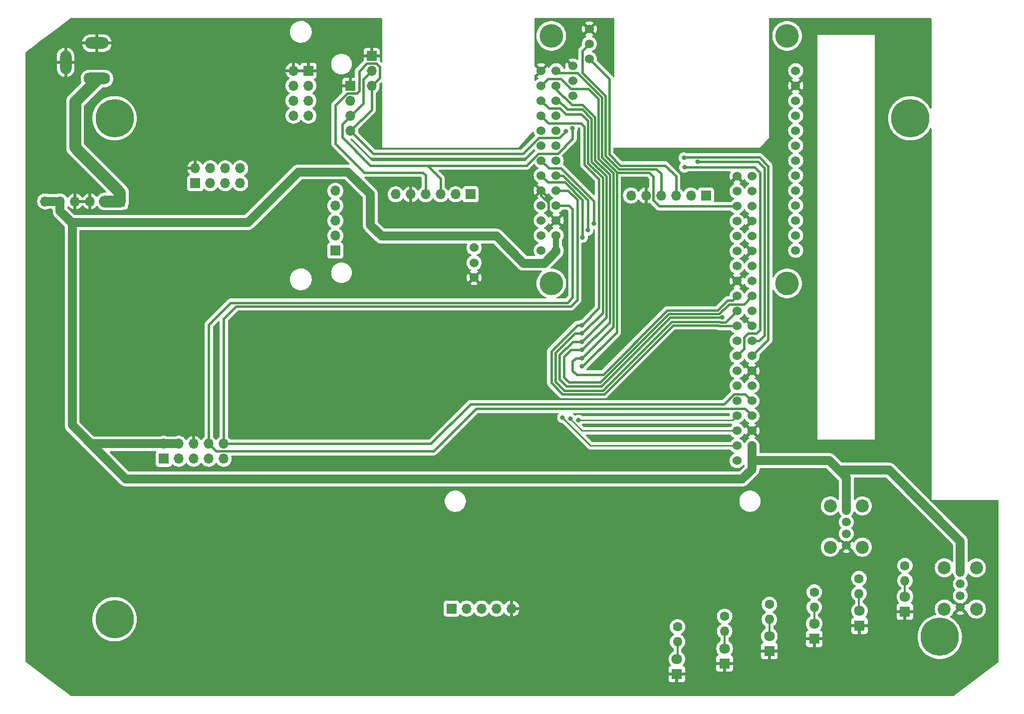
<source format=gbl>
G04 #@! TF.GenerationSoftware,KiCad,Pcbnew,6.99.0-unknown-bccc2f5792~148~ubuntu21.10.1*
G04 #@! TF.CreationDate,2022-10-30T21:35:01+01:00*
G04 #@! TF.ProjectId,AK-NW-12_Shield_OPi-PC-Zero_Nano_Pi_v1.3,414b2d4e-572d-4313-925f-536869656c64,rev?*
G04 #@! TF.SameCoordinates,Original*
G04 #@! TF.FileFunction,Copper,L2,Bot*
G04 #@! TF.FilePolarity,Positive*
%FSLAX46Y46*%
G04 Gerber Fmt 4.6, Leading zero omitted, Abs format (unit mm)*
G04 Created by KiCad (PCBNEW 6.99.0-unknown-bccc2f5792~148~ubuntu21.10.1) date 2022-10-30 21:35:01*
%MOMM*%
%LPD*%
G01*
G04 APERTURE LIST*
G04 #@! TA.AperFunction,ComponentPad*
%ADD10C,1.600000*%
G04 #@! TD*
G04 #@! TA.AperFunction,ComponentPad*
%ADD11O,1.600000X1.600000*%
G04 #@! TD*
G04 #@! TA.AperFunction,ComponentPad*
%ADD12R,1.800000X1.800000*%
G04 #@! TD*
G04 #@! TA.AperFunction,ComponentPad*
%ADD13C,1.800000*%
G04 #@! TD*
G04 #@! TA.AperFunction,ComponentPad*
%ADD14R,1.700000X1.700000*%
G04 #@! TD*
G04 #@! TA.AperFunction,ComponentPad*
%ADD15O,1.700000X1.700000*%
G04 #@! TD*
G04 #@! TA.AperFunction,ComponentPad*
%ADD16C,4.000000*%
G04 #@! TD*
G04 #@! TA.AperFunction,ComponentPad*
%ADD17C,1.524000*%
G04 #@! TD*
G04 #@! TA.AperFunction,ComponentPad*
%ADD18C,2.199640*%
G04 #@! TD*
G04 #@! TA.AperFunction,ComponentPad*
%ADD19C,1.501140*%
G04 #@! TD*
G04 #@! TA.AperFunction,ComponentPad*
%ADD20O,1.998980X4.000500*%
G04 #@! TD*
G04 #@! TA.AperFunction,ComponentPad*
%ADD21O,4.000500X1.998980*%
G04 #@! TD*
G04 #@! TA.AperFunction,ComponentPad*
%ADD22O,4.500880X1.998980*%
G04 #@! TD*
G04 #@! TA.AperFunction,ViaPad*
%ADD23C,6.500000*%
G04 #@! TD*
G04 #@! TA.AperFunction,ViaPad*
%ADD24C,0.800000*%
G04 #@! TD*
G04 #@! TA.AperFunction,Conductor*
%ADD25C,0.400000*%
G04 #@! TD*
G04 #@! TA.AperFunction,Conductor*
%ADD26C,1.500000*%
G04 #@! TD*
G04 #@! TA.AperFunction,Conductor*
%ADD27C,1.000000*%
G04 #@! TD*
G04 #@! TA.AperFunction,Conductor*
%ADD28C,2.000000*%
G04 #@! TD*
G04 #@! TA.AperFunction,Conductor*
%ADD29C,0.250000*%
G04 #@! TD*
G04 #@! TA.AperFunction,Conductor*
%ADD30C,0.300000*%
G04 #@! TD*
G04 APERTURE END LIST*
D10*
X161000000Y-149500000D03*
D11*
X160999999Y-152039999D03*
D10*
X176200000Y-145400000D03*
D11*
X176199999Y-147939999D03*
D12*
X152899999Y-159299999D03*
D13*
X152900000Y-156760000D03*
D10*
X183800000Y-143100000D03*
D11*
X183799999Y-145639999D03*
D14*
X65849999Y-122774999D03*
D15*
X65849999Y-120234999D03*
X68389999Y-122774999D03*
X68389999Y-120234999D03*
X70929999Y-122774999D03*
X70929999Y-120234999D03*
X73469999Y-122774999D03*
X73469999Y-120234999D03*
X76009999Y-122774999D03*
X76009999Y-120234999D03*
D12*
X160999999Y-157499999D03*
D13*
X161000000Y-154960000D03*
D16*
X131601500Y-51015500D03*
X131601500Y-93015500D03*
X171601500Y-51015500D03*
X171601500Y-93015500D03*
D17*
X173061500Y-56915500D03*
X173061500Y-59455500D03*
X173061500Y-61995500D03*
X173061500Y-64535500D03*
X173061500Y-67075500D03*
X173061500Y-69615500D03*
X173061500Y-72155500D03*
X173061500Y-74695500D03*
X173061500Y-77235500D03*
X173061500Y-79775500D03*
X173061500Y-82315500D03*
X173061500Y-84855500D03*
X173061500Y-87395500D03*
X129881500Y-87395500D03*
X132421500Y-87395500D03*
X129881500Y-84855500D03*
X132421500Y-84855500D03*
X129881500Y-82315500D03*
X132421500Y-82315500D03*
X129881500Y-79775500D03*
X132421500Y-79775500D03*
X129881500Y-77235500D03*
X132421500Y-77235500D03*
X129881500Y-74695500D03*
X132421500Y-74695500D03*
X129881500Y-72155500D03*
X132421500Y-72155500D03*
X129881500Y-69615500D03*
X132421500Y-69615500D03*
X129881500Y-67075500D03*
X132421500Y-67075500D03*
X129881500Y-64535500D03*
X132421500Y-64535500D03*
X129881500Y-61995500D03*
X132421500Y-61995500D03*
X129881500Y-59455500D03*
X132421500Y-59455500D03*
X129881500Y-56915500D03*
X132421500Y-56915500D03*
X135231500Y-56137500D03*
X138041500Y-49835500D03*
X135231500Y-58677500D03*
X138041500Y-52375500D03*
X135231500Y-61217500D03*
X138041500Y-54915500D03*
D12*
X183899999Y-151099999D03*
D13*
X183900000Y-148560000D03*
D12*
X168599999Y-155399999D03*
D13*
X168600000Y-152860000D03*
D12*
X191599999Y-148699999D03*
D13*
X191600000Y-146160000D03*
D14*
X114674999Y-148199999D03*
D15*
X117214999Y-148199999D03*
X119754999Y-148199999D03*
X122294999Y-148199999D03*
X124834999Y-148199999D03*
D18*
X184370340Y-137768720D03*
X184370340Y-130771020D03*
X178929660Y-137768720D03*
X178929660Y-130771020D03*
D19*
X181650000Y-131500000D03*
X181650000Y-133498980D03*
X181650000Y-135500500D03*
X181650000Y-137499480D03*
D10*
X191600000Y-140900000D03*
D11*
X191599999Y-143439999D03*
D14*
X71199999Y-76023809D03*
D15*
X71199999Y-73483809D03*
X73739999Y-76023809D03*
X73739999Y-73483809D03*
X76279999Y-76023809D03*
X76279999Y-73483809D03*
X78819999Y-76023809D03*
X78819999Y-73483809D03*
D10*
X153000000Y-151300000D03*
D11*
X152999999Y-153839999D03*
D14*
X97509999Y-59479999D03*
D15*
X97509999Y-62019999D03*
X97509999Y-64559999D03*
X97509999Y-67099999D03*
D14*
X157824999Y-78099999D03*
D15*
X155284999Y-78099999D03*
X152744999Y-78099999D03*
X150204999Y-78099999D03*
X147664999Y-78099999D03*
X145124999Y-78099999D03*
D14*
X58419999Y-79099999D03*
D15*
X55879999Y-79099999D03*
X53339999Y-79099999D03*
X50799999Y-79099999D03*
X48259999Y-79099999D03*
X45719999Y-79099999D03*
D12*
X176199999Y-153299999D03*
D13*
X176200000Y-150760000D03*
D10*
X168600000Y-147500000D03*
D11*
X168599999Y-150039999D03*
D18*
X203720340Y-148269240D03*
X203720340Y-141271540D03*
X198279660Y-148269240D03*
X198279660Y-141271540D03*
D19*
X201000000Y-142000520D03*
X201000000Y-143999500D03*
X201000000Y-146001020D03*
X201000000Y-148000000D03*
D20*
X49199019Y-55500119D03*
D21*
X54499999Y-52248919D03*
D22*
X54499999Y-58250939D03*
D14*
X94959999Y-87459999D03*
D15*
X94959999Y-84919999D03*
X94959999Y-82379999D03*
X94959999Y-79839999D03*
X94959999Y-77299999D03*
D14*
X117899999Y-77899999D03*
D15*
X115359999Y-77899999D03*
X112819999Y-77899999D03*
X110279999Y-77899999D03*
X107739999Y-77899999D03*
X105199999Y-77899999D03*
D14*
X90403127Y-56924999D03*
D15*
X87863127Y-56924999D03*
X90403127Y-59464999D03*
X87863127Y-59464999D03*
X90403127Y-62004999D03*
X87863127Y-62004999D03*
X90403127Y-64544999D03*
X87863127Y-64544999D03*
D14*
X101103127Y-54424999D03*
D15*
X101103127Y-56964999D03*
X101103127Y-59504999D03*
D17*
X163100000Y-123100000D03*
X165640000Y-123100000D03*
X163100000Y-120560000D03*
X165640000Y-120560000D03*
X163100000Y-118020000D03*
X165640000Y-118020000D03*
X163100000Y-115480000D03*
X165640000Y-115480000D03*
X163100000Y-112940000D03*
X165640000Y-112940000D03*
X163100000Y-110400000D03*
X165640000Y-110400000D03*
X163100000Y-107860000D03*
X165640000Y-107860000D03*
X163100000Y-105320000D03*
X165640000Y-105320000D03*
X163100000Y-102780000D03*
X165640000Y-102780000D03*
X163100000Y-100240000D03*
X165640000Y-100240000D03*
X163100000Y-97700000D03*
X165640000Y-97700000D03*
X163100000Y-95160000D03*
X165640000Y-95160000D03*
X163100000Y-92620000D03*
X165640000Y-92620000D03*
X163100000Y-90080000D03*
X165640000Y-90080000D03*
X163100000Y-87540000D03*
X165640000Y-87540000D03*
X163100000Y-85000000D03*
X165640000Y-85000000D03*
X163100000Y-82460000D03*
X165640000Y-82460000D03*
X163100000Y-79920000D03*
X165640000Y-79920000D03*
X163100000Y-77380000D03*
X165640000Y-77380000D03*
X163100000Y-74840000D03*
X165640000Y-74840000D03*
X118495865Y-92031675D03*
X118495865Y-89506675D03*
X118495865Y-86956675D03*
D23*
X57500000Y-65000000D03*
X192500000Y-65000000D03*
X57500000Y-150000000D03*
X197500000Y-153000000D03*
D24*
X141500000Y-140300000D03*
X154000000Y-89100000D03*
X82600000Y-151700000D03*
X188200000Y-144400000D03*
X79000000Y-105200000D03*
X190100000Y-104300000D03*
X169800000Y-105400000D03*
X99100000Y-131200000D03*
X123800000Y-79600000D03*
X105700000Y-111700000D03*
X63500000Y-58600000D03*
X170600000Y-56400000D03*
X86000000Y-87500000D03*
X64800000Y-88600000D03*
X136200000Y-74300000D03*
X122100000Y-90600000D03*
X170500000Y-81900000D03*
X47700000Y-127100000D03*
X106500000Y-104100000D03*
X125200000Y-121900000D03*
X136000000Y-69400000D03*
X136799500Y-100100000D03*
X136799500Y-105700000D03*
X136799500Y-101500000D03*
X136799500Y-107100000D03*
X136799500Y-102900000D03*
X160600000Y-98800500D03*
X136799500Y-104300000D03*
X135200000Y-66700000D03*
X134100000Y-67200000D03*
X136200000Y-116200000D03*
X134800000Y-116000000D03*
X133500000Y-115800000D03*
X136900000Y-85200000D03*
X137800000Y-84000000D03*
X138800000Y-82900000D03*
X154200000Y-73300000D03*
X154100000Y-71700000D03*
X156400000Y-72399500D03*
D25*
X140200000Y-71597056D02*
X142802944Y-74200000D01*
X142802944Y-74200000D02*
X148200000Y-74200000D01*
X148200000Y-74200000D02*
X148915000Y-74915000D01*
X148915000Y-74915000D02*
X148915000Y-78915000D01*
X148915000Y-78915000D02*
X149920000Y-79920000D01*
X149920000Y-79920000D02*
X163100000Y-79920000D01*
X138041500Y-52375500D02*
X136879500Y-53537500D01*
X136879500Y-57279500D02*
X140800000Y-61200000D01*
X140800000Y-71348528D02*
X143051472Y-73600000D01*
X149400000Y-73600000D02*
X150205000Y-74405000D01*
X136879500Y-53537500D02*
X136879500Y-57279500D01*
X143051472Y-73600000D02*
X149400000Y-73600000D01*
X140800000Y-61200000D02*
X140800000Y-71348528D01*
X150205000Y-74405000D02*
X150205000Y-78100000D01*
X138041500Y-54915500D02*
X141400000Y-58274000D01*
X141400000Y-58274000D02*
X141400000Y-71100000D01*
X141400000Y-71100000D02*
X143300000Y-73000000D01*
X143300000Y-73000000D02*
X150900000Y-73000000D01*
X150900000Y-73000000D02*
X152745000Y-74845000D01*
X152745000Y-74845000D02*
X152745000Y-78100000D01*
X102500000Y-56300000D02*
X102500000Y-58108128D01*
X99000000Y-60330000D02*
X99000000Y-57000000D01*
X101915000Y-55715000D02*
X102500000Y-56300000D01*
X99900000Y-74200000D02*
X95000000Y-69300000D01*
X100285000Y-55715000D02*
X101915000Y-55715000D01*
X99000000Y-57000000D02*
X100285000Y-55715000D01*
X98560000Y-60770000D02*
X99000000Y-60330000D01*
X96992233Y-60770000D02*
X98560000Y-60770000D01*
X95000000Y-69300000D02*
X95000000Y-62762233D01*
X109800000Y-74200000D02*
X99900000Y-74200000D01*
X95000000Y-62762233D02*
X96992233Y-60770000D01*
X110280000Y-74680000D02*
X109800000Y-74200000D01*
X110280000Y-77900000D02*
X110280000Y-74680000D01*
X102500000Y-58108128D02*
X101103128Y-59505000D01*
X112820000Y-77900000D02*
X112820000Y-75220000D01*
X112820000Y-75220000D02*
X110600000Y-73000000D01*
X140200000Y-71597056D02*
X140200000Y-61452150D01*
X132805011Y-57299011D02*
X132421500Y-56915500D01*
X140200000Y-61452150D02*
X136046861Y-57299011D01*
X136046861Y-57299011D02*
X132805011Y-57299011D01*
X136799500Y-104300000D02*
X136800000Y-104300000D01*
X136800000Y-104300000D02*
X141500000Y-99600000D01*
X141500000Y-99600000D02*
X141500000Y-74594112D01*
X141500000Y-74594112D02*
X139000000Y-72094112D01*
X139000000Y-72094112D02*
X139000000Y-64800000D01*
X139000000Y-64800000D02*
X136900000Y-62700000D01*
X136900000Y-62700000D02*
X135071374Y-62700000D01*
X135071374Y-62700000D02*
X132421500Y-60050126D01*
X132421500Y-60050126D02*
X132421500Y-59455500D01*
D26*
X180400000Y-124700000D02*
X188900000Y-124700000D01*
X188900000Y-124700000D02*
X201000000Y-136800000D01*
X201000000Y-136800000D02*
X201000000Y-142000520D01*
X180400000Y-124700000D02*
X181650000Y-125950000D01*
X181650000Y-125950000D02*
X181650000Y-131500000D01*
D25*
X131100000Y-80994000D02*
X132421500Y-82315500D01*
X129881500Y-77235500D02*
X129881500Y-78081500D01*
X129881500Y-78081500D02*
X131100000Y-79300000D01*
X131100000Y-79300000D02*
X131100000Y-80994000D01*
D26*
X132421500Y-87395500D02*
X132421500Y-87578500D01*
X130400000Y-89600000D02*
X126883000Y-89600000D01*
X88700000Y-74100000D02*
X80100000Y-82700000D01*
X164000000Y-126200000D02*
X165640000Y-124560000D01*
X50300000Y-117100000D02*
X59400000Y-126200000D01*
X50300000Y-117100000D02*
X53435000Y-120235000D01*
X97100000Y-74100000D02*
X88700000Y-74100000D01*
X100900000Y-77900000D02*
X97100000Y-74100000D01*
X102800000Y-85000000D02*
X100900000Y-83100000D01*
X165640000Y-124560000D02*
X165640000Y-123100000D01*
X178800000Y-123100000D02*
X165640000Y-123100000D01*
X48260000Y-80760000D02*
X50300000Y-82800000D01*
X165640000Y-123100000D02*
X165640000Y-120560000D01*
X80100000Y-82700000D02*
X50200000Y-82700000D01*
X50300000Y-82800000D02*
X50300000Y-114100000D01*
X122283000Y-85000000D02*
X102800000Y-85000000D01*
X126883000Y-89600000D02*
X122283000Y-85000000D01*
X180400000Y-124700000D02*
X178800000Y-123100000D01*
X50200000Y-82700000D02*
X48260000Y-80760000D01*
X59400000Y-126200000D02*
X164000000Y-126200000D01*
X45720000Y-79100000D02*
X48260000Y-79100000D01*
X53435000Y-120235000D02*
X68390000Y-120235000D01*
X48260000Y-80760000D02*
X48260000Y-79100000D01*
X50300000Y-114100000D02*
X50300000Y-117100000D01*
X100900000Y-83100000D02*
X100900000Y-77900000D01*
D27*
X132421500Y-84855500D02*
X132421500Y-87395500D01*
D26*
X132421500Y-87578500D02*
X130400000Y-89600000D01*
D28*
X50810000Y-62180000D02*
X54639060Y-58350940D01*
X58420000Y-77610000D02*
X50810000Y-70000000D01*
X58420000Y-79100000D02*
X55880000Y-79100000D01*
X50810000Y-70000000D02*
X50810000Y-62180000D01*
X58420000Y-79100000D02*
X58420000Y-77610000D01*
D25*
X139700000Y-75339696D02*
X137200000Y-72839696D01*
X131600000Y-104500000D02*
X131600000Y-109900000D01*
X137200000Y-72839696D02*
X137200000Y-66400000D01*
X136000000Y-100100000D02*
X131600000Y-104500000D01*
X137200000Y-66400000D02*
X136600000Y-65800000D01*
X159919601Y-100100000D02*
X160059601Y-100240000D01*
X139700000Y-97199500D02*
X139700000Y-75339696D01*
X136799500Y-100100000D02*
X136000000Y-100100000D01*
X131146000Y-65800000D02*
X129881500Y-64535500D01*
X136600000Y-65800000D02*
X131146000Y-65800000D01*
X160059601Y-100240000D02*
X163100000Y-100240000D01*
X136799500Y-100100000D02*
X139700000Y-97199500D01*
X140600000Y-111800000D02*
X152300000Y-100100000D01*
X133500000Y-111800000D02*
X140600000Y-111800000D01*
X131600000Y-109900000D02*
X133500000Y-111800000D01*
X152300000Y-100100000D02*
X159919601Y-100100000D01*
X140400000Y-108500000D02*
X151299500Y-97600500D01*
X136800000Y-105700000D02*
X142100000Y-100400000D01*
X134900000Y-60000000D02*
X133193989Y-58293989D01*
X133193989Y-58293989D02*
X131043011Y-58293989D01*
X139600000Y-61700000D02*
X137900000Y-60000000D01*
X139600000Y-71845584D02*
X139600000Y-61700000D01*
X135200000Y-107800000D02*
X135900000Y-108500000D01*
X137900000Y-60000000D02*
X134900000Y-60000000D01*
X142100000Y-100400000D02*
X142100000Y-74345584D01*
X142100000Y-74345584D02*
X139600000Y-71845584D01*
X161482601Y-95938000D02*
X162322000Y-95938000D01*
X136799500Y-105700000D02*
X135750000Y-105700000D01*
X135900000Y-108500000D02*
X140400000Y-108500000D01*
X135200000Y-106250000D02*
X135200000Y-107800000D01*
X159820101Y-97600500D02*
X161482601Y-95938000D01*
X135750000Y-105700000D02*
X135200000Y-106250000D01*
X151299500Y-97600500D02*
X159820101Y-97600500D01*
X131043011Y-58293989D02*
X129881500Y-59455500D01*
X162322000Y-95938000D02*
X163100000Y-95160000D01*
X136799500Y-105700000D02*
X136800000Y-105700000D01*
X140300000Y-97999500D02*
X140300000Y-75091168D01*
X137800000Y-72591168D02*
X137800000Y-65400000D01*
X135600000Y-101500000D02*
X132300000Y-104800000D01*
X133800000Y-111200000D02*
X140300000Y-111200000D01*
X160268629Y-99600500D02*
X161199500Y-99600500D01*
X131186000Y-63300000D02*
X129881500Y-61995500D01*
X140300000Y-111200000D02*
X152000000Y-99500000D01*
X136799500Y-101500000D02*
X140300000Y-97999500D01*
X132300000Y-109700000D02*
X133800000Y-111200000D01*
X161199500Y-99600500D02*
X163100000Y-97700000D01*
X133100000Y-63300000D02*
X131186000Y-63300000D01*
X136700000Y-64300000D02*
X134100000Y-64300000D01*
X140300000Y-75091168D02*
X137800000Y-72591168D01*
X137800000Y-65400000D02*
X136700000Y-64300000D01*
X152000000Y-99500000D02*
X160168129Y-99500000D01*
X136799500Y-101500000D02*
X135600000Y-101500000D01*
X134100000Y-64300000D02*
X133100000Y-63300000D01*
X160168129Y-99500000D02*
X160268629Y-99600500D01*
X132300000Y-104800000D02*
X132300000Y-109700000D01*
X136900000Y-107100000D02*
X142700000Y-101300000D01*
X142700000Y-101300000D02*
X142700000Y-74097056D01*
X142700000Y-74097056D02*
X140200000Y-71597056D01*
X136799500Y-107100000D02*
X136900000Y-107100000D01*
X133000000Y-109300000D02*
X133000000Y-105150000D01*
X140900000Y-98800000D02*
X140900000Y-74842640D01*
X136800000Y-102900000D02*
X140900000Y-98800000D01*
X134200000Y-110500000D02*
X133000000Y-109300000D01*
X138400000Y-72342640D02*
X138400000Y-65048528D01*
X138400000Y-65048528D02*
X136851472Y-63500000D01*
X151799500Y-98800500D02*
X140100000Y-110500000D01*
X136799500Y-102900000D02*
X136800000Y-102900000D01*
X160600000Y-98800500D02*
X151799500Y-98800500D01*
X134300000Y-63500000D02*
X132795500Y-61995500D01*
X136851472Y-63500000D02*
X134300000Y-63500000D01*
X132795500Y-61995500D02*
X132421500Y-61995500D01*
X140900000Y-74842640D02*
X138400000Y-72342640D01*
X140100000Y-110500000D02*
X134200000Y-110500000D01*
X133000000Y-105150000D02*
X135250000Y-102900000D01*
X135250000Y-102900000D02*
X136799500Y-102900000D01*
X133700000Y-108900000D02*
X134600000Y-109800000D01*
X139951472Y-109800000D02*
X151550972Y-98200500D01*
X133700000Y-105500000D02*
X133700000Y-108900000D01*
X151550972Y-98200500D02*
X160068629Y-98200500D01*
X136799500Y-104300000D02*
X134900000Y-104300000D01*
X134900000Y-104300000D02*
X133700000Y-105500000D01*
X164262000Y-96538000D02*
X165640000Y-95160000D01*
X160068629Y-98200500D02*
X161731129Y-96538000D01*
X161731129Y-96538000D02*
X164262000Y-96538000D01*
X134600000Y-109800000D02*
X139951472Y-109800000D01*
X101103128Y-56965000D02*
X99700000Y-58368128D01*
X100890000Y-73000000D02*
X110600000Y-73000000D01*
X127393683Y-73000000D02*
X110600000Y-73000000D01*
X129400183Y-70993500D02*
X127393683Y-73000000D01*
X96130000Y-66030000D02*
X96130000Y-68240000D01*
X99700000Y-62460000D02*
X96130000Y-66030000D01*
X135200000Y-66700000D02*
X135200000Y-68480317D01*
X99700000Y-58368128D02*
X99700000Y-62460000D01*
X135200000Y-68480317D02*
X132686817Y-70993500D01*
X96130000Y-68240000D02*
X100890000Y-73000000D01*
X132686817Y-70993500D02*
X129400183Y-70993500D01*
X129490000Y-68330000D02*
X126820000Y-71000000D01*
X134100000Y-67200000D02*
X132970000Y-68330000D01*
X101100000Y-59508128D02*
X101103128Y-59505000D01*
X101100000Y-63540000D02*
X101100000Y-59508128D01*
X126820000Y-71000000D02*
X101380000Y-71000000D01*
X97510000Y-67130000D02*
X101100000Y-63540000D01*
X132970000Y-68330000D02*
X129490000Y-68330000D01*
X101380000Y-71000000D02*
X97510000Y-67130000D01*
D29*
X162380000Y-116200000D02*
X163100000Y-115480000D01*
X136200000Y-116200000D02*
X162380000Y-116200000D01*
X134800000Y-116000000D02*
X136820000Y-118020000D01*
X136820000Y-118020000D02*
X163100000Y-118020000D01*
X138260000Y-120560000D02*
X163100000Y-120560000D01*
X133500000Y-115800000D02*
X138260000Y-120560000D01*
D25*
X74720000Y-121485000D02*
X111615000Y-121485000D01*
X118800000Y-114300000D02*
X164460000Y-114300000D01*
X135200000Y-95400000D02*
X134300000Y-96300000D01*
X134575500Y-79775500D02*
X135200000Y-80400000D01*
X73470000Y-100030000D02*
X73470000Y-120235000D01*
X164460000Y-114300000D02*
X165640000Y-115480000D01*
X135200000Y-80400000D02*
X135200000Y-95400000D01*
X132421500Y-79775500D02*
X134575500Y-79775500D01*
X134300000Y-96300000D02*
X77200000Y-96300000D01*
X73470000Y-120235000D02*
X74720000Y-121485000D01*
X111615000Y-121485000D02*
X118800000Y-114300000D01*
X77200000Y-96300000D02*
X73470000Y-100030000D01*
X164478000Y-111778000D02*
X165640000Y-112940000D01*
X134435500Y-77235500D02*
X136000000Y-78800000D01*
X136000000Y-78800000D02*
X136000000Y-95800000D01*
X111165000Y-120235000D02*
X117900000Y-113500000D01*
X162618683Y-111778000D02*
X164478000Y-111778000D01*
X134900000Y-96900000D02*
X78100000Y-96900000D01*
X160896683Y-113500000D02*
X162618683Y-111778000D01*
X132421500Y-77235500D02*
X134435500Y-77235500D01*
X76010000Y-98990000D02*
X76010000Y-120235000D01*
X136000000Y-95800000D02*
X134900000Y-96900000D01*
X76010000Y-120235000D02*
X111165000Y-120235000D01*
X117900000Y-113500000D02*
X160896683Y-113500000D01*
X78100000Y-96900000D02*
X76010000Y-98990000D01*
D30*
X153000000Y-153840000D02*
X153000000Y-156660000D01*
X153000000Y-156660000D02*
X152900000Y-156760000D01*
X161000000Y-152040000D02*
X161000000Y-154960000D01*
X168600000Y-150040000D02*
X168600000Y-152860000D01*
X176200000Y-147940000D02*
X176200000Y-150760000D01*
X183800000Y-148460000D02*
X183900000Y-148560000D01*
X183800000Y-145640000D02*
X183800000Y-148460000D01*
X191600000Y-143440000D02*
X191600000Y-146160000D01*
D25*
X133906028Y-75857500D02*
X131043500Y-75857500D01*
X136900000Y-85200000D02*
X136900000Y-78851472D01*
X136900000Y-78851472D02*
X133906028Y-75857500D01*
X131043500Y-75857500D02*
X129881500Y-74695500D01*
X137800000Y-84000000D02*
X137800000Y-78902944D01*
X137800000Y-78902944D02*
X133592556Y-74695500D01*
X133592556Y-74695500D02*
X132421500Y-74695500D01*
X138800000Y-79054416D02*
X133245584Y-73500000D01*
X133245584Y-73500000D02*
X131226000Y-73500000D01*
X138800000Y-82900000D02*
X138800000Y-79054416D01*
X131226000Y-73500000D02*
X129881500Y-72155500D01*
X166100000Y-73300000D02*
X167000000Y-74200000D01*
X165000000Y-101500000D02*
X164300000Y-102200000D01*
X166400000Y-101500000D02*
X165000000Y-101500000D01*
X164300000Y-104120000D02*
X163100000Y-105320000D01*
X154200000Y-73300000D02*
X166100000Y-73300000D01*
X167000000Y-74200000D02*
X167000000Y-100900000D01*
X164300000Y-102200000D02*
X164300000Y-104120000D01*
X167000000Y-100900000D02*
X166400000Y-101500000D01*
X168400000Y-102560000D02*
X165640000Y-105320000D01*
X154200000Y-71600000D02*
X166900000Y-71600000D01*
X166900000Y-71600000D02*
X168400000Y-73100000D01*
X154100000Y-71700000D02*
X154200000Y-71600000D01*
X168400000Y-73100000D02*
X168400000Y-102560000D01*
X156400500Y-72400000D02*
X166700000Y-72400000D01*
X166820000Y-102780000D02*
X165640000Y-102780000D01*
X167800000Y-101800000D02*
X166820000Y-102780000D01*
X156400000Y-72399500D02*
X156400500Y-72400000D01*
X167800000Y-73500000D02*
X167800000Y-101800000D01*
X166700000Y-72400000D02*
X167800000Y-73500000D01*
G04 #@! TA.AperFunction,Conductor*
G36*
X102841621Y-48020502D02*
G01*
X102888114Y-48074158D01*
X102899500Y-48126500D01*
X102899500Y-55393340D01*
X102879498Y-55461461D01*
X102825842Y-55507954D01*
X102755568Y-55518058D01*
X102690988Y-55488564D01*
X102684405Y-55482435D01*
X102498033Y-55296063D01*
X102464007Y-55233751D01*
X102461128Y-55206968D01*
X102461128Y-54697115D01*
X102456653Y-54681876D01*
X102455263Y-54680671D01*
X102447580Y-54679000D01*
X99763243Y-54679000D01*
X99748004Y-54683475D01*
X99746799Y-54684865D01*
X99745128Y-54692548D01*
X99745128Y-55200711D01*
X99725126Y-55268832D01*
X99708223Y-55289806D01*
X98516858Y-56481172D01*
X98511317Y-56486389D01*
X98471490Y-56521672D01*
X98471487Y-56521676D01*
X98465785Y-56526727D01*
X98461453Y-56533003D01*
X98431242Y-56576770D01*
X98426732Y-56582900D01*
X98389225Y-56630774D01*
X98386098Y-56637723D01*
X98386094Y-56637729D01*
X98385039Y-56640074D01*
X98373840Y-56659931D01*
X98368046Y-56668325D01*
X98365345Y-56675448D01*
X98365341Y-56675455D01*
X98346481Y-56725186D01*
X98343568Y-56732220D01*
X98331583Y-56758850D01*
X98318611Y-56787671D01*
X98316772Y-56797706D01*
X98310652Y-56819663D01*
X98307035Y-56829199D01*
X98306116Y-56836766D01*
X98306116Y-56836767D01*
X98299706Y-56889557D01*
X98298561Y-56897080D01*
X98292838Y-56928312D01*
X98287598Y-56956907D01*
X98288058Y-56964513D01*
X98288058Y-56964515D01*
X98291270Y-57017610D01*
X98291500Y-57025218D01*
X98291500Y-57996000D01*
X98271498Y-58064121D01*
X98217842Y-58110614D01*
X98165500Y-58122000D01*
X97782115Y-58122000D01*
X97766876Y-58126475D01*
X97765671Y-58127865D01*
X97764000Y-58135548D01*
X97764000Y-59608000D01*
X97743998Y-59676121D01*
X97690342Y-59722614D01*
X97638000Y-59734000D01*
X96170115Y-59734000D01*
X96154876Y-59738475D01*
X96153671Y-59739865D01*
X96152000Y-59747548D01*
X96152000Y-60375223D01*
X96152360Y-60381938D01*
X96157663Y-60431259D01*
X96161259Y-60446478D01*
X96174396Y-60481701D01*
X96179460Y-60552517D01*
X96145435Y-60614828D01*
X94516858Y-62243405D01*
X94511317Y-62248622D01*
X94471490Y-62283905D01*
X94471487Y-62283909D01*
X94465785Y-62288960D01*
X94461453Y-62295236D01*
X94431242Y-62339003D01*
X94426732Y-62345133D01*
X94389225Y-62393007D01*
X94386098Y-62399956D01*
X94386094Y-62399962D01*
X94385039Y-62402307D01*
X94373840Y-62422164D01*
X94368046Y-62430558D01*
X94365345Y-62437681D01*
X94365341Y-62437688D01*
X94346481Y-62487419D01*
X94343568Y-62494453D01*
X94318611Y-62549904D01*
X94316772Y-62559939D01*
X94310652Y-62581896D01*
X94307035Y-62591432D01*
X94306116Y-62598999D01*
X94306116Y-62599000D01*
X94299706Y-62651790D01*
X94298561Y-62659313D01*
X94288972Y-62711641D01*
X94287598Y-62719140D01*
X94288058Y-62726746D01*
X94288058Y-62726748D01*
X94291270Y-62779843D01*
X94291500Y-62787451D01*
X94291500Y-69274782D01*
X94291270Y-69282390D01*
X94287598Y-69343093D01*
X94288972Y-69350590D01*
X94288972Y-69350592D01*
X94298561Y-69402920D01*
X94299706Y-69410443D01*
X94307035Y-69470801D01*
X94310652Y-69480337D01*
X94316772Y-69502294D01*
X94318611Y-69512329D01*
X94321738Y-69519277D01*
X94321739Y-69519280D01*
X94343568Y-69567780D01*
X94346481Y-69574814D01*
X94365341Y-69624545D01*
X94365345Y-69624552D01*
X94368046Y-69631675D01*
X94373840Y-69640069D01*
X94385039Y-69659926D01*
X94386094Y-69662271D01*
X94386098Y-69662277D01*
X94389225Y-69669226D01*
X94408072Y-69693282D01*
X94426732Y-69717100D01*
X94431242Y-69723230D01*
X94460003Y-69764896D01*
X94465785Y-69773273D01*
X94471487Y-69778324D01*
X94471490Y-69778328D01*
X94511317Y-69813611D01*
X94516858Y-69818828D01*
X97326814Y-72628785D01*
X97360840Y-72691097D01*
X97355775Y-72761913D01*
X97313228Y-72818748D01*
X97246708Y-72843559D01*
X97224530Y-72842357D01*
X97224470Y-72843018D01*
X97218839Y-72842511D01*
X97213267Y-72841500D01*
X97207605Y-72841500D01*
X97201972Y-72840993D01*
X97201976Y-72840950D01*
X97196241Y-72840498D01*
X97196238Y-72840541D01*
X97190589Y-72840160D01*
X97185000Y-72839275D01*
X97179340Y-72839402D01*
X97179339Y-72839402D01*
X97087289Y-72841468D01*
X97084462Y-72841500D01*
X88777757Y-72841500D01*
X88763650Y-72840708D01*
X88733970Y-72837364D01*
X88728352Y-72836731D01*
X88722715Y-72837111D01*
X88722713Y-72837111D01*
X88661847Y-72841215D01*
X88653371Y-72841500D01*
X88643478Y-72841500D01*
X88640667Y-72841753D01*
X88602661Y-72845173D01*
X88599845Y-72845395D01*
X88507968Y-72851590D01*
X88502332Y-72851970D01*
X88496853Y-72853351D01*
X88491257Y-72854237D01*
X88491250Y-72854195D01*
X88485577Y-72855158D01*
X88485585Y-72855201D01*
X88480018Y-72856211D01*
X88474378Y-72856719D01*
X88380137Y-72882728D01*
X88377483Y-72883429D01*
X88320830Y-72897704D01*
X88288152Y-72905938D01*
X88288151Y-72905938D01*
X88282664Y-72907321D01*
X88277512Y-72909661D01*
X88272171Y-72911530D01*
X88272157Y-72911490D01*
X88266745Y-72913452D01*
X88266760Y-72913492D01*
X88261462Y-72915480D01*
X88256007Y-72916986D01*
X88250907Y-72919442D01*
X88167951Y-72959391D01*
X88165395Y-72960587D01*
X88076410Y-73001006D01*
X88071754Y-73004232D01*
X88066836Y-73007022D01*
X88066814Y-73006984D01*
X88061842Y-73009880D01*
X88061864Y-73009917D01*
X88057008Y-73012818D01*
X88051907Y-73015275D01*
X88047325Y-73018604D01*
X87972831Y-73072727D01*
X87970525Y-73074363D01*
X87912577Y-73114510D01*
X87890198Y-73130014D01*
X87886192Y-73134020D01*
X87881855Y-73137641D01*
X87881827Y-73137607D01*
X87877450Y-73141346D01*
X87877478Y-73141378D01*
X87873213Y-73145105D01*
X87868637Y-73148429D01*
X87864729Y-73152517D01*
X87864725Y-73152520D01*
X87801078Y-73219090D01*
X87799101Y-73221111D01*
X79615617Y-81404595D01*
X79553305Y-81438621D01*
X79526522Y-81441500D01*
X50773478Y-81441500D01*
X50705357Y-81421498D01*
X50684383Y-81404595D01*
X49555405Y-80275617D01*
X49521379Y-80213305D01*
X49518500Y-80186522D01*
X49518500Y-80035903D01*
X49538502Y-79967782D01*
X49592158Y-79921289D01*
X49662432Y-79911185D01*
X49727012Y-79940679D01*
X49737201Y-79950566D01*
X49873568Y-80098700D01*
X49881211Y-80105737D01*
X50050589Y-80237569D01*
X50059282Y-80243248D01*
X50248043Y-80345401D01*
X50257560Y-80349575D01*
X50460557Y-80419264D01*
X50470627Y-80421815D01*
X50528133Y-80431411D01*
X50541648Y-80429777D01*
X50545778Y-80416277D01*
X51054000Y-80416277D01*
X51057836Y-80429340D01*
X51072584Y-80431291D01*
X51129373Y-80421815D01*
X51139443Y-80419264D01*
X51342440Y-80349575D01*
X51351957Y-80345401D01*
X51540718Y-80243248D01*
X51549411Y-80237569D01*
X51718789Y-80105737D01*
X51726432Y-80098700D01*
X51871790Y-79940799D01*
X51878177Y-79932593D01*
X51964517Y-79800441D01*
X52018521Y-79754353D01*
X52088869Y-79744778D01*
X52153226Y-79774756D01*
X52175483Y-79800441D01*
X52261823Y-79932593D01*
X52268210Y-79940799D01*
X52413568Y-80098700D01*
X52421211Y-80105737D01*
X52590589Y-80237569D01*
X52599282Y-80243248D01*
X52788043Y-80345401D01*
X52797560Y-80349575D01*
X53000557Y-80419264D01*
X53010627Y-80421815D01*
X53068133Y-80431411D01*
X53081648Y-80429777D01*
X53086000Y-80415551D01*
X53086000Y-79372115D01*
X53081525Y-79356876D01*
X53080135Y-79355671D01*
X53072452Y-79354000D01*
X51072115Y-79354000D01*
X51056876Y-79358475D01*
X51055671Y-79359865D01*
X51054000Y-79367548D01*
X51054000Y-80416277D01*
X50545778Y-80416277D01*
X50546000Y-80415551D01*
X50546000Y-78827885D01*
X51054000Y-78827885D01*
X51058475Y-78843124D01*
X51059865Y-78844329D01*
X51067548Y-78846000D01*
X53067885Y-78846000D01*
X53083124Y-78841525D01*
X53084329Y-78840135D01*
X53086000Y-78832452D01*
X53086000Y-77783723D01*
X53082164Y-77770660D01*
X53067416Y-77768709D01*
X53010627Y-77778185D01*
X53000557Y-77780736D01*
X52797560Y-77850425D01*
X52788043Y-77854599D01*
X52599282Y-77956752D01*
X52590589Y-77962431D01*
X52421211Y-78094263D01*
X52413568Y-78101300D01*
X52268210Y-78259201D01*
X52261823Y-78267407D01*
X52175483Y-78399559D01*
X52121479Y-78445647D01*
X52051131Y-78455222D01*
X51986774Y-78425244D01*
X51964517Y-78399559D01*
X51878177Y-78267407D01*
X51871790Y-78259201D01*
X51726432Y-78101300D01*
X51718789Y-78094263D01*
X51549411Y-77962431D01*
X51540718Y-77956752D01*
X51351957Y-77854599D01*
X51342440Y-77850425D01*
X51139443Y-77780736D01*
X51129373Y-77778185D01*
X51071867Y-77768589D01*
X51058352Y-77770223D01*
X51054000Y-77784449D01*
X51054000Y-78827885D01*
X50546000Y-78827885D01*
X50546000Y-77783723D01*
X50542164Y-77770660D01*
X50527416Y-77768709D01*
X50470627Y-77778185D01*
X50460557Y-77780736D01*
X50257560Y-77850425D01*
X50248043Y-77854599D01*
X50059282Y-77956752D01*
X50050589Y-77962431D01*
X49881211Y-78094263D01*
X49873568Y-78101300D01*
X49728210Y-78259201D01*
X49721823Y-78267407D01*
X49635782Y-78399101D01*
X49581778Y-78445189D01*
X49511430Y-78454764D01*
X49447073Y-78424786D01*
X49424816Y-78399101D01*
X49386196Y-78339988D01*
X49335722Y-78262732D01*
X49332197Y-78258903D01*
X49332194Y-78258899D01*
X49186772Y-78100931D01*
X49183240Y-78097094D01*
X49020823Y-77970678D01*
X49009689Y-77962012D01*
X49009687Y-77962010D01*
X49005576Y-77958811D01*
X48906491Y-77905189D01*
X48812159Y-77854139D01*
X48812156Y-77854138D01*
X48807574Y-77851658D01*
X48594635Y-77778556D01*
X48589501Y-77777699D01*
X48589496Y-77777698D01*
X48377706Y-77742357D01*
X48377704Y-77742357D01*
X48372569Y-77741500D01*
X48147431Y-77741500D01*
X48142296Y-77742357D01*
X48142294Y-77742357D01*
X47930504Y-77777698D01*
X47930499Y-77777699D01*
X47925365Y-77778556D01*
X47831191Y-77810886D01*
X47761901Y-77834673D01*
X47720989Y-77841500D01*
X46259011Y-77841500D01*
X46218099Y-77834673D01*
X46148809Y-77810886D01*
X46054635Y-77778556D01*
X46049501Y-77777699D01*
X46049496Y-77777698D01*
X45837706Y-77742357D01*
X45837704Y-77742357D01*
X45832569Y-77741500D01*
X45607431Y-77741500D01*
X45602296Y-77742357D01*
X45602294Y-77742357D01*
X45390504Y-77777698D01*
X45390499Y-77777699D01*
X45385365Y-77778556D01*
X45172426Y-77851658D01*
X45167844Y-77854138D01*
X45167841Y-77854139D01*
X45073509Y-77905189D01*
X44974424Y-77958811D01*
X44970313Y-77962010D01*
X44970311Y-77962012D01*
X44959177Y-77970678D01*
X44796760Y-78097094D01*
X44793228Y-78100931D01*
X44647806Y-78258899D01*
X44647803Y-78258903D01*
X44644278Y-78262732D01*
X44618031Y-78302906D01*
X44524090Y-78446694D01*
X44521140Y-78451209D01*
X44519048Y-78455978D01*
X44519046Y-78455982D01*
X44479896Y-78545236D01*
X44430704Y-78657384D01*
X44429422Y-78662445D01*
X44429422Y-78662446D01*
X44384073Y-78841525D01*
X44375436Y-78875632D01*
X44375006Y-78880823D01*
X44375005Y-78880828D01*
X44359531Y-79067568D01*
X44356844Y-79100000D01*
X44357274Y-79105189D01*
X44373513Y-79301158D01*
X44375436Y-79324368D01*
X44376717Y-79329426D01*
X44376717Y-79329427D01*
X44425245Y-79521057D01*
X44430704Y-79542616D01*
X44432800Y-79547394D01*
X44508615Y-79720236D01*
X44521140Y-79748791D01*
X44523990Y-79753153D01*
X44523992Y-79753157D01*
X44578565Y-79836687D01*
X44644278Y-79937268D01*
X44647803Y-79941097D01*
X44647806Y-79941101D01*
X44735079Y-80035903D01*
X44796760Y-80102906D01*
X44800879Y-80106112D01*
X44963649Y-80232802D01*
X44974424Y-80241189D01*
X45172426Y-80348342D01*
X45385365Y-80421444D01*
X45390499Y-80422301D01*
X45390504Y-80422302D01*
X45602294Y-80457643D01*
X45602296Y-80457643D01*
X45607431Y-80458500D01*
X45832569Y-80458500D01*
X45837704Y-80457643D01*
X45837706Y-80457643D01*
X46049496Y-80422302D01*
X46049501Y-80422301D01*
X46054635Y-80421444D01*
X46218098Y-80365327D01*
X46259011Y-80358500D01*
X46875500Y-80358500D01*
X46943621Y-80378502D01*
X46990114Y-80432158D01*
X47001500Y-80484500D01*
X47001500Y-80682243D01*
X47000708Y-80696350D01*
X46996731Y-80731648D01*
X46997111Y-80737285D01*
X46997111Y-80737287D01*
X47001215Y-80798153D01*
X47001500Y-80806629D01*
X47001500Y-80816522D01*
X47001753Y-80819333D01*
X47005173Y-80857339D01*
X47005395Y-80860155D01*
X47010211Y-80931581D01*
X47011970Y-80957668D01*
X47013351Y-80963147D01*
X47014237Y-80968743D01*
X47014195Y-80968750D01*
X47015159Y-80974424D01*
X47015201Y-80974416D01*
X47016212Y-80979987D01*
X47016719Y-80985622D01*
X47018224Y-80991074D01*
X47018225Y-80991081D01*
X47042718Y-81079827D01*
X47043440Y-81082561D01*
X47067321Y-81177337D01*
X47069661Y-81182488D01*
X47071531Y-81187833D01*
X47071490Y-81187847D01*
X47073451Y-81193255D01*
X47073492Y-81193240D01*
X47075482Y-81198542D01*
X47076986Y-81203993D01*
X47079439Y-81209087D01*
X47079441Y-81209092D01*
X47119396Y-81292060D01*
X47120594Y-81294620D01*
X47161006Y-81383590D01*
X47164232Y-81388246D01*
X47167022Y-81393164D01*
X47166984Y-81393186D01*
X47169880Y-81398158D01*
X47169917Y-81398136D01*
X47172818Y-81402992D01*
X47175275Y-81408093D01*
X47178604Y-81412675D01*
X47232727Y-81487169D01*
X47234363Y-81489475D01*
X47290014Y-81569802D01*
X47294020Y-81573808D01*
X47297641Y-81578145D01*
X47297607Y-81578173D01*
X47301346Y-81582550D01*
X47301378Y-81582522D01*
X47305105Y-81586787D01*
X47308429Y-81591363D01*
X47312517Y-81595271D01*
X47312520Y-81595275D01*
X47379090Y-81658922D01*
X47381111Y-81660899D01*
X49004595Y-83284383D01*
X49038621Y-83346695D01*
X49041500Y-83373478D01*
X49041500Y-117022243D01*
X49040708Y-117036350D01*
X49036731Y-117071648D01*
X49037111Y-117077285D01*
X49037111Y-117077287D01*
X49041215Y-117138153D01*
X49041500Y-117146629D01*
X49041500Y-117156522D01*
X49041753Y-117159333D01*
X49045173Y-117197339D01*
X49045395Y-117200155D01*
X49051590Y-117292032D01*
X49051970Y-117297668D01*
X49053351Y-117303147D01*
X49054237Y-117308743D01*
X49054195Y-117308750D01*
X49055159Y-117314424D01*
X49055201Y-117314416D01*
X49056212Y-117319987D01*
X49056719Y-117325622D01*
X49058224Y-117331074D01*
X49058225Y-117331081D01*
X49082718Y-117419827D01*
X49083440Y-117422561D01*
X49107321Y-117517337D01*
X49109661Y-117522488D01*
X49111531Y-117527833D01*
X49111490Y-117527847D01*
X49113451Y-117533255D01*
X49113492Y-117533240D01*
X49115482Y-117538542D01*
X49116986Y-117543993D01*
X49119439Y-117549087D01*
X49119441Y-117549092D01*
X49159396Y-117632060D01*
X49160594Y-117634620D01*
X49201006Y-117723590D01*
X49204232Y-117728246D01*
X49207022Y-117733164D01*
X49206984Y-117733186D01*
X49209880Y-117738158D01*
X49209917Y-117738136D01*
X49212818Y-117742992D01*
X49215275Y-117748093D01*
X49218604Y-117752675D01*
X49272727Y-117827169D01*
X49274363Y-117829475D01*
X49330014Y-117909802D01*
X49334020Y-117913808D01*
X49337641Y-117918145D01*
X49337607Y-117918173D01*
X49341346Y-117922550D01*
X49341378Y-117922522D01*
X49345105Y-117926787D01*
X49348429Y-117931363D01*
X49352517Y-117935271D01*
X49352520Y-117935275D01*
X49419090Y-117998922D01*
X49421111Y-118000899D01*
X52490121Y-121069909D01*
X52499537Y-121080444D01*
X52521686Y-121108218D01*
X52525945Y-121111939D01*
X52525947Y-121111941D01*
X52571881Y-121152072D01*
X52578076Y-121157864D01*
X58455121Y-127034909D01*
X58464537Y-127045444D01*
X58486686Y-127073218D01*
X58490945Y-127076939D01*
X58490947Y-127076941D01*
X58536881Y-127117072D01*
X58543076Y-127122864D01*
X58550073Y-127129861D01*
X58552251Y-127131679D01*
X58552255Y-127131683D01*
X58581559Y-127156149D01*
X58583708Y-127157984D01*
X58601138Y-127173212D01*
X58657282Y-127222263D01*
X58662144Y-127225168D01*
X58666718Y-127228491D01*
X58666693Y-127228526D01*
X58671385Y-127231855D01*
X58671409Y-127231821D01*
X58676063Y-127235045D01*
X58680406Y-127238671D01*
X58685327Y-127241463D01*
X58765403Y-127286899D01*
X58767848Y-127288323D01*
X58775639Y-127292978D01*
X58851750Y-127338453D01*
X58857049Y-127340442D01*
X58862149Y-127342898D01*
X58862131Y-127342936D01*
X58867344Y-127345375D01*
X58867362Y-127345335D01*
X58872508Y-127347672D01*
X58877433Y-127350467D01*
X58921942Y-127366042D01*
X58969644Y-127382734D01*
X58972300Y-127383697D01*
X59058537Y-127416062D01*
X59058546Y-127416064D01*
X59063839Y-127418051D01*
X59069405Y-127419061D01*
X59074863Y-127420567D01*
X59074851Y-127420609D01*
X59080413Y-127422077D01*
X59080424Y-127422035D01*
X59085917Y-127423420D01*
X59091254Y-127425287D01*
X59096834Y-127426171D01*
X59096839Y-127426172D01*
X59187776Y-127440574D01*
X59190564Y-127441048D01*
X59281160Y-127457489D01*
X59281164Y-127457489D01*
X59286733Y-127458500D01*
X59292394Y-127458500D01*
X59298028Y-127459007D01*
X59298024Y-127459049D01*
X59303760Y-127459501D01*
X59303763Y-127459458D01*
X59309410Y-127459839D01*
X59315000Y-127460724D01*
X59320661Y-127460597D01*
X59412685Y-127458532D01*
X59415512Y-127458500D01*
X163922243Y-127458500D01*
X163936350Y-127459292D01*
X163965434Y-127462569D01*
X163971648Y-127463269D01*
X163977285Y-127462889D01*
X163977287Y-127462889D01*
X164038153Y-127458785D01*
X164046629Y-127458500D01*
X164056522Y-127458500D01*
X164059869Y-127458199D01*
X164097339Y-127454827D01*
X164100155Y-127454605D01*
X164192032Y-127448410D01*
X164197668Y-127448030D01*
X164203147Y-127446649D01*
X164208743Y-127445763D01*
X164208750Y-127445805D01*
X164214424Y-127444841D01*
X164214416Y-127444799D01*
X164219987Y-127443788D01*
X164225622Y-127443281D01*
X164231074Y-127441776D01*
X164231081Y-127441775D01*
X164319827Y-127417282D01*
X164322561Y-127416560D01*
X164345483Y-127410784D01*
X164417337Y-127392679D01*
X164422488Y-127390339D01*
X164427833Y-127388469D01*
X164427847Y-127388510D01*
X164433255Y-127386549D01*
X164433240Y-127386508D01*
X164438542Y-127384518D01*
X164443993Y-127383014D01*
X164449087Y-127380561D01*
X164449092Y-127380559D01*
X164532060Y-127340604D01*
X164534620Y-127339406D01*
X164550702Y-127332101D01*
X164623590Y-127298994D01*
X164628246Y-127295768D01*
X164633164Y-127292978D01*
X164633186Y-127293016D01*
X164638158Y-127290120D01*
X164638136Y-127290083D01*
X164642992Y-127287182D01*
X164648093Y-127284725D01*
X164725444Y-127228526D01*
X164727169Y-127227273D01*
X164729475Y-127225637D01*
X164805146Y-127173212D01*
X164805148Y-127173210D01*
X164809802Y-127169986D01*
X164813808Y-127165980D01*
X164818145Y-127162359D01*
X164818173Y-127162393D01*
X164822550Y-127158654D01*
X164822522Y-127158622D01*
X164826787Y-127154895D01*
X164831363Y-127151571D01*
X164835271Y-127147483D01*
X164835275Y-127147480D01*
X164898922Y-127080910D01*
X164900899Y-127078889D01*
X166474909Y-125504879D01*
X166485444Y-125495463D01*
X166508797Y-125476840D01*
X166508799Y-125476838D01*
X166513218Y-125473314D01*
X166557072Y-125423119D01*
X166562864Y-125416924D01*
X166569861Y-125409927D01*
X166571683Y-125407745D01*
X166596149Y-125378441D01*
X166597984Y-125376292D01*
X166658537Y-125306983D01*
X166658538Y-125306982D01*
X166662263Y-125302718D01*
X166665168Y-125297856D01*
X166668491Y-125293282D01*
X166668526Y-125293307D01*
X166671854Y-125288616D01*
X166671820Y-125288592D01*
X166675043Y-125283939D01*
X166678671Y-125279594D01*
X166726900Y-125194597D01*
X166728323Y-125192153D01*
X166775551Y-125113107D01*
X166778453Y-125108250D01*
X166780441Y-125102953D01*
X166782897Y-125097853D01*
X166782935Y-125097871D01*
X166785373Y-125092662D01*
X166785334Y-125092644D01*
X166787677Y-125087486D01*
X166790468Y-125082567D01*
X166822737Y-124990348D01*
X166823700Y-124987690D01*
X166841035Y-124941500D01*
X166858051Y-124896161D01*
X166859061Y-124890593D01*
X166860566Y-124885141D01*
X166860607Y-124885152D01*
X166862077Y-124879583D01*
X166862036Y-124879573D01*
X166863419Y-124874084D01*
X166865287Y-124868746D01*
X166880581Y-124772185D01*
X166881054Y-124769403D01*
X166897489Y-124678839D01*
X166897489Y-124678837D01*
X166898500Y-124673267D01*
X166898500Y-124667605D01*
X166899007Y-124661972D01*
X166899050Y-124661976D01*
X166899502Y-124656241D01*
X166899459Y-124656238D01*
X166899840Y-124650589D01*
X166900725Y-124645000D01*
X166898532Y-124547290D01*
X166898500Y-124544463D01*
X166898500Y-124484500D01*
X166918502Y-124416379D01*
X166972158Y-124369886D01*
X167024500Y-124358500D01*
X178226522Y-124358500D01*
X178294643Y-124378502D01*
X178315617Y-124395405D01*
X179455121Y-125534909D01*
X179464537Y-125545444D01*
X179486686Y-125573218D01*
X179490945Y-125576939D01*
X179490947Y-125576941D01*
X179536881Y-125617072D01*
X179543076Y-125622864D01*
X180354595Y-126434383D01*
X180388621Y-126496695D01*
X180391500Y-126523478D01*
X180391500Y-129664636D01*
X180371498Y-129732757D01*
X180317842Y-129779250D01*
X180247568Y-129789354D01*
X180182988Y-129759860D01*
X180169689Y-129746467D01*
X180073638Y-129634006D01*
X180070430Y-129630250D01*
X179877930Y-129465839D01*
X179662080Y-129333565D01*
X179657510Y-129331672D01*
X179657508Y-129331671D01*
X179432768Y-129238581D01*
X179432766Y-129238580D01*
X179428195Y-129236687D01*
X179342165Y-129216033D01*
X179186848Y-129178744D01*
X179186842Y-129178743D01*
X179182035Y-129177589D01*
X178929660Y-129157727D01*
X178677285Y-129177589D01*
X178672478Y-129178743D01*
X178672472Y-129178744D01*
X178517155Y-129216033D01*
X178431125Y-129236687D01*
X178426554Y-129238580D01*
X178426552Y-129238581D01*
X178201812Y-129331671D01*
X178201810Y-129331672D01*
X178197240Y-129333565D01*
X177981390Y-129465839D01*
X177788890Y-129630250D01*
X177785682Y-129634006D01*
X177643994Y-129799901D01*
X177624479Y-129822750D01*
X177492205Y-130038600D01*
X177490312Y-130043170D01*
X177490311Y-130043172D01*
X177467820Y-130097471D01*
X177395327Y-130272485D01*
X177394172Y-130277297D01*
X177337384Y-130513832D01*
X177337383Y-130513838D01*
X177336229Y-130518645D01*
X177316367Y-130771020D01*
X177336229Y-131023395D01*
X177337383Y-131028202D01*
X177337384Y-131028208D01*
X177374673Y-131183525D01*
X177395327Y-131269555D01*
X177397220Y-131274126D01*
X177397221Y-131274128D01*
X177401500Y-131284457D01*
X177492205Y-131503440D01*
X177624479Y-131719290D01*
X177627692Y-131723052D01*
X177724297Y-131836161D01*
X177788890Y-131911790D01*
X177981390Y-132076201D01*
X178197240Y-132208475D01*
X178201810Y-132210368D01*
X178201812Y-132210369D01*
X178353394Y-132273156D01*
X178431125Y-132305353D01*
X178476727Y-132316301D01*
X178672472Y-132363296D01*
X178672478Y-132363297D01*
X178677285Y-132364451D01*
X178929660Y-132384313D01*
X179182035Y-132364451D01*
X179186842Y-132363297D01*
X179186848Y-132363296D01*
X179382593Y-132316301D01*
X179428195Y-132305353D01*
X179505926Y-132273156D01*
X179657508Y-132210369D01*
X179657510Y-132210368D01*
X179662080Y-132208475D01*
X179877930Y-132076201D01*
X180070430Y-131911790D01*
X180209039Y-131749500D01*
X180268490Y-131710691D01*
X180339484Y-131710185D01*
X180399483Y-131748141D01*
X180426557Y-131798720D01*
X180448171Y-131879383D01*
X180462342Y-131932272D01*
X180464670Y-131937265D01*
X180464901Y-131937898D01*
X180466076Y-131940695D01*
X180466986Y-131943993D01*
X180469446Y-131949101D01*
X180492551Y-131997080D01*
X180493224Y-131998499D01*
X180553124Y-132126953D01*
X180555449Y-132131940D01*
X180558604Y-132136446D01*
X180558939Y-132137026D01*
X180562866Y-132143091D01*
X180565275Y-132148093D01*
X180568597Y-132152665D01*
X180568598Y-132152667D01*
X180605576Y-132203563D01*
X180606853Y-132205353D01*
X180658210Y-132278697D01*
X180681813Y-132312406D01*
X180685708Y-132316301D01*
X180689237Y-132320506D01*
X180689230Y-132320512D01*
X180691133Y-132322740D01*
X180691380Y-132322524D01*
X180695103Y-132326785D01*
X180698429Y-132331363D01*
X180731828Y-132363296D01*
X180750753Y-132381390D01*
X180752774Y-132383367D01*
X180779802Y-132410395D01*
X180813828Y-132472707D01*
X180808763Y-132543522D01*
X180779802Y-132588585D01*
X180681813Y-132686574D01*
X180555449Y-132867041D01*
X180462342Y-133066708D01*
X180405322Y-133279510D01*
X180386121Y-133498980D01*
X180405322Y-133718450D01*
X180462342Y-133931252D01*
X180464664Y-133936233D01*
X180464665Y-133936234D01*
X180553123Y-134125933D01*
X180553126Y-134125938D01*
X180555449Y-134130920D01*
X180681813Y-134311386D01*
X180781072Y-134410645D01*
X180815098Y-134472957D01*
X180810033Y-134543772D01*
X180781072Y-134588835D01*
X180681813Y-134688094D01*
X180555449Y-134868561D01*
X180462342Y-135068228D01*
X180405322Y-135281030D01*
X180386121Y-135500500D01*
X180405322Y-135719970D01*
X180406746Y-135725283D01*
X180406746Y-135725285D01*
X180453850Y-135901078D01*
X180462342Y-135932772D01*
X180464664Y-135937753D01*
X180464665Y-135937754D01*
X180553123Y-136127453D01*
X180553126Y-136127458D01*
X180555449Y-136132440D01*
X180681813Y-136312906D01*
X180837594Y-136468687D01*
X180842102Y-136471844D01*
X180842105Y-136471846D01*
X180917191Y-136524421D01*
X181018060Y-136595051D01*
X181023042Y-136597374D01*
X181023047Y-136597377D01*
X181160420Y-136661435D01*
X181196265Y-136686535D01*
X181637188Y-137127458D01*
X181651132Y-137135072D01*
X181652965Y-137134941D01*
X181659580Y-137130690D01*
X182103735Y-136686535D01*
X182139580Y-136661435D01*
X182276953Y-136597377D01*
X182276958Y-136597374D01*
X182281940Y-136595051D01*
X182382809Y-136524421D01*
X182457895Y-136471846D01*
X182457898Y-136471844D01*
X182462406Y-136468687D01*
X182618187Y-136312906D01*
X182744551Y-136132440D01*
X182746874Y-136127458D01*
X182746877Y-136127453D01*
X182835335Y-135937754D01*
X182835336Y-135937753D01*
X182837658Y-135932772D01*
X182846151Y-135901078D01*
X182893254Y-135725285D01*
X182893254Y-135725283D01*
X182894678Y-135719970D01*
X182913879Y-135500500D01*
X182894678Y-135281030D01*
X182837658Y-135068228D01*
X182744551Y-134868561D01*
X182618187Y-134688094D01*
X182518928Y-134588835D01*
X182484902Y-134526523D01*
X182489967Y-134455708D01*
X182518928Y-134410645D01*
X182618187Y-134311386D01*
X182744551Y-134130920D01*
X182746874Y-134125938D01*
X182746877Y-134125933D01*
X182835335Y-133936234D01*
X182835336Y-133936233D01*
X182837658Y-133931252D01*
X182894678Y-133718450D01*
X182913879Y-133498980D01*
X182894678Y-133279510D01*
X182837658Y-133066708D01*
X182744551Y-132867041D01*
X182618187Y-132686574D01*
X182522830Y-132591217D01*
X182488804Y-132528905D01*
X182493869Y-132458090D01*
X182523309Y-132413394D01*
X182523218Y-132413314D01*
X182523801Y-132412647D01*
X182523802Y-132412646D01*
X182561505Y-132369491D01*
X182567297Y-132363296D01*
X182618187Y-132312406D01*
X182641800Y-132278683D01*
X182650107Y-132268077D01*
X182672263Y-132242718D01*
X182700642Y-132195220D01*
X182705577Y-132187600D01*
X182744551Y-132131940D01*
X182746874Y-132126958D01*
X182746877Y-132126953D01*
X182763517Y-132091267D01*
X182769548Y-132079891D01*
X182771753Y-132076201D01*
X182788453Y-132048250D01*
X182790441Y-132042954D01*
X182790443Y-132042949D01*
X182806852Y-131999226D01*
X182810623Y-131990248D01*
X182835333Y-131937258D01*
X182837658Y-131932272D01*
X182850243Y-131885303D01*
X182853985Y-131873639D01*
X182866063Y-131841457D01*
X182868051Y-131836161D01*
X182872689Y-131810603D01*
X182904530Y-131747152D01*
X182965624Y-131710986D01*
X183036573Y-131713591D01*
X183092474Y-131751272D01*
X183169500Y-131841457D01*
X183229570Y-131911790D01*
X183422070Y-132076201D01*
X183637920Y-132208475D01*
X183642490Y-132210368D01*
X183642492Y-132210369D01*
X183794074Y-132273156D01*
X183871805Y-132305353D01*
X183917407Y-132316301D01*
X184113152Y-132363296D01*
X184113158Y-132363297D01*
X184117965Y-132364451D01*
X184370340Y-132384313D01*
X184622715Y-132364451D01*
X184627522Y-132363297D01*
X184627528Y-132363296D01*
X184823273Y-132316301D01*
X184868875Y-132305353D01*
X184946606Y-132273156D01*
X185098188Y-132210369D01*
X185098190Y-132210368D01*
X185102760Y-132208475D01*
X185318610Y-132076201D01*
X185511110Y-131911790D01*
X185575704Y-131836161D01*
X185672308Y-131723052D01*
X185675521Y-131719290D01*
X185807795Y-131503440D01*
X185898501Y-131284457D01*
X185902779Y-131274128D01*
X185902780Y-131274126D01*
X185904673Y-131269555D01*
X185925327Y-131183525D01*
X185962616Y-131028208D01*
X185962617Y-131028202D01*
X185963771Y-131023395D01*
X185983633Y-130771020D01*
X185963771Y-130518645D01*
X185962617Y-130513838D01*
X185962616Y-130513832D01*
X185905828Y-130277297D01*
X185904673Y-130272485D01*
X185832180Y-130097471D01*
X185809689Y-130043172D01*
X185809688Y-130043170D01*
X185807795Y-130038600D01*
X185675521Y-129822750D01*
X185656006Y-129799901D01*
X185514318Y-129634006D01*
X185511110Y-129630250D01*
X185318610Y-129465839D01*
X185102760Y-129333565D01*
X185098190Y-129331672D01*
X185098188Y-129331671D01*
X184873448Y-129238581D01*
X184873446Y-129238580D01*
X184868875Y-129236687D01*
X184782845Y-129216033D01*
X184627528Y-129178744D01*
X184627522Y-129178743D01*
X184622715Y-129177589D01*
X184370340Y-129157727D01*
X184117965Y-129177589D01*
X184113158Y-129178743D01*
X184113152Y-129178744D01*
X183957835Y-129216033D01*
X183871805Y-129236687D01*
X183867234Y-129238580D01*
X183867232Y-129238581D01*
X183642492Y-129331671D01*
X183642490Y-129331672D01*
X183637920Y-129333565D01*
X183422070Y-129465839D01*
X183229570Y-129630250D01*
X183226362Y-129634006D01*
X183130311Y-129746467D01*
X183070860Y-129785276D01*
X182999866Y-129785782D01*
X182939867Y-129747826D01*
X182909914Y-129683457D01*
X182908500Y-129664636D01*
X182908500Y-126084500D01*
X182928502Y-126016379D01*
X182982158Y-125969886D01*
X183034500Y-125958500D01*
X188326522Y-125958500D01*
X188394643Y-125978502D01*
X188415617Y-125995405D01*
X199704595Y-137284383D01*
X199738621Y-137346695D01*
X199741500Y-137373478D01*
X199741500Y-140165156D01*
X199721498Y-140233277D01*
X199667842Y-140279770D01*
X199597568Y-140289874D01*
X199532988Y-140260380D01*
X199519689Y-140246987D01*
X199423638Y-140134526D01*
X199420430Y-140130770D01*
X199227930Y-139966359D01*
X199012080Y-139834085D01*
X199007510Y-139832192D01*
X199007508Y-139832191D01*
X198782768Y-139739101D01*
X198782766Y-139739100D01*
X198778195Y-139737207D01*
X198692165Y-139716553D01*
X198536848Y-139679264D01*
X198536842Y-139679263D01*
X198532035Y-139678109D01*
X198279660Y-139658247D01*
X198027285Y-139678109D01*
X198022478Y-139679263D01*
X198022472Y-139679264D01*
X197867155Y-139716553D01*
X197781125Y-139737207D01*
X197776554Y-139739100D01*
X197776552Y-139739101D01*
X197551812Y-139832191D01*
X197551810Y-139832192D01*
X197547240Y-139834085D01*
X197331390Y-139966359D01*
X197138890Y-140130770D01*
X197135682Y-140134526D01*
X197046672Y-140238743D01*
X196974479Y-140323270D01*
X196842205Y-140539120D01*
X196840312Y-140543690D01*
X196840311Y-140543692D01*
X196747221Y-140768432D01*
X196745327Y-140773005D01*
X196744172Y-140777817D01*
X196687384Y-141014352D01*
X196687383Y-141014358D01*
X196686229Y-141019165D01*
X196666367Y-141271540D01*
X196686229Y-141523915D01*
X196687383Y-141528722D01*
X196687384Y-141528728D01*
X196695194Y-141561257D01*
X196745327Y-141770075D01*
X196747220Y-141774646D01*
X196747221Y-141774648D01*
X196800097Y-141902301D01*
X196842205Y-142003960D01*
X196974479Y-142219810D01*
X196977692Y-142223572D01*
X197074297Y-142336681D01*
X197138890Y-142412310D01*
X197331390Y-142576721D01*
X197547240Y-142708995D01*
X197551810Y-142710888D01*
X197551812Y-142710889D01*
X197703394Y-142773676D01*
X197781125Y-142805873D01*
X197826727Y-142816821D01*
X198022472Y-142863816D01*
X198022478Y-142863817D01*
X198027285Y-142864971D01*
X198279660Y-142884833D01*
X198532035Y-142864971D01*
X198536842Y-142863817D01*
X198536848Y-142863816D01*
X198732593Y-142816821D01*
X198778195Y-142805873D01*
X198855926Y-142773676D01*
X199007508Y-142710889D01*
X199007510Y-142710888D01*
X199012080Y-142708995D01*
X199227930Y-142576721D01*
X199420430Y-142412310D01*
X199559039Y-142250020D01*
X199618490Y-142211211D01*
X199689484Y-142210705D01*
X199749483Y-142248661D01*
X199776557Y-142299240D01*
X199798171Y-142379903D01*
X199812342Y-142432792D01*
X199814670Y-142437785D01*
X199814901Y-142438418D01*
X199816076Y-142441215D01*
X199816986Y-142444513D01*
X199819446Y-142449621D01*
X199842551Y-142497600D01*
X199843224Y-142499019D01*
X199903124Y-142627473D01*
X199905449Y-142632460D01*
X199908604Y-142636966D01*
X199908939Y-142637546D01*
X199912866Y-142643611D01*
X199915275Y-142648613D01*
X199918597Y-142653185D01*
X199918598Y-142653187D01*
X199955576Y-142704083D01*
X199956853Y-142705873D01*
X200008210Y-142779217D01*
X200031813Y-142812926D01*
X200035708Y-142816821D01*
X200039237Y-142821026D01*
X200039230Y-142821032D01*
X200041133Y-142823260D01*
X200041380Y-142823044D01*
X200045103Y-142827305D01*
X200048429Y-142831883D01*
X200081828Y-142863816D01*
X200100753Y-142881910D01*
X200102774Y-142883887D01*
X200129802Y-142910915D01*
X200163828Y-142973227D01*
X200158763Y-143044042D01*
X200129802Y-143089105D01*
X200031813Y-143187094D01*
X199905449Y-143367561D01*
X199903128Y-143372539D01*
X199903126Y-143372542D01*
X199818405Y-143554225D01*
X199812342Y-143567228D01*
X199755322Y-143780030D01*
X199736121Y-143999500D01*
X199755322Y-144218970D01*
X199756746Y-144224283D01*
X199756746Y-144224285D01*
X199801322Y-144390643D01*
X199812342Y-144431772D01*
X199814664Y-144436753D01*
X199814665Y-144436754D01*
X199903123Y-144626453D01*
X199903126Y-144626458D01*
X199905449Y-144631440D01*
X199908606Y-144635948D01*
X200017737Y-144791803D01*
X200031813Y-144811906D01*
X200131072Y-144911165D01*
X200165098Y-144973477D01*
X200160033Y-145044292D01*
X200131072Y-145089355D01*
X200031813Y-145188614D01*
X199905449Y-145369081D01*
X199903128Y-145374059D01*
X199903126Y-145374062D01*
X199814665Y-145563766D01*
X199812342Y-145568748D01*
X199810920Y-145574056D01*
X199810919Y-145574058D01*
X199796442Y-145628087D01*
X199755322Y-145781550D01*
X199736121Y-146001020D01*
X199755322Y-146220490D01*
X199756746Y-146225803D01*
X199756746Y-146225805D01*
X199805929Y-146409357D01*
X199812342Y-146433292D01*
X199814664Y-146438273D01*
X199814665Y-146438274D01*
X199903123Y-146627973D01*
X199903126Y-146627978D01*
X199905449Y-146632960D01*
X199976025Y-146733752D01*
X200028084Y-146808100D01*
X200031813Y-146813426D01*
X200187594Y-146969207D01*
X200192102Y-146972364D01*
X200192105Y-146972366D01*
X200263307Y-147022222D01*
X200368060Y-147095571D01*
X200373042Y-147097894D01*
X200373047Y-147097897D01*
X200510420Y-147161955D01*
X200546265Y-147187055D01*
X200987188Y-147627978D01*
X201001132Y-147635592D01*
X201002965Y-147635461D01*
X201009580Y-147631210D01*
X201453735Y-147187055D01*
X201489580Y-147161955D01*
X201626953Y-147097897D01*
X201626958Y-147097894D01*
X201631940Y-147095571D01*
X201736693Y-147022222D01*
X201807895Y-146972366D01*
X201807898Y-146972364D01*
X201812406Y-146969207D01*
X201968187Y-146813426D01*
X201971917Y-146808100D01*
X202023975Y-146733752D01*
X202094551Y-146632960D01*
X202096874Y-146627978D01*
X202096877Y-146627973D01*
X202185335Y-146438274D01*
X202185336Y-146438273D01*
X202187658Y-146433292D01*
X202194072Y-146409357D01*
X202243254Y-146225805D01*
X202243254Y-146225803D01*
X202244678Y-146220490D01*
X202263879Y-146001020D01*
X202244678Y-145781550D01*
X202203558Y-145628087D01*
X202189081Y-145574058D01*
X202189080Y-145574056D01*
X202187658Y-145568748D01*
X202185335Y-145563766D01*
X202096874Y-145374062D01*
X202096872Y-145374059D01*
X202094551Y-145369081D01*
X201968187Y-145188614D01*
X201868928Y-145089355D01*
X201834902Y-145027043D01*
X201839967Y-144956228D01*
X201868928Y-144911165D01*
X201968187Y-144811906D01*
X201982264Y-144791803D01*
X202091394Y-144635948D01*
X202094551Y-144631440D01*
X202096874Y-144626458D01*
X202096877Y-144626453D01*
X202185335Y-144436754D01*
X202185336Y-144436753D01*
X202187658Y-144431772D01*
X202198679Y-144390643D01*
X202243254Y-144224285D01*
X202243254Y-144224283D01*
X202244678Y-144218970D01*
X202263879Y-143999500D01*
X202244678Y-143780030D01*
X202187658Y-143567228D01*
X202181595Y-143554225D01*
X202096874Y-143372542D01*
X202096872Y-143372539D01*
X202094551Y-143367561D01*
X201968187Y-143187094D01*
X201872830Y-143091737D01*
X201838804Y-143029425D01*
X201843869Y-142958610D01*
X201873309Y-142913914D01*
X201873218Y-142913834D01*
X201873801Y-142913167D01*
X201873802Y-142913166D01*
X201911505Y-142870011D01*
X201917297Y-142863816D01*
X201968187Y-142812926D01*
X201991800Y-142779203D01*
X202000107Y-142768597D01*
X202022263Y-142743238D01*
X202050642Y-142695740D01*
X202055577Y-142688120D01*
X202078021Y-142656067D01*
X202094551Y-142632460D01*
X202096874Y-142627478D01*
X202096877Y-142627473D01*
X202109589Y-142600211D01*
X202113519Y-142591784D01*
X202119548Y-142580411D01*
X202121753Y-142576721D01*
X202138453Y-142548770D01*
X202140441Y-142543474D01*
X202140443Y-142543469D01*
X202156852Y-142499746D01*
X202160623Y-142490768D01*
X202185333Y-142437778D01*
X202187658Y-142432792D01*
X202200243Y-142385823D01*
X202203985Y-142374159D01*
X202216063Y-142341977D01*
X202218051Y-142336681D01*
X202222689Y-142311123D01*
X202254530Y-142247672D01*
X202315624Y-142211506D01*
X202386573Y-142214111D01*
X202442474Y-142251792D01*
X202519500Y-142341977D01*
X202579570Y-142412310D01*
X202772070Y-142576721D01*
X202987920Y-142708995D01*
X202992490Y-142710888D01*
X202992492Y-142710889D01*
X203144074Y-142773676D01*
X203221805Y-142805873D01*
X203267407Y-142816821D01*
X203463152Y-142863816D01*
X203463158Y-142863817D01*
X203467965Y-142864971D01*
X203720340Y-142884833D01*
X203972715Y-142864971D01*
X203977522Y-142863817D01*
X203977528Y-142863816D01*
X204173273Y-142816821D01*
X204218875Y-142805873D01*
X204296606Y-142773676D01*
X204448188Y-142710889D01*
X204448190Y-142710888D01*
X204452760Y-142708995D01*
X204668610Y-142576721D01*
X204861110Y-142412310D01*
X204925704Y-142336681D01*
X205022308Y-142223572D01*
X205025521Y-142219810D01*
X205157795Y-142003960D01*
X205199904Y-141902301D01*
X205252779Y-141774648D01*
X205252780Y-141774646D01*
X205254673Y-141770075D01*
X205304806Y-141561257D01*
X205312616Y-141528728D01*
X205312617Y-141528722D01*
X205313771Y-141523915D01*
X205333633Y-141271540D01*
X205313771Y-141019165D01*
X205312617Y-141014358D01*
X205312616Y-141014352D01*
X205255828Y-140777817D01*
X205254673Y-140773005D01*
X205252779Y-140768432D01*
X205159689Y-140543692D01*
X205159688Y-140543690D01*
X205157795Y-140539120D01*
X205025521Y-140323270D01*
X204953328Y-140238743D01*
X204864318Y-140134526D01*
X204861110Y-140130770D01*
X204668610Y-139966359D01*
X204452760Y-139834085D01*
X204448190Y-139832192D01*
X204448188Y-139832191D01*
X204223448Y-139739101D01*
X204223446Y-139739100D01*
X204218875Y-139737207D01*
X204132845Y-139716553D01*
X203977528Y-139679264D01*
X203977522Y-139679263D01*
X203972715Y-139678109D01*
X203720340Y-139658247D01*
X203467965Y-139678109D01*
X203463158Y-139679263D01*
X203463152Y-139679264D01*
X203307835Y-139716553D01*
X203221805Y-139737207D01*
X203217234Y-139739100D01*
X203217232Y-139739101D01*
X202992492Y-139832191D01*
X202992490Y-139832192D01*
X202987920Y-139834085D01*
X202772070Y-139966359D01*
X202579570Y-140130770D01*
X202576362Y-140134526D01*
X202480311Y-140246987D01*
X202420860Y-140285796D01*
X202349866Y-140286302D01*
X202289867Y-140248346D01*
X202259914Y-140183977D01*
X202258500Y-140165156D01*
X202258500Y-136877757D01*
X202259292Y-136863650D01*
X202262636Y-136833970D01*
X202263269Y-136828352D01*
X202262836Y-136821922D01*
X202258785Y-136761847D01*
X202258500Y-136753371D01*
X202258500Y-136743478D01*
X202258199Y-136740131D01*
X202254827Y-136702661D01*
X202254605Y-136699845D01*
X202248410Y-136607968D01*
X202248030Y-136602332D01*
X202246649Y-136596853D01*
X202245763Y-136591257D01*
X202245805Y-136591250D01*
X202244841Y-136585576D01*
X202244799Y-136585584D01*
X202243788Y-136580013D01*
X202243281Y-136574378D01*
X202241776Y-136568926D01*
X202241775Y-136568919D01*
X202217282Y-136480173D01*
X202216560Y-136477439D01*
X202210784Y-136454517D01*
X202192679Y-136382663D01*
X202190339Y-136377512D01*
X202188469Y-136372167D01*
X202188510Y-136372153D01*
X202186549Y-136366745D01*
X202186508Y-136366760D01*
X202184518Y-136361458D01*
X202183014Y-136356007D01*
X202180561Y-136350913D01*
X202180559Y-136350908D01*
X202140604Y-136267940D01*
X202139406Y-136265380D01*
X202132101Y-136249298D01*
X202098994Y-136176410D01*
X202095768Y-136171754D01*
X202092978Y-136166836D01*
X202093016Y-136166814D01*
X202090120Y-136161842D01*
X202090083Y-136161864D01*
X202087182Y-136157008D01*
X202084725Y-136151907D01*
X202027273Y-136072831D01*
X202025637Y-136070525D01*
X201973212Y-135994854D01*
X201973210Y-135994852D01*
X201969986Y-135990198D01*
X201965980Y-135986192D01*
X201962359Y-135981855D01*
X201962393Y-135981827D01*
X201958654Y-135977450D01*
X201958622Y-135977478D01*
X201954895Y-135973213D01*
X201951571Y-135968637D01*
X201947483Y-135964729D01*
X201947480Y-135964725D01*
X201880910Y-135901078D01*
X201878889Y-135899101D01*
X195988637Y-130008849D01*
X195954611Y-129946537D01*
X195955102Y-129939679D01*
X195944786Y-129940048D01*
X195886842Y-129907054D01*
X189844879Y-123865091D01*
X189835463Y-123854556D01*
X189816840Y-123831203D01*
X189816838Y-123831201D01*
X189813314Y-123826782D01*
X189763119Y-123782928D01*
X189756924Y-123777136D01*
X189749927Y-123770139D01*
X189747745Y-123768317D01*
X189718441Y-123743851D01*
X189716292Y-123742016D01*
X189646983Y-123681463D01*
X189646982Y-123681462D01*
X189642718Y-123677737D01*
X189637856Y-123674832D01*
X189633282Y-123671509D01*
X189633307Y-123671474D01*
X189628616Y-123668146D01*
X189628592Y-123668180D01*
X189623939Y-123664957D01*
X189619594Y-123661329D01*
X189534597Y-123613100D01*
X189532153Y-123611677D01*
X189453107Y-123564449D01*
X189453108Y-123564449D01*
X189448250Y-123561547D01*
X189442953Y-123559559D01*
X189437853Y-123557103D01*
X189437871Y-123557065D01*
X189432662Y-123554627D01*
X189432644Y-123554666D01*
X189427486Y-123552323D01*
X189422567Y-123549532D01*
X189369280Y-123530886D01*
X189330354Y-123517265D01*
X189327697Y-123516302D01*
X189241460Y-123483937D01*
X189241453Y-123483935D01*
X189236161Y-123481949D01*
X189230593Y-123480938D01*
X189225145Y-123479435D01*
X189225156Y-123479394D01*
X189219581Y-123477923D01*
X189219571Y-123477963D01*
X189214079Y-123476579D01*
X189208745Y-123474713D01*
X189112188Y-123459420D01*
X189109407Y-123458947D01*
X189018839Y-123442511D01*
X189018837Y-123442511D01*
X189013267Y-123441500D01*
X189007605Y-123441500D01*
X189001972Y-123440993D01*
X189001976Y-123440950D01*
X188996241Y-123440498D01*
X188996238Y-123440541D01*
X188990589Y-123440160D01*
X188985000Y-123439275D01*
X188979340Y-123439402D01*
X188979339Y-123439402D01*
X188887289Y-123441468D01*
X188884462Y-123441500D01*
X180973478Y-123441500D01*
X180905357Y-123421498D01*
X180884383Y-123404595D01*
X179744879Y-122265091D01*
X179735463Y-122254556D01*
X179716840Y-122231203D01*
X179716838Y-122231201D01*
X179713314Y-122226782D01*
X179676018Y-122194197D01*
X179663119Y-122182928D01*
X179656924Y-122177136D01*
X179649927Y-122170139D01*
X179647080Y-122167762D01*
X179618441Y-122143851D01*
X179616292Y-122142016D01*
X179546983Y-122081463D01*
X179546982Y-122081462D01*
X179542718Y-122077737D01*
X179537856Y-122074832D01*
X179533282Y-122071509D01*
X179533307Y-122071474D01*
X179528616Y-122068146D01*
X179528592Y-122068180D01*
X179523939Y-122064957D01*
X179519594Y-122061329D01*
X179434597Y-122013100D01*
X179432153Y-122011677D01*
X179353107Y-121964449D01*
X179353108Y-121964449D01*
X179348250Y-121961547D01*
X179342953Y-121959559D01*
X179337853Y-121957103D01*
X179337871Y-121957065D01*
X179332662Y-121954627D01*
X179332644Y-121954666D01*
X179327486Y-121952323D01*
X179322567Y-121949532D01*
X179307315Y-121944195D01*
X179230354Y-121917265D01*
X179227697Y-121916302D01*
X179141460Y-121883937D01*
X179141453Y-121883935D01*
X179136161Y-121881949D01*
X179130593Y-121880938D01*
X179125145Y-121879435D01*
X179125156Y-121879394D01*
X179119581Y-121877923D01*
X179119571Y-121877963D01*
X179114079Y-121876579D01*
X179108745Y-121874713D01*
X179098006Y-121873012D01*
X179012194Y-121859421D01*
X179009407Y-121858947D01*
X178918839Y-121842511D01*
X178918837Y-121842511D01*
X178913267Y-121841500D01*
X178907605Y-121841500D01*
X178901972Y-121840993D01*
X178901976Y-121840950D01*
X178896241Y-121840498D01*
X178896238Y-121840541D01*
X178890589Y-121840160D01*
X178885000Y-121839275D01*
X178879340Y-121839402D01*
X178879339Y-121839402D01*
X178787289Y-121841468D01*
X178784462Y-121841500D01*
X167024500Y-121841500D01*
X166956379Y-121821498D01*
X166909886Y-121767842D01*
X166898500Y-121715500D01*
X166898500Y-120758142D01*
X166898979Y-120747161D01*
X166914874Y-120565475D01*
X166915353Y-120560000D01*
X166895978Y-120338537D01*
X166838440Y-120123804D01*
X166785667Y-120010632D01*
X166746814Y-119927311D01*
X166746811Y-119927306D01*
X166744488Y-119922324D01*
X166741331Y-119917815D01*
X166620136Y-119744730D01*
X166620134Y-119744727D01*
X166616977Y-119740219D01*
X166459781Y-119583023D01*
X166455273Y-119579866D01*
X166455270Y-119579864D01*
X166341555Y-119500240D01*
X166341212Y-119500000D01*
X176749459Y-119500000D01*
X176749500Y-119500099D01*
X176749617Y-119500383D01*
X176750000Y-119500541D01*
X176750099Y-119500500D01*
X186449901Y-119500500D01*
X186450000Y-119500541D01*
X186450099Y-119500500D01*
X186450383Y-119500383D01*
X186450541Y-119500000D01*
X186450500Y-119499901D01*
X186450500Y-50874699D01*
X186450541Y-50874600D01*
X186450383Y-50874217D01*
X186450099Y-50874100D01*
X186450000Y-50874059D01*
X186449901Y-50874100D01*
X176750099Y-50874100D01*
X176750000Y-50874059D01*
X176749901Y-50874100D01*
X176749617Y-50874217D01*
X176749459Y-50874600D01*
X176749500Y-50874699D01*
X176749500Y-119499901D01*
X176749459Y-119500000D01*
X166341212Y-119500000D01*
X166277677Y-119455512D01*
X166272695Y-119453189D01*
X166272690Y-119453186D01*
X166167035Y-119403919D01*
X166113750Y-119357002D01*
X166094289Y-119288725D01*
X166114831Y-119220765D01*
X166167035Y-119175529D01*
X166272445Y-119126376D01*
X166281931Y-119120898D01*
X166325764Y-119090207D01*
X166334139Y-119079729D01*
X166327071Y-119066281D01*
X165652812Y-118392022D01*
X165638868Y-118384408D01*
X165637035Y-118384539D01*
X165630420Y-118388790D01*
X164952207Y-119067003D01*
X164945777Y-119078777D01*
X164955074Y-119090793D01*
X164998069Y-119120898D01*
X165007555Y-119126376D01*
X165112965Y-119175529D01*
X165166250Y-119222446D01*
X165185711Y-119290723D01*
X165165169Y-119358683D01*
X165112965Y-119403919D01*
X165007311Y-119453186D01*
X165007306Y-119453189D01*
X165002324Y-119455512D01*
X164997817Y-119458668D01*
X164997815Y-119458669D01*
X164824730Y-119579864D01*
X164824727Y-119579866D01*
X164820219Y-119583023D01*
X164663023Y-119740219D01*
X164659866Y-119744727D01*
X164659864Y-119744730D01*
X164538669Y-119917815D01*
X164535512Y-119922324D01*
X164533189Y-119927306D01*
X164533186Y-119927311D01*
X164484195Y-120032373D01*
X164437277Y-120085658D01*
X164369000Y-120105119D01*
X164301040Y-120084577D01*
X164255805Y-120032373D01*
X164206814Y-119927311D01*
X164206811Y-119927306D01*
X164204488Y-119922324D01*
X164201331Y-119917815D01*
X164080136Y-119744730D01*
X164080134Y-119744727D01*
X164076977Y-119740219D01*
X163919781Y-119583023D01*
X163915273Y-119579866D01*
X163915270Y-119579864D01*
X163801555Y-119500240D01*
X163737677Y-119455512D01*
X163732695Y-119453189D01*
X163732690Y-119453186D01*
X163627627Y-119404195D01*
X163574342Y-119357278D01*
X163554881Y-119289001D01*
X163575423Y-119221041D01*
X163627627Y-119175805D01*
X163732690Y-119126814D01*
X163732695Y-119126811D01*
X163737677Y-119124488D01*
X163839505Y-119053187D01*
X163915270Y-119000136D01*
X163915273Y-119000134D01*
X163919781Y-118996977D01*
X164076977Y-118839781D01*
X164204488Y-118657677D01*
X164206811Y-118652695D01*
X164206814Y-118652690D01*
X164256081Y-118547035D01*
X164302998Y-118493750D01*
X164371275Y-118474289D01*
X164439235Y-118494831D01*
X164484471Y-118547035D01*
X164533624Y-118652445D01*
X164539102Y-118661931D01*
X164569793Y-118705764D01*
X164580271Y-118714139D01*
X164593719Y-118707071D01*
X165267978Y-118032812D01*
X165274356Y-118021132D01*
X166004408Y-118021132D01*
X166004539Y-118022965D01*
X166008790Y-118029580D01*
X166687003Y-118707793D01*
X166698777Y-118714223D01*
X166710793Y-118704926D01*
X166740898Y-118661931D01*
X166746376Y-118652445D01*
X166835645Y-118461007D01*
X166839391Y-118450715D01*
X166894059Y-118246691D01*
X166895962Y-118235896D01*
X166914372Y-118025475D01*
X166914372Y-118014525D01*
X166895962Y-117804104D01*
X166894059Y-117793309D01*
X166839391Y-117589285D01*
X166835645Y-117578993D01*
X166746377Y-117387559D01*
X166740897Y-117378068D01*
X166710206Y-117334235D01*
X166699729Y-117325860D01*
X166686282Y-117332928D01*
X166012022Y-118007188D01*
X166004408Y-118021132D01*
X165274356Y-118021132D01*
X165275592Y-118018868D01*
X165275461Y-118017035D01*
X165271210Y-118010420D01*
X164592997Y-117332207D01*
X164581223Y-117325777D01*
X164569207Y-117335074D01*
X164539103Y-117378068D01*
X164533623Y-117387559D01*
X164484471Y-117492965D01*
X164437553Y-117546250D01*
X164369276Y-117565711D01*
X164301316Y-117545169D01*
X164256081Y-117492965D01*
X164206814Y-117387311D01*
X164206811Y-117387306D01*
X164204488Y-117382324D01*
X164201331Y-117377815D01*
X164080136Y-117204730D01*
X164080134Y-117204727D01*
X164076977Y-117200219D01*
X163919781Y-117043023D01*
X163915273Y-117039866D01*
X163915270Y-117039864D01*
X163839505Y-116986813D01*
X163737677Y-116915512D01*
X163732695Y-116913189D01*
X163732690Y-116913186D01*
X163627627Y-116864195D01*
X163574342Y-116817278D01*
X163554881Y-116749001D01*
X163575423Y-116681041D01*
X163627627Y-116635805D01*
X163732690Y-116586814D01*
X163732695Y-116586811D01*
X163737677Y-116584488D01*
X163882975Y-116482749D01*
X163915270Y-116460136D01*
X163915273Y-116460134D01*
X163919781Y-116456977D01*
X164076977Y-116299781D01*
X164204488Y-116117677D01*
X164206811Y-116112695D01*
X164206814Y-116112690D01*
X164255805Y-116007627D01*
X164302722Y-115954342D01*
X164370999Y-115934881D01*
X164438959Y-115955423D01*
X164484195Y-116007627D01*
X164533186Y-116112690D01*
X164533189Y-116112695D01*
X164535512Y-116117677D01*
X164663023Y-116299781D01*
X164820219Y-116456977D01*
X164824727Y-116460134D01*
X164824730Y-116460136D01*
X164857025Y-116482749D01*
X165002323Y-116584488D01*
X165007305Y-116586811D01*
X165007310Y-116586814D01*
X165112965Y-116636081D01*
X165166250Y-116682998D01*
X165185711Y-116751275D01*
X165165169Y-116819235D01*
X165112965Y-116864471D01*
X165007559Y-116913623D01*
X164998068Y-116919103D01*
X164954235Y-116949794D01*
X164945860Y-116960271D01*
X164952928Y-116973718D01*
X165627188Y-117647978D01*
X165641132Y-117655592D01*
X165642965Y-117655461D01*
X165649580Y-117651210D01*
X166327793Y-116972997D01*
X166334223Y-116961223D01*
X166324926Y-116949207D01*
X166281931Y-116919102D01*
X166272445Y-116913624D01*
X166167035Y-116864471D01*
X166113750Y-116817554D01*
X166094289Y-116749277D01*
X166114831Y-116681317D01*
X166167035Y-116636081D01*
X166272690Y-116586814D01*
X166272695Y-116586811D01*
X166277677Y-116584488D01*
X166422975Y-116482749D01*
X166455270Y-116460136D01*
X166455273Y-116460134D01*
X166459781Y-116456977D01*
X166616977Y-116299781D01*
X166744488Y-116117677D01*
X166746811Y-116112695D01*
X166746814Y-116112690D01*
X166836117Y-115921178D01*
X166836118Y-115921177D01*
X166838440Y-115916196D01*
X166895978Y-115701463D01*
X166915353Y-115480000D01*
X166895978Y-115258537D01*
X166838440Y-115043804D01*
X166822156Y-115008882D01*
X166746814Y-114847311D01*
X166746811Y-114847306D01*
X166744488Y-114842324D01*
X166616977Y-114660219D01*
X166459781Y-114503023D01*
X166455273Y-114499866D01*
X166455270Y-114499864D01*
X166379505Y-114446813D01*
X166277677Y-114375512D01*
X166272695Y-114373189D01*
X166272690Y-114373186D01*
X166167627Y-114324195D01*
X166114342Y-114277278D01*
X166094881Y-114209001D01*
X166115423Y-114141041D01*
X166167627Y-114095805D01*
X166272690Y-114046814D01*
X166272695Y-114046811D01*
X166277677Y-114044488D01*
X166379505Y-113973187D01*
X166455270Y-113920136D01*
X166455273Y-113920134D01*
X166459781Y-113916977D01*
X166616977Y-113759781D01*
X166744488Y-113577677D01*
X166746811Y-113572695D01*
X166746814Y-113572690D01*
X166836117Y-113381178D01*
X166836118Y-113381177D01*
X166838440Y-113376196D01*
X166895978Y-113161463D01*
X166915353Y-112940000D01*
X166895978Y-112718537D01*
X166838440Y-112503804D01*
X166832126Y-112490264D01*
X166746814Y-112307311D01*
X166746811Y-112307306D01*
X166744488Y-112302324D01*
X166741331Y-112297815D01*
X166620136Y-112124730D01*
X166620134Y-112124727D01*
X166616977Y-112120219D01*
X166459781Y-111963023D01*
X166455273Y-111959866D01*
X166455270Y-111959864D01*
X166379505Y-111906813D01*
X166277677Y-111835512D01*
X166272695Y-111833189D01*
X166272690Y-111833186D01*
X166167627Y-111784195D01*
X166114342Y-111737278D01*
X166094881Y-111669001D01*
X166115423Y-111601041D01*
X166167627Y-111555805D01*
X166272690Y-111506814D01*
X166272695Y-111506811D01*
X166277677Y-111504488D01*
X166379505Y-111433187D01*
X166455270Y-111380136D01*
X166455273Y-111380134D01*
X166459781Y-111376977D01*
X166616977Y-111219781D01*
X166744488Y-111037677D01*
X166746811Y-111032695D01*
X166746814Y-111032690D01*
X166836117Y-110841178D01*
X166836118Y-110841177D01*
X166838440Y-110836196D01*
X166895978Y-110621463D01*
X166915353Y-110400000D01*
X166895978Y-110178537D01*
X166838440Y-109963804D01*
X166798703Y-109878588D01*
X166746814Y-109767311D01*
X166746811Y-109767306D01*
X166744488Y-109762324D01*
X166616977Y-109580219D01*
X166459781Y-109423023D01*
X166455273Y-109419866D01*
X166455270Y-109419864D01*
X166379505Y-109366813D01*
X166277677Y-109295512D01*
X166272695Y-109293189D01*
X166272690Y-109293186D01*
X166167035Y-109243919D01*
X166113750Y-109197002D01*
X166094289Y-109128725D01*
X166114831Y-109060765D01*
X166167035Y-109015529D01*
X166272445Y-108966376D01*
X166281931Y-108960898D01*
X166325764Y-108930207D01*
X166334139Y-108919729D01*
X166327071Y-108906281D01*
X165652812Y-108232022D01*
X165638868Y-108224408D01*
X165637035Y-108224539D01*
X165630420Y-108228790D01*
X164952207Y-108907003D01*
X164945777Y-108918777D01*
X164955074Y-108930793D01*
X164998069Y-108960898D01*
X165007555Y-108966376D01*
X165112965Y-109015529D01*
X165166250Y-109062446D01*
X165185711Y-109130723D01*
X165165169Y-109198683D01*
X165112965Y-109243919D01*
X165007311Y-109293186D01*
X165007306Y-109293189D01*
X165002324Y-109295512D01*
X164997817Y-109298668D01*
X164997815Y-109298669D01*
X164824730Y-109419864D01*
X164824727Y-109419866D01*
X164820219Y-109423023D01*
X164663023Y-109580219D01*
X164535512Y-109762324D01*
X164533189Y-109767306D01*
X164533186Y-109767311D01*
X164484195Y-109872373D01*
X164437277Y-109925658D01*
X164369000Y-109945119D01*
X164301040Y-109924577D01*
X164255805Y-109872373D01*
X164206814Y-109767311D01*
X164206811Y-109767306D01*
X164204488Y-109762324D01*
X164076977Y-109580219D01*
X163919781Y-109423023D01*
X163915273Y-109419866D01*
X163915270Y-109419864D01*
X163839505Y-109366813D01*
X163737677Y-109295512D01*
X163732695Y-109293189D01*
X163732690Y-109293186D01*
X163627627Y-109244195D01*
X163574342Y-109197278D01*
X163554881Y-109129001D01*
X163575423Y-109061041D01*
X163627627Y-109015805D01*
X163732690Y-108966814D01*
X163732695Y-108966811D01*
X163737677Y-108964488D01*
X163863472Y-108876405D01*
X163915270Y-108840136D01*
X163915273Y-108840134D01*
X163919781Y-108836977D01*
X164076977Y-108679781D01*
X164204488Y-108497677D01*
X164206811Y-108492695D01*
X164206814Y-108492690D01*
X164256081Y-108387035D01*
X164302998Y-108333750D01*
X164371275Y-108314289D01*
X164439235Y-108334831D01*
X164484471Y-108387035D01*
X164533624Y-108492445D01*
X164539102Y-108501931D01*
X164569793Y-108545764D01*
X164580271Y-108554139D01*
X164593719Y-108547071D01*
X165267978Y-107872812D01*
X165274356Y-107861132D01*
X166004408Y-107861132D01*
X166004539Y-107862965D01*
X166008790Y-107869580D01*
X166687003Y-108547793D01*
X166698777Y-108554223D01*
X166710793Y-108544926D01*
X166740898Y-108501931D01*
X166746376Y-108492445D01*
X166835645Y-108301007D01*
X166839391Y-108290715D01*
X166894059Y-108086691D01*
X166895962Y-108075896D01*
X166914372Y-107865475D01*
X166914372Y-107854525D01*
X166895962Y-107644104D01*
X166894059Y-107633309D01*
X166839391Y-107429285D01*
X166835645Y-107418993D01*
X166746377Y-107227559D01*
X166740897Y-107218068D01*
X166710206Y-107174235D01*
X166699729Y-107165860D01*
X166686282Y-107172928D01*
X166012022Y-107847188D01*
X166004408Y-107861132D01*
X165274356Y-107861132D01*
X165275592Y-107858868D01*
X165275461Y-107857035D01*
X165271210Y-107850420D01*
X164592997Y-107172207D01*
X164581223Y-107165777D01*
X164569207Y-107175074D01*
X164539103Y-107218068D01*
X164533623Y-107227559D01*
X164484471Y-107332965D01*
X164437553Y-107386250D01*
X164369276Y-107405711D01*
X164301316Y-107385169D01*
X164256081Y-107332965D01*
X164206814Y-107227311D01*
X164206811Y-107227306D01*
X164204488Y-107222324D01*
X164201331Y-107217815D01*
X164080136Y-107044730D01*
X164080134Y-107044727D01*
X164076977Y-107040219D01*
X163919781Y-106883023D01*
X163915273Y-106879866D01*
X163915270Y-106879864D01*
X163839505Y-106826813D01*
X163737677Y-106755512D01*
X163732695Y-106753189D01*
X163732690Y-106753186D01*
X163627627Y-106704195D01*
X163574342Y-106657278D01*
X163554881Y-106589001D01*
X163575423Y-106521041D01*
X163627627Y-106475805D01*
X163732690Y-106426814D01*
X163732695Y-106426811D01*
X163737677Y-106424488D01*
X163839505Y-106353187D01*
X163915270Y-106300136D01*
X163915273Y-106300134D01*
X163919781Y-106296977D01*
X164076977Y-106139781D01*
X164204488Y-105957677D01*
X164206811Y-105952695D01*
X164206814Y-105952690D01*
X164255805Y-105847627D01*
X164302722Y-105794342D01*
X164370999Y-105774881D01*
X164438959Y-105795423D01*
X164484195Y-105847627D01*
X164533186Y-105952690D01*
X164533189Y-105952695D01*
X164535512Y-105957677D01*
X164663023Y-106139781D01*
X164820219Y-106296977D01*
X164824727Y-106300134D01*
X164824730Y-106300136D01*
X164900495Y-106353187D01*
X165002323Y-106424488D01*
X165007305Y-106426811D01*
X165007310Y-106426814D01*
X165112965Y-106476081D01*
X165166250Y-106522998D01*
X165185711Y-106591275D01*
X165165169Y-106659235D01*
X165112965Y-106704471D01*
X165007559Y-106753623D01*
X164998068Y-106759103D01*
X164954235Y-106789794D01*
X164945860Y-106800271D01*
X164952928Y-106813718D01*
X165627188Y-107487978D01*
X165641132Y-107495592D01*
X165642965Y-107495461D01*
X165649580Y-107491210D01*
X166327793Y-106812997D01*
X166334223Y-106801223D01*
X166324926Y-106789207D01*
X166281931Y-106759102D01*
X166272445Y-106753624D01*
X166167035Y-106704471D01*
X166113750Y-106657554D01*
X166094289Y-106589277D01*
X166114831Y-106521317D01*
X166167035Y-106476081D01*
X166272690Y-106426814D01*
X166272695Y-106426811D01*
X166277677Y-106424488D01*
X166379505Y-106353187D01*
X166455270Y-106300136D01*
X166455273Y-106300134D01*
X166459781Y-106296977D01*
X166616977Y-106139781D01*
X166744488Y-105957677D01*
X166746811Y-105952695D01*
X166746814Y-105952690D01*
X166836117Y-105761178D01*
X166836118Y-105761177D01*
X166838440Y-105756196D01*
X166844422Y-105733873D01*
X166894554Y-105546776D01*
X166895978Y-105541463D01*
X166915353Y-105320000D01*
X166898480Y-105127139D01*
X166912469Y-105057536D01*
X166934906Y-105027064D01*
X167891071Y-104070900D01*
X168883150Y-103078821D01*
X168888691Y-103073604D01*
X168928512Y-103038326D01*
X168928514Y-103038323D01*
X168934215Y-103033273D01*
X168968762Y-102983224D01*
X168973273Y-102977094D01*
X169006072Y-102935229D01*
X169006075Y-102935224D01*
X169010774Y-102929226D01*
X169014960Y-102919926D01*
X169026153Y-102900079D01*
X169031954Y-102891675D01*
X169053528Y-102834787D01*
X169056430Y-102827783D01*
X169078259Y-102779284D01*
X169078261Y-102779278D01*
X169081388Y-102772330D01*
X169083227Y-102762296D01*
X169089348Y-102740337D01*
X169092965Y-102730801D01*
X169100296Y-102670426D01*
X169101441Y-102662903D01*
X169111027Y-102610592D01*
X169111027Y-102610590D01*
X169112401Y-102603093D01*
X169108730Y-102542401D01*
X169108500Y-102534795D01*
X169108500Y-94172847D01*
X169128502Y-94104726D01*
X169182158Y-94058233D01*
X169252432Y-94048129D01*
X169317012Y-94077623D01*
X169348508Y-94119198D01*
X169398938Y-94226369D01*
X169568068Y-94492875D01*
X169596556Y-94527311D01*
X169763503Y-94729114D01*
X169769267Y-94736082D01*
X169999360Y-94952154D01*
X170254721Y-95137684D01*
X170258190Y-95139591D01*
X170258193Y-95139593D01*
X170519292Y-95283134D01*
X170531321Y-95289747D01*
X170534990Y-95291200D01*
X170534995Y-95291202D01*
X170821128Y-95404490D01*
X170824798Y-95405943D01*
X171130525Y-95484440D01*
X171443679Y-95524000D01*
X171759321Y-95524000D01*
X172072475Y-95484440D01*
X172378202Y-95405943D01*
X172381872Y-95404490D01*
X172668005Y-95291202D01*
X172668010Y-95291200D01*
X172671679Y-95289747D01*
X172683708Y-95283134D01*
X172944807Y-95139593D01*
X172944810Y-95139591D01*
X172948279Y-95137684D01*
X173203640Y-94952154D01*
X173433733Y-94736082D01*
X173439498Y-94729114D01*
X173606444Y-94527311D01*
X173634932Y-94492875D01*
X173804062Y-94226369D01*
X173805746Y-94222790D01*
X173805750Y-94222783D01*
X173936767Y-93944356D01*
X173936769Y-93944352D01*
X173938456Y-93940766D01*
X174035995Y-93640572D01*
X174095141Y-93330520D01*
X174114960Y-93015500D01*
X174095141Y-92700480D01*
X174035995Y-92390428D01*
X173956657Y-92146250D01*
X173939682Y-92094007D01*
X173939682Y-92094006D01*
X173938456Y-92090234D01*
X173930561Y-92073456D01*
X173805750Y-91808217D01*
X173805746Y-91808210D01*
X173804062Y-91804631D01*
X173634932Y-91538125D01*
X173489661Y-91362523D01*
X173436258Y-91297970D01*
X173436257Y-91297969D01*
X173433733Y-91294918D01*
X173419250Y-91281317D01*
X173305830Y-91174809D01*
X173203640Y-91078846D01*
X172948279Y-90893316D01*
X172930690Y-90883646D01*
X172675148Y-90743160D01*
X172675147Y-90743159D01*
X172671679Y-90741253D01*
X172668010Y-90739800D01*
X172668005Y-90739798D01*
X172381872Y-90626510D01*
X172381871Y-90626510D01*
X172378202Y-90625057D01*
X172072475Y-90546560D01*
X171759321Y-90507000D01*
X171443679Y-90507000D01*
X171130525Y-90546560D01*
X170824798Y-90625057D01*
X170821129Y-90626510D01*
X170821128Y-90626510D01*
X170534995Y-90739798D01*
X170534990Y-90739800D01*
X170531321Y-90741253D01*
X170527853Y-90743159D01*
X170527852Y-90743160D01*
X170272311Y-90883646D01*
X170254721Y-90893316D01*
X169999360Y-91078846D01*
X169897170Y-91174809D01*
X169783751Y-91281317D01*
X169769267Y-91294918D01*
X169766743Y-91297969D01*
X169766742Y-91297970D01*
X169713339Y-91362523D01*
X169568068Y-91538125D01*
X169398938Y-91804631D01*
X169373753Y-91858153D01*
X169348508Y-91911801D01*
X169301406Y-91964922D01*
X169233061Y-91984145D01*
X169165173Y-91963366D01*
X169119296Y-91909183D01*
X169108500Y-91858153D01*
X169108500Y-87395500D01*
X171786147Y-87395500D01*
X171805522Y-87616963D01*
X171863060Y-87831696D01*
X171865382Y-87836677D01*
X171865383Y-87836678D01*
X171954686Y-88028190D01*
X171954689Y-88028195D01*
X171957012Y-88033177D01*
X172015253Y-88116353D01*
X172048894Y-88164397D01*
X172084523Y-88215281D01*
X172241719Y-88372477D01*
X172246227Y-88375634D01*
X172246230Y-88375636D01*
X172318523Y-88426256D01*
X172423823Y-88499988D01*
X172428805Y-88502311D01*
X172428810Y-88502314D01*
X172620322Y-88591617D01*
X172625304Y-88593940D01*
X172630612Y-88595362D01*
X172630614Y-88595363D01*
X172688200Y-88610793D01*
X172840037Y-88651478D01*
X173061500Y-88670853D01*
X173282963Y-88651478D01*
X173434800Y-88610793D01*
X173492386Y-88595363D01*
X173492388Y-88595362D01*
X173497696Y-88593940D01*
X173502678Y-88591617D01*
X173694190Y-88502314D01*
X173694195Y-88502311D01*
X173699177Y-88499988D01*
X173804477Y-88426256D01*
X173876770Y-88375636D01*
X173876773Y-88375634D01*
X173881281Y-88372477D01*
X174038477Y-88215281D01*
X174074107Y-88164397D01*
X174107747Y-88116353D01*
X174165988Y-88033177D01*
X174168311Y-88028195D01*
X174168314Y-88028190D01*
X174257617Y-87836678D01*
X174257618Y-87836677D01*
X174259940Y-87831696D01*
X174317478Y-87616963D01*
X174336853Y-87395500D01*
X174317478Y-87174037D01*
X174259940Y-86959304D01*
X174210000Y-86852207D01*
X174168314Y-86762811D01*
X174168311Y-86762806D01*
X174165988Y-86757824D01*
X174162831Y-86753315D01*
X174041636Y-86580230D01*
X174041634Y-86580227D01*
X174038477Y-86575719D01*
X173881281Y-86418523D01*
X173876773Y-86415366D01*
X173876770Y-86415364D01*
X173715933Y-86302745D01*
X173699177Y-86291012D01*
X173694195Y-86288689D01*
X173694190Y-86288686D01*
X173591501Y-86240802D01*
X173589127Y-86239695D01*
X173535842Y-86192778D01*
X173516381Y-86124501D01*
X173536923Y-86056541D01*
X173589127Y-86011305D01*
X173694190Y-85962314D01*
X173694195Y-85962311D01*
X173699177Y-85959988D01*
X173817780Y-85876941D01*
X173876770Y-85835636D01*
X173876773Y-85835634D01*
X173881281Y-85832477D01*
X174038477Y-85675281D01*
X174165988Y-85493177D01*
X174168311Y-85488195D01*
X174168314Y-85488190D01*
X174257617Y-85296678D01*
X174257618Y-85296677D01*
X174259940Y-85291696D01*
X174317478Y-85076963D01*
X174336853Y-84855500D01*
X174317478Y-84634037D01*
X174259940Y-84419304D01*
X174241648Y-84380077D01*
X174168314Y-84222811D01*
X174168311Y-84222806D01*
X174165988Y-84217824D01*
X174146455Y-84189928D01*
X174041636Y-84040230D01*
X174041634Y-84040227D01*
X174038477Y-84035719D01*
X173881281Y-83878523D01*
X173876773Y-83875366D01*
X173876770Y-83875364D01*
X173781278Y-83808500D01*
X173699177Y-83751012D01*
X173694195Y-83748689D01*
X173694190Y-83748686D01*
X173589127Y-83699695D01*
X173535842Y-83652778D01*
X173516381Y-83584501D01*
X173536923Y-83516541D01*
X173589127Y-83471305D01*
X173694190Y-83422314D01*
X173694195Y-83422311D01*
X173699177Y-83419988D01*
X173873868Y-83297668D01*
X173876770Y-83295636D01*
X173876773Y-83295634D01*
X173881281Y-83292477D01*
X174038477Y-83135281D01*
X174083034Y-83071648D01*
X174109985Y-83033157D01*
X174165988Y-82953177D01*
X174168311Y-82948195D01*
X174168314Y-82948190D01*
X174257617Y-82756678D01*
X174257618Y-82756677D01*
X174259940Y-82751696D01*
X174317478Y-82536963D01*
X174336853Y-82315500D01*
X174317478Y-82094037D01*
X174259940Y-81879304D01*
X174210000Y-81772207D01*
X174168314Y-81682811D01*
X174168311Y-81682806D01*
X174165988Y-81677824D01*
X174152753Y-81658922D01*
X174041636Y-81500230D01*
X174041634Y-81500227D01*
X174038477Y-81495719D01*
X173881281Y-81338523D01*
X173876773Y-81335366D01*
X173876770Y-81335364D01*
X173801005Y-81282313D01*
X173699177Y-81211012D01*
X173694195Y-81208689D01*
X173694190Y-81208686D01*
X173589127Y-81159695D01*
X173535842Y-81112778D01*
X173516381Y-81044501D01*
X173536923Y-80976541D01*
X173589127Y-80931305D01*
X173694190Y-80882314D01*
X173694195Y-80882311D01*
X173699177Y-80879988D01*
X173816049Y-80798153D01*
X173876770Y-80755636D01*
X173876773Y-80755634D01*
X173881281Y-80752477D01*
X174038477Y-80595281D01*
X174041640Y-80590765D01*
X174109985Y-80493157D01*
X174165988Y-80413177D01*
X174168311Y-80408195D01*
X174168314Y-80408190D01*
X174257617Y-80216678D01*
X174257618Y-80216677D01*
X174259940Y-80211696D01*
X174266686Y-80186522D01*
X174289090Y-80102906D01*
X174317478Y-79996963D01*
X174336853Y-79775500D01*
X174317478Y-79554037D01*
X174265077Y-79358475D01*
X174261363Y-79344614D01*
X174261362Y-79344612D01*
X174259940Y-79339304D01*
X174241648Y-79300077D01*
X174168314Y-79142811D01*
X174168311Y-79142806D01*
X174165988Y-79137824D01*
X174159021Y-79127874D01*
X174041636Y-78960230D01*
X174041634Y-78960227D01*
X174038477Y-78955719D01*
X173881281Y-78798523D01*
X173876773Y-78795366D01*
X173876770Y-78795364D01*
X173787568Y-78732904D01*
X173699177Y-78671012D01*
X173694195Y-78668689D01*
X173694190Y-78668686D01*
X173589127Y-78619695D01*
X173535842Y-78572778D01*
X173516381Y-78504501D01*
X173536923Y-78436541D01*
X173589127Y-78391305D01*
X173694190Y-78342314D01*
X173694195Y-78342311D01*
X173699177Y-78339988D01*
X173809510Y-78262732D01*
X173876770Y-78215636D01*
X173876773Y-78215634D01*
X173881281Y-78212477D01*
X174038477Y-78055281D01*
X174041640Y-78050765D01*
X174132904Y-77920426D01*
X174165988Y-77873177D01*
X174168311Y-77868195D01*
X174168314Y-77868190D01*
X174257617Y-77676678D01*
X174257618Y-77676677D01*
X174259940Y-77671696D01*
X174261875Y-77664477D01*
X174313403Y-77472171D01*
X174317478Y-77456963D01*
X174336853Y-77235500D01*
X174317478Y-77014037D01*
X174278347Y-76868000D01*
X174261363Y-76804614D01*
X174261362Y-76804612D01*
X174259940Y-76799304D01*
X174253013Y-76784449D01*
X174168314Y-76602811D01*
X174168311Y-76602806D01*
X174165988Y-76597824D01*
X174156623Y-76584449D01*
X174041636Y-76420230D01*
X174041634Y-76420227D01*
X174038477Y-76415719D01*
X173881281Y-76258523D01*
X173876773Y-76255366D01*
X173876770Y-76255364D01*
X173801005Y-76202313D01*
X173699177Y-76131012D01*
X173694195Y-76128689D01*
X173694190Y-76128686D01*
X173589127Y-76079695D01*
X173535842Y-76032778D01*
X173516381Y-75964501D01*
X173536923Y-75896541D01*
X173589127Y-75851305D01*
X173694190Y-75802314D01*
X173694195Y-75802311D01*
X173699177Y-75799988D01*
X173862888Y-75685356D01*
X173876770Y-75675636D01*
X173876773Y-75675634D01*
X173881281Y-75672477D01*
X174038477Y-75515281D01*
X174065587Y-75476565D01*
X174122415Y-75395405D01*
X174165988Y-75333177D01*
X174168311Y-75328195D01*
X174168314Y-75328190D01*
X174257617Y-75136678D01*
X174257618Y-75136677D01*
X174259940Y-75131696D01*
X174263857Y-75117080D01*
X174309857Y-74945405D01*
X174317478Y-74916963D01*
X174336853Y-74695500D01*
X174317478Y-74474037D01*
X174277857Y-74326172D01*
X174261363Y-74264614D01*
X174261362Y-74264612D01*
X174259940Y-74259304D01*
X174229006Y-74192965D01*
X174168314Y-74062811D01*
X174168311Y-74062806D01*
X174165988Y-74057824D01*
X174162831Y-74053315D01*
X174041636Y-73880230D01*
X174041634Y-73880227D01*
X174038477Y-73875719D01*
X173881281Y-73718523D01*
X173876773Y-73715366D01*
X173876770Y-73715364D01*
X173749376Y-73626162D01*
X173699177Y-73591012D01*
X173694195Y-73588689D01*
X173694190Y-73588686D01*
X173589127Y-73539695D01*
X173535842Y-73492778D01*
X173516381Y-73424501D01*
X173536923Y-73356541D01*
X173589127Y-73311305D01*
X173694190Y-73262314D01*
X173694195Y-73262311D01*
X173699177Y-73259988D01*
X173825735Y-73171371D01*
X173876770Y-73135636D01*
X173876773Y-73135634D01*
X173881281Y-73132477D01*
X174038477Y-72975281D01*
X174045127Y-72965785D01*
X174104954Y-72880342D01*
X174165988Y-72793177D01*
X174168311Y-72788195D01*
X174168314Y-72788190D01*
X174257617Y-72596678D01*
X174257618Y-72596677D01*
X174259940Y-72591696D01*
X174317478Y-72376963D01*
X174336853Y-72155500D01*
X174317478Y-71934037D01*
X174259940Y-71719304D01*
X174256081Y-71711028D01*
X174168314Y-71522811D01*
X174168311Y-71522806D01*
X174165988Y-71517824D01*
X174145589Y-71488691D01*
X174041636Y-71340230D01*
X174041634Y-71340227D01*
X174038477Y-71335719D01*
X173881281Y-71178523D01*
X173876773Y-71175366D01*
X173876770Y-71175364D01*
X173798310Y-71120426D01*
X173699177Y-71051012D01*
X173694195Y-71048689D01*
X173694190Y-71048686D01*
X173589127Y-70999695D01*
X173535842Y-70952778D01*
X173516381Y-70884501D01*
X173536923Y-70816541D01*
X173589127Y-70771305D01*
X173694190Y-70722314D01*
X173694195Y-70722311D01*
X173699177Y-70719988D01*
X173818104Y-70636714D01*
X173876770Y-70595636D01*
X173876773Y-70595634D01*
X173881281Y-70592477D01*
X174038477Y-70435281D01*
X174059505Y-70405251D01*
X174139154Y-70291500D01*
X174165988Y-70253177D01*
X174168311Y-70248195D01*
X174168314Y-70248190D01*
X174257617Y-70056678D01*
X174257618Y-70056677D01*
X174259940Y-70051696D01*
X174263231Y-70039416D01*
X174316054Y-69842276D01*
X174317478Y-69836963D01*
X174336853Y-69615500D01*
X174317478Y-69394037D01*
X174259940Y-69179304D01*
X174179374Y-69006530D01*
X174168314Y-68982811D01*
X174168311Y-68982806D01*
X174165988Y-68977824D01*
X174162831Y-68973315D01*
X174041636Y-68800230D01*
X174041634Y-68800227D01*
X174038477Y-68795719D01*
X173881281Y-68638523D01*
X173876773Y-68635366D01*
X173876770Y-68635364D01*
X173801005Y-68582313D01*
X173699177Y-68511012D01*
X173694195Y-68508689D01*
X173694190Y-68508686D01*
X173589127Y-68459695D01*
X173535842Y-68412778D01*
X173516381Y-68344501D01*
X173536923Y-68276541D01*
X173589127Y-68231305D01*
X173694190Y-68182314D01*
X173694195Y-68182311D01*
X173699177Y-68179988D01*
X173857978Y-68068794D01*
X173876770Y-68055636D01*
X173876773Y-68055634D01*
X173881281Y-68052477D01*
X174038477Y-67895281D01*
X174044508Y-67886669D01*
X174094687Y-67815005D01*
X174165988Y-67713177D01*
X174168311Y-67708195D01*
X174168314Y-67708190D01*
X174257617Y-67516678D01*
X174257618Y-67516677D01*
X174259940Y-67511696D01*
X174317478Y-67296963D01*
X174336853Y-67075500D01*
X174317478Y-66854037D01*
X174274454Y-66693470D01*
X174261363Y-66644614D01*
X174261362Y-66644612D01*
X174259940Y-66639304D01*
X174257617Y-66634322D01*
X174168314Y-66442811D01*
X174168311Y-66442806D01*
X174165988Y-66437824D01*
X174038477Y-66255719D01*
X173881281Y-66098523D01*
X173876773Y-66095366D01*
X173876770Y-66095364D01*
X173801005Y-66042313D01*
X173699177Y-65971012D01*
X173694195Y-65968689D01*
X173694190Y-65968686D01*
X173589127Y-65919695D01*
X173535842Y-65872778D01*
X173516381Y-65804501D01*
X173536923Y-65736541D01*
X173589127Y-65691305D01*
X173694190Y-65642314D01*
X173694195Y-65642311D01*
X173699177Y-65639988D01*
X173826105Y-65551112D01*
X173876770Y-65515636D01*
X173876773Y-65515634D01*
X173881281Y-65512477D01*
X174038477Y-65355281D01*
X174165988Y-65173177D01*
X174168311Y-65168195D01*
X174168314Y-65168190D01*
X174257617Y-64976678D01*
X174257618Y-64976677D01*
X174259940Y-64971696D01*
X174264450Y-64954867D01*
X174308779Y-64789427D01*
X174317478Y-64756963D01*
X174336853Y-64535500D01*
X174317478Y-64314037D01*
X174259940Y-64099304D01*
X174219417Y-64012402D01*
X174168314Y-63902811D01*
X174168311Y-63902806D01*
X174165988Y-63897824D01*
X174160322Y-63889732D01*
X174041636Y-63720230D01*
X174041634Y-63720227D01*
X174038477Y-63715719D01*
X173881281Y-63558523D01*
X173876773Y-63555366D01*
X173876770Y-63555364D01*
X173761190Y-63474434D01*
X173699177Y-63431012D01*
X173694195Y-63428689D01*
X173694190Y-63428686D01*
X173589127Y-63379695D01*
X173535842Y-63332778D01*
X173516381Y-63264501D01*
X173536923Y-63196541D01*
X173589127Y-63151305D01*
X173694190Y-63102314D01*
X173694195Y-63102311D01*
X173699177Y-63099988D01*
X173826105Y-63011112D01*
X173876770Y-62975636D01*
X173876773Y-62975634D01*
X173881281Y-62972477D01*
X174038477Y-62815281D01*
X174045788Y-62804841D01*
X174132733Y-62680670D01*
X174165988Y-62633177D01*
X174168311Y-62628195D01*
X174168314Y-62628190D01*
X174257617Y-62436678D01*
X174257618Y-62436677D01*
X174259940Y-62431696D01*
X174271915Y-62387007D01*
X174295301Y-62299729D01*
X174317478Y-62216963D01*
X174336853Y-61995500D01*
X174317478Y-61774037D01*
X174259940Y-61559304D01*
X174217305Y-61467873D01*
X174168314Y-61362811D01*
X174168311Y-61362806D01*
X174165988Y-61357824D01*
X174149692Y-61334551D01*
X174041636Y-61180230D01*
X174041634Y-61180227D01*
X174038477Y-61175719D01*
X173881281Y-61018523D01*
X173876773Y-61015366D01*
X173876770Y-61015364D01*
X173801005Y-60962313D01*
X173699177Y-60891012D01*
X173694195Y-60888689D01*
X173694190Y-60888686D01*
X173588535Y-60839419D01*
X173535250Y-60792502D01*
X173515789Y-60724225D01*
X173536331Y-60656265D01*
X173588535Y-60611029D01*
X173693945Y-60561876D01*
X173703431Y-60556398D01*
X173747264Y-60525707D01*
X173755639Y-60515229D01*
X173748571Y-60501781D01*
X173074312Y-59827522D01*
X173060368Y-59819908D01*
X173058535Y-59820039D01*
X173051920Y-59824290D01*
X172373707Y-60502503D01*
X172367277Y-60514277D01*
X172376574Y-60526293D01*
X172419569Y-60556398D01*
X172429055Y-60561876D01*
X172534465Y-60611029D01*
X172587750Y-60657946D01*
X172607211Y-60726223D01*
X172586669Y-60794183D01*
X172534465Y-60839419D01*
X172428811Y-60888686D01*
X172428806Y-60888689D01*
X172423824Y-60891012D01*
X172419317Y-60894168D01*
X172419315Y-60894169D01*
X172246230Y-61015364D01*
X172246227Y-61015366D01*
X172241719Y-61018523D01*
X172084523Y-61175719D01*
X172081366Y-61180227D01*
X172081364Y-61180230D01*
X171973308Y-61334551D01*
X171957012Y-61357824D01*
X171954689Y-61362806D01*
X171954686Y-61362811D01*
X171905695Y-61467873D01*
X171863060Y-61559304D01*
X171805522Y-61774037D01*
X171786147Y-61995500D01*
X171805522Y-62216963D01*
X171827699Y-62299729D01*
X171851086Y-62387007D01*
X171863060Y-62431696D01*
X171865382Y-62436677D01*
X171865383Y-62436678D01*
X171954686Y-62628190D01*
X171954689Y-62628195D01*
X171957012Y-62633177D01*
X171990267Y-62680670D01*
X172077213Y-62804841D01*
X172084523Y-62815281D01*
X172241719Y-62972477D01*
X172246227Y-62975634D01*
X172246230Y-62975636D01*
X172296895Y-63011112D01*
X172423823Y-63099988D01*
X172428805Y-63102311D01*
X172428810Y-63102314D01*
X172533873Y-63151305D01*
X172587158Y-63198222D01*
X172606619Y-63266499D01*
X172586077Y-63334459D01*
X172533873Y-63379695D01*
X172428811Y-63428686D01*
X172428806Y-63428689D01*
X172423824Y-63431012D01*
X172419317Y-63434168D01*
X172419315Y-63434169D01*
X172246230Y-63555364D01*
X172246227Y-63555366D01*
X172241719Y-63558523D01*
X172084523Y-63715719D01*
X172081366Y-63720227D01*
X172081364Y-63720230D01*
X171962678Y-63889732D01*
X171957012Y-63897824D01*
X171954689Y-63902806D01*
X171954686Y-63902811D01*
X171903583Y-64012402D01*
X171863060Y-64099304D01*
X171805522Y-64314037D01*
X171786147Y-64535500D01*
X171805522Y-64756963D01*
X171814221Y-64789427D01*
X171858551Y-64954867D01*
X171863060Y-64971696D01*
X171865382Y-64976677D01*
X171865383Y-64976678D01*
X171954686Y-65168190D01*
X171954689Y-65168195D01*
X171957012Y-65173177D01*
X172084523Y-65355281D01*
X172241719Y-65512477D01*
X172246227Y-65515634D01*
X172246230Y-65515636D01*
X172296895Y-65551112D01*
X172423823Y-65639988D01*
X172428805Y-65642311D01*
X172428810Y-65642314D01*
X172533873Y-65691305D01*
X172587158Y-65738222D01*
X172606619Y-65806499D01*
X172586077Y-65874459D01*
X172533873Y-65919695D01*
X172428811Y-65968686D01*
X172428806Y-65968689D01*
X172423824Y-65971012D01*
X172419317Y-65974168D01*
X172419315Y-65974169D01*
X172246230Y-66095364D01*
X172246227Y-66095366D01*
X172241719Y-66098523D01*
X172084523Y-66255719D01*
X171957012Y-66437824D01*
X171954689Y-66442806D01*
X171954686Y-66442811D01*
X171865383Y-66634322D01*
X171863060Y-66639304D01*
X171861638Y-66644612D01*
X171861637Y-66644614D01*
X171848546Y-66693470D01*
X171805522Y-66854037D01*
X171786147Y-67075500D01*
X171805522Y-67296963D01*
X171863060Y-67511696D01*
X171865382Y-67516677D01*
X171865383Y-67516678D01*
X171954686Y-67708190D01*
X171954689Y-67708195D01*
X171957012Y-67713177D01*
X172028313Y-67815005D01*
X172078493Y-67886669D01*
X172084523Y-67895281D01*
X172241719Y-68052477D01*
X172246227Y-68055634D01*
X172246230Y-68055636D01*
X172265022Y-68068794D01*
X172423823Y-68179988D01*
X172428805Y-68182311D01*
X172428810Y-68182314D01*
X172533873Y-68231305D01*
X172587158Y-68278222D01*
X172606619Y-68346499D01*
X172586077Y-68414459D01*
X172533873Y-68459695D01*
X172428811Y-68508686D01*
X172428806Y-68508689D01*
X172423824Y-68511012D01*
X172419317Y-68514168D01*
X172419315Y-68514169D01*
X172246230Y-68635364D01*
X172246227Y-68635366D01*
X172241719Y-68638523D01*
X172084523Y-68795719D01*
X172081366Y-68800227D01*
X172081364Y-68800230D01*
X171960169Y-68973315D01*
X171957012Y-68977824D01*
X171954689Y-68982806D01*
X171954686Y-68982811D01*
X171943626Y-69006530D01*
X171863060Y-69179304D01*
X171805522Y-69394037D01*
X171786147Y-69615500D01*
X171805522Y-69836963D01*
X171806946Y-69842276D01*
X171859770Y-70039416D01*
X171863060Y-70051696D01*
X171865382Y-70056677D01*
X171865383Y-70056678D01*
X171954686Y-70248190D01*
X171954689Y-70248195D01*
X171957012Y-70253177D01*
X171983846Y-70291500D01*
X172063496Y-70405251D01*
X172084523Y-70435281D01*
X172241719Y-70592477D01*
X172246227Y-70595634D01*
X172246230Y-70595636D01*
X172304896Y-70636714D01*
X172423823Y-70719988D01*
X172428805Y-70722311D01*
X172428810Y-70722314D01*
X172533873Y-70771305D01*
X172587158Y-70818222D01*
X172606619Y-70886499D01*
X172586077Y-70954459D01*
X172533873Y-70999695D01*
X172428811Y-71048686D01*
X172428806Y-71048689D01*
X172423824Y-71051012D01*
X172419317Y-71054168D01*
X172419315Y-71054169D01*
X172246230Y-71175364D01*
X172246227Y-71175366D01*
X172241719Y-71178523D01*
X172084523Y-71335719D01*
X172081366Y-71340227D01*
X172081364Y-71340230D01*
X171977411Y-71488691D01*
X171957012Y-71517824D01*
X171954689Y-71522806D01*
X171954686Y-71522811D01*
X171866919Y-71711028D01*
X171863060Y-71719304D01*
X171805522Y-71934037D01*
X171786147Y-72155500D01*
X171805522Y-72376963D01*
X171863060Y-72591696D01*
X171865382Y-72596677D01*
X171865383Y-72596678D01*
X171954686Y-72788190D01*
X171954689Y-72788195D01*
X171957012Y-72793177D01*
X172018046Y-72880342D01*
X172077874Y-72965785D01*
X172084523Y-72975281D01*
X172241719Y-73132477D01*
X172246227Y-73135634D01*
X172246230Y-73135636D01*
X172297265Y-73171371D01*
X172423823Y-73259988D01*
X172428805Y-73262311D01*
X172428810Y-73262314D01*
X172533873Y-73311305D01*
X172587158Y-73358222D01*
X172606619Y-73426499D01*
X172586077Y-73494459D01*
X172533873Y-73539695D01*
X172428811Y-73588686D01*
X172428806Y-73588689D01*
X172423824Y-73591012D01*
X172419317Y-73594168D01*
X172419315Y-73594169D01*
X172246230Y-73715364D01*
X172246227Y-73715366D01*
X172241719Y-73718523D01*
X172084523Y-73875719D01*
X172081366Y-73880227D01*
X172081364Y-73880230D01*
X171960169Y-74053315D01*
X171957012Y-74057824D01*
X171954689Y-74062806D01*
X171954686Y-74062811D01*
X171893994Y-74192965D01*
X171863060Y-74259304D01*
X171861638Y-74264612D01*
X171861637Y-74264614D01*
X171845143Y-74326172D01*
X171805522Y-74474037D01*
X171786147Y-74695500D01*
X171805522Y-74916963D01*
X171813143Y-74945405D01*
X171859144Y-75117080D01*
X171863060Y-75131696D01*
X171865382Y-75136677D01*
X171865383Y-75136678D01*
X171954686Y-75328190D01*
X171954689Y-75328195D01*
X171957012Y-75333177D01*
X172000585Y-75395405D01*
X172057414Y-75476565D01*
X172084523Y-75515281D01*
X172241719Y-75672477D01*
X172246227Y-75675634D01*
X172246230Y-75675636D01*
X172260112Y-75685356D01*
X172423823Y-75799988D01*
X172428805Y-75802311D01*
X172428810Y-75802314D01*
X172533873Y-75851305D01*
X172587158Y-75898222D01*
X172606619Y-75966499D01*
X172586077Y-76034459D01*
X172533873Y-76079695D01*
X172428811Y-76128686D01*
X172428806Y-76128689D01*
X172423824Y-76131012D01*
X172419317Y-76134168D01*
X172419315Y-76134169D01*
X172246230Y-76255364D01*
X172246227Y-76255366D01*
X172241719Y-76258523D01*
X172084523Y-76415719D01*
X172081366Y-76420227D01*
X172081364Y-76420230D01*
X171966377Y-76584449D01*
X171957012Y-76597824D01*
X171954689Y-76602806D01*
X171954686Y-76602811D01*
X171869987Y-76784449D01*
X171863060Y-76799304D01*
X171861638Y-76804612D01*
X171861637Y-76804614D01*
X171844653Y-76868000D01*
X171805522Y-77014037D01*
X171786147Y-77235500D01*
X171805522Y-77456963D01*
X171809597Y-77472171D01*
X171861126Y-77664477D01*
X171863060Y-77671696D01*
X171865382Y-77676677D01*
X171865383Y-77676678D01*
X171954686Y-77868190D01*
X171954689Y-77868195D01*
X171957012Y-77873177D01*
X171990096Y-77920426D01*
X172081361Y-78050765D01*
X172084523Y-78055281D01*
X172241719Y-78212477D01*
X172246227Y-78215634D01*
X172246230Y-78215636D01*
X172313490Y-78262732D01*
X172423823Y-78339988D01*
X172428805Y-78342311D01*
X172428810Y-78342314D01*
X172533873Y-78391305D01*
X172587158Y-78438222D01*
X172606619Y-78506499D01*
X172586077Y-78574459D01*
X172533873Y-78619695D01*
X172428811Y-78668686D01*
X172428806Y-78668689D01*
X172423824Y-78671012D01*
X172419317Y-78674168D01*
X172419315Y-78674169D01*
X172246230Y-78795364D01*
X172246227Y-78795366D01*
X172241719Y-78798523D01*
X172084523Y-78955719D01*
X172081366Y-78960227D01*
X172081364Y-78960230D01*
X171963979Y-79127874D01*
X171957012Y-79137824D01*
X171954689Y-79142806D01*
X171954686Y-79142811D01*
X171881352Y-79300077D01*
X171863060Y-79339304D01*
X171861638Y-79344612D01*
X171861637Y-79344614D01*
X171857923Y-79358475D01*
X171805522Y-79554037D01*
X171786147Y-79775500D01*
X171805522Y-79996963D01*
X171833910Y-80102906D01*
X171856315Y-80186522D01*
X171863060Y-80211696D01*
X171865382Y-80216677D01*
X171865383Y-80216678D01*
X171954686Y-80408190D01*
X171954689Y-80408195D01*
X171957012Y-80413177D01*
X172013015Y-80493157D01*
X172081361Y-80590765D01*
X172084523Y-80595281D01*
X172241719Y-80752477D01*
X172246227Y-80755634D01*
X172246230Y-80755636D01*
X172306951Y-80798153D01*
X172423823Y-80879988D01*
X172428805Y-80882311D01*
X172428810Y-80882314D01*
X172533873Y-80931305D01*
X172587158Y-80978222D01*
X172606619Y-81046499D01*
X172586077Y-81114459D01*
X172533873Y-81159695D01*
X172428811Y-81208686D01*
X172428806Y-81208689D01*
X172423824Y-81211012D01*
X172419317Y-81214168D01*
X172419315Y-81214169D01*
X172246230Y-81335364D01*
X172246227Y-81335366D01*
X172241719Y-81338523D01*
X172084523Y-81495719D01*
X172081366Y-81500227D01*
X172081364Y-81500230D01*
X171970247Y-81658922D01*
X171957012Y-81677824D01*
X171954689Y-81682806D01*
X171954686Y-81682811D01*
X171913000Y-81772207D01*
X171863060Y-81879304D01*
X171805522Y-82094037D01*
X171786147Y-82315500D01*
X171805522Y-82536963D01*
X171863060Y-82751696D01*
X171865382Y-82756677D01*
X171865383Y-82756678D01*
X171954686Y-82948190D01*
X171954689Y-82948195D01*
X171957012Y-82953177D01*
X172013015Y-83033157D01*
X172039967Y-83071648D01*
X172084523Y-83135281D01*
X172241719Y-83292477D01*
X172246227Y-83295634D01*
X172246230Y-83295636D01*
X172249132Y-83297668D01*
X172423823Y-83419988D01*
X172428805Y-83422311D01*
X172428810Y-83422314D01*
X172533873Y-83471305D01*
X172587158Y-83518222D01*
X172606619Y-83586499D01*
X172586077Y-83654459D01*
X172533873Y-83699695D01*
X172428811Y-83748686D01*
X172428806Y-83748689D01*
X172423824Y-83751012D01*
X172419317Y-83754168D01*
X172419315Y-83754169D01*
X172246230Y-83875364D01*
X172246227Y-83875366D01*
X172241719Y-83878523D01*
X172084523Y-84035719D01*
X172081366Y-84040227D01*
X172081364Y-84040230D01*
X171976545Y-84189928D01*
X171957012Y-84217824D01*
X171954689Y-84222806D01*
X171954686Y-84222811D01*
X171881352Y-84380077D01*
X171863060Y-84419304D01*
X171805522Y-84634037D01*
X171786147Y-84855500D01*
X171805522Y-85076963D01*
X171863060Y-85291696D01*
X171865382Y-85296677D01*
X171865383Y-85296678D01*
X171954686Y-85488190D01*
X171954689Y-85488195D01*
X171957012Y-85493177D01*
X172084523Y-85675281D01*
X172241719Y-85832477D01*
X172246227Y-85835634D01*
X172246230Y-85835636D01*
X172305220Y-85876941D01*
X172423823Y-85959988D01*
X172428805Y-85962311D01*
X172428810Y-85962314D01*
X172533873Y-86011305D01*
X172587158Y-86058222D01*
X172606619Y-86126499D01*
X172586077Y-86194459D01*
X172533873Y-86239695D01*
X172428811Y-86288686D01*
X172428806Y-86288689D01*
X172423824Y-86291012D01*
X172419317Y-86294168D01*
X172419315Y-86294169D01*
X172246230Y-86415364D01*
X172246227Y-86415366D01*
X172241719Y-86418523D01*
X172084523Y-86575719D01*
X172081366Y-86580227D01*
X172081364Y-86580230D01*
X171960169Y-86753315D01*
X171957012Y-86757824D01*
X171954689Y-86762806D01*
X171954686Y-86762811D01*
X171913000Y-86852207D01*
X171863060Y-86959304D01*
X171805522Y-87174037D01*
X171786147Y-87395500D01*
X169108500Y-87395500D01*
X169108500Y-73125205D01*
X169108730Y-73117598D01*
X169111941Y-73064514D01*
X169111941Y-73064513D01*
X169112401Y-73056907D01*
X169109522Y-73041194D01*
X169101441Y-72997097D01*
X169100296Y-72989574D01*
X169093884Y-72936765D01*
X169093883Y-72936762D01*
X169092965Y-72929199D01*
X169089348Y-72919663D01*
X169083227Y-72897704D01*
X169082762Y-72895169D01*
X169081388Y-72887670D01*
X169056416Y-72832186D01*
X169053526Y-72825208D01*
X169031954Y-72768325D01*
X169026157Y-72759927D01*
X169014961Y-72740075D01*
X169010775Y-72730774D01*
X168973261Y-72682890D01*
X168968761Y-72676774D01*
X168934215Y-72626727D01*
X168888680Y-72586386D01*
X168883150Y-72581179D01*
X167418828Y-71116858D01*
X167413611Y-71111317D01*
X167378328Y-71071490D01*
X167378324Y-71071487D01*
X167373273Y-71065785D01*
X167364896Y-71060003D01*
X167323230Y-71031242D01*
X167317100Y-71026732D01*
X167275226Y-70993926D01*
X167269226Y-70989225D01*
X167262277Y-70986098D01*
X167262271Y-70986094D01*
X167259926Y-70985039D01*
X167240069Y-70973840D01*
X167231675Y-70968046D01*
X167224552Y-70965345D01*
X167224545Y-70965341D01*
X167174814Y-70946481D01*
X167167780Y-70943568D01*
X167119280Y-70921739D01*
X167119277Y-70921738D01*
X167112329Y-70918611D01*
X167102294Y-70916772D01*
X167080337Y-70910652D01*
X167070801Y-70907035D01*
X167063234Y-70906116D01*
X167063233Y-70906116D01*
X167010443Y-70899706D01*
X167002920Y-70898561D01*
X166950592Y-70888972D01*
X166950590Y-70888972D01*
X166943093Y-70887598D01*
X166935487Y-70888058D01*
X166935485Y-70888058D01*
X166882390Y-70891270D01*
X166874782Y-70891500D01*
X154544494Y-70891500D01*
X154493245Y-70880607D01*
X154388319Y-70833891D01*
X154388318Y-70833891D01*
X154382288Y-70831206D01*
X154288888Y-70811353D01*
X154201944Y-70792872D01*
X154201939Y-70792872D01*
X154195487Y-70791500D01*
X154004513Y-70791500D01*
X153998061Y-70792872D01*
X153998056Y-70792872D01*
X153911112Y-70811353D01*
X153817712Y-70831206D01*
X153811682Y-70833891D01*
X153811681Y-70833891D01*
X153649278Y-70906197D01*
X153649276Y-70906198D01*
X153643248Y-70908882D01*
X153637907Y-70912762D01*
X153637906Y-70912763D01*
X153631747Y-70917238D01*
X153488747Y-71021134D01*
X153484326Y-71026044D01*
X153484325Y-71026045D01*
X153395300Y-71124918D01*
X153360960Y-71163056D01*
X153265473Y-71328444D01*
X153206458Y-71510072D01*
X153205768Y-71516633D01*
X153205768Y-71516635D01*
X153191923Y-71648366D01*
X153186496Y-71700000D01*
X153206458Y-71889928D01*
X153265473Y-72071556D01*
X153360960Y-72236944D01*
X153365378Y-72241851D01*
X153365379Y-72241852D01*
X153484220Y-72373838D01*
X153488747Y-72378866D01*
X153494089Y-72382747D01*
X153494091Y-72382749D01*
X153567860Y-72436345D01*
X153611214Y-72492567D01*
X153617289Y-72563303D01*
X153587435Y-72622591D01*
X153472256Y-72750511D01*
X153460960Y-72763056D01*
X153409845Y-72851590D01*
X153374106Y-72913492D01*
X153365473Y-72928444D01*
X153306458Y-73110072D01*
X153305768Y-73116633D01*
X153305768Y-73116635D01*
X153294238Y-73226340D01*
X153286496Y-73300000D01*
X153287186Y-73306565D01*
X153305270Y-73478621D01*
X153306458Y-73489928D01*
X153365473Y-73671556D01*
X153368776Y-73677278D01*
X153368777Y-73677279D01*
X153378364Y-73693884D01*
X153460960Y-73836944D01*
X153465378Y-73841851D01*
X153465379Y-73841852D01*
X153536972Y-73921364D01*
X153588747Y-73978866D01*
X153657065Y-74028502D01*
X153730916Y-74082158D01*
X153743248Y-74091118D01*
X153749276Y-74093802D01*
X153749278Y-74093803D01*
X153838981Y-74133741D01*
X153917712Y-74168794D01*
X154011113Y-74188647D01*
X154098056Y-74207128D01*
X154098061Y-74207128D01*
X154104513Y-74208500D01*
X154295487Y-74208500D01*
X154301939Y-74207128D01*
X154301944Y-74207128D01*
X154388887Y-74188647D01*
X154482288Y-74168794D01*
X154561019Y-74133741D01*
X154650722Y-74093803D01*
X154650724Y-74093802D01*
X154656752Y-74091118D01*
X154669085Y-74082158D01*
X154737344Y-74032564D01*
X154804211Y-74008706D01*
X154811405Y-74008500D01*
X161890312Y-74008500D01*
X161958433Y-74028502D01*
X162004926Y-74082158D01*
X162015030Y-74152432D01*
X161999429Y-74197504D01*
X161993622Y-74207562D01*
X161904355Y-74398993D01*
X161900609Y-74409285D01*
X161845941Y-74613309D01*
X161844038Y-74624104D01*
X161825628Y-74834525D01*
X161825628Y-74845475D01*
X161844038Y-75055896D01*
X161845941Y-75066691D01*
X161900609Y-75270715D01*
X161904355Y-75281007D01*
X161993624Y-75472445D01*
X161999102Y-75481931D01*
X162029793Y-75525764D01*
X162040271Y-75534139D01*
X162053719Y-75527071D01*
X163010905Y-74569885D01*
X163073217Y-74535859D01*
X163144032Y-74540924D01*
X163189095Y-74569885D01*
X164147003Y-75527793D01*
X164158777Y-75534223D01*
X164170793Y-75524926D01*
X164200898Y-75481931D01*
X164206376Y-75472445D01*
X164255529Y-75367035D01*
X164302446Y-75313750D01*
X164370723Y-75294289D01*
X164438683Y-75314831D01*
X164483919Y-75367035D01*
X164489266Y-75378502D01*
X164533186Y-75472690D01*
X164533189Y-75472695D01*
X164535512Y-75477677D01*
X164663023Y-75659781D01*
X164820219Y-75816977D01*
X164824727Y-75820134D01*
X164824730Y-75820136D01*
X164869244Y-75851305D01*
X165002323Y-75944488D01*
X165007305Y-75946811D01*
X165007310Y-75946814D01*
X165112373Y-75995805D01*
X165165658Y-76042722D01*
X165185119Y-76110999D01*
X165164577Y-76178959D01*
X165112373Y-76224195D01*
X165007311Y-76273186D01*
X165007306Y-76273189D01*
X165002324Y-76275512D01*
X164997817Y-76278668D01*
X164997815Y-76278669D01*
X164824730Y-76399864D01*
X164824727Y-76399866D01*
X164820219Y-76403023D01*
X164663023Y-76560219D01*
X164659866Y-76564727D01*
X164659864Y-76564730D01*
X164564565Y-76700832D01*
X164535512Y-76742324D01*
X164533189Y-76747306D01*
X164533186Y-76747311D01*
X164484195Y-76852373D01*
X164437277Y-76905658D01*
X164369000Y-76925119D01*
X164301040Y-76904577D01*
X164255805Y-76852373D01*
X164206814Y-76747311D01*
X164206811Y-76747306D01*
X164204488Y-76742324D01*
X164175435Y-76700832D01*
X164080136Y-76564730D01*
X164080134Y-76564727D01*
X164076977Y-76560219D01*
X163919781Y-76403023D01*
X163915273Y-76399866D01*
X163915270Y-76399864D01*
X163768499Y-76297094D01*
X163737677Y-76275512D01*
X163732695Y-76273189D01*
X163732690Y-76273186D01*
X163627035Y-76223919D01*
X163573750Y-76177002D01*
X163554289Y-76108725D01*
X163574831Y-76040765D01*
X163627035Y-75995529D01*
X163732445Y-75946376D01*
X163741931Y-75940898D01*
X163785764Y-75910207D01*
X163794139Y-75899729D01*
X163787071Y-75886281D01*
X163112812Y-75212022D01*
X163098868Y-75204408D01*
X163097035Y-75204539D01*
X163090420Y-75208790D01*
X162412207Y-75887003D01*
X162405777Y-75898777D01*
X162415074Y-75910793D01*
X162458069Y-75940898D01*
X162467555Y-75946376D01*
X162572965Y-75995529D01*
X162626250Y-76042446D01*
X162645711Y-76110723D01*
X162625169Y-76178683D01*
X162572965Y-76223919D01*
X162467311Y-76273186D01*
X162467306Y-76273189D01*
X162462324Y-76275512D01*
X162457817Y-76278668D01*
X162457815Y-76278669D01*
X162284730Y-76399864D01*
X162284727Y-76399866D01*
X162280219Y-76403023D01*
X162123023Y-76560219D01*
X162119866Y-76564727D01*
X162119864Y-76564730D01*
X162024565Y-76700832D01*
X161995512Y-76742324D01*
X161993189Y-76747306D01*
X161993186Y-76747311D01*
X161905573Y-76935198D01*
X161901560Y-76943804D01*
X161900138Y-76949112D01*
X161900137Y-76949114D01*
X161884165Y-77008724D01*
X161844022Y-77158537D01*
X161824647Y-77380000D01*
X161844022Y-77601463D01*
X161871050Y-77702332D01*
X161889359Y-77770660D01*
X161901560Y-77816196D01*
X161903882Y-77821177D01*
X161903883Y-77821178D01*
X161993186Y-78012690D01*
X161993189Y-78012695D01*
X161995512Y-78017677D01*
X162123023Y-78199781D01*
X162280219Y-78356977D01*
X162284727Y-78360134D01*
X162284730Y-78360136D01*
X162319357Y-78384382D01*
X162462323Y-78484488D01*
X162467305Y-78486811D01*
X162467310Y-78486814D01*
X162572373Y-78535805D01*
X162625658Y-78582722D01*
X162645119Y-78650999D01*
X162624577Y-78718959D01*
X162572373Y-78764195D01*
X162467311Y-78813186D01*
X162467306Y-78813189D01*
X162462324Y-78815512D01*
X162457817Y-78818668D01*
X162457815Y-78818669D01*
X162284730Y-78939864D01*
X162284727Y-78939866D01*
X162280219Y-78943023D01*
X162123023Y-79100219D01*
X162119865Y-79104729D01*
X162119860Y-79104735D01*
X162082725Y-79157770D01*
X162027268Y-79202099D01*
X161979512Y-79211500D01*
X159299235Y-79211500D01*
X159231114Y-79191498D01*
X159184621Y-79137842D01*
X159174517Y-79067568D01*
X159175188Y-79064028D01*
X159176989Y-79059201D01*
X159178609Y-79044138D01*
X159183140Y-79001988D01*
X159183140Y-79001985D01*
X159183500Y-78998638D01*
X159183500Y-77201362D01*
X159176989Y-77140799D01*
X159125889Y-77003796D01*
X159114523Y-76988612D01*
X159043659Y-76893950D01*
X159038261Y-76886739D01*
X158989137Y-76849965D01*
X158928418Y-76804511D01*
X158928416Y-76804510D01*
X158921204Y-76799111D01*
X158784201Y-76748011D01*
X158747295Y-76744043D01*
X158726988Y-76741860D01*
X158726985Y-76741860D01*
X158723638Y-76741500D01*
X156926362Y-76741500D01*
X156923015Y-76741860D01*
X156923012Y-76741860D01*
X156902705Y-76744043D01*
X156865799Y-76748011D01*
X156728796Y-76799111D01*
X156721584Y-76804510D01*
X156721582Y-76804511D01*
X156660863Y-76849965D01*
X156611739Y-76886739D01*
X156606341Y-76893950D01*
X156535478Y-76988612D01*
X156524111Y-77003796D01*
X156480764Y-77120014D01*
X156480002Y-77122056D01*
X156437455Y-77178892D01*
X156370935Y-77203703D01*
X156301561Y-77188612D01*
X156269245Y-77163362D01*
X156211772Y-77100931D01*
X156208240Y-77097094D01*
X156135404Y-77040403D01*
X156034689Y-76962012D01*
X156034687Y-76962010D01*
X156030576Y-76958811D01*
X155959057Y-76920107D01*
X155837159Y-76854139D01*
X155837156Y-76854138D01*
X155832574Y-76851658D01*
X155619635Y-76778556D01*
X155614501Y-76777699D01*
X155614496Y-76777698D01*
X155402706Y-76742357D01*
X155402704Y-76742357D01*
X155397569Y-76741500D01*
X155172431Y-76741500D01*
X155167296Y-76742357D01*
X155167294Y-76742357D01*
X154955504Y-76777698D01*
X154955499Y-76777699D01*
X154950365Y-76778556D01*
X154737426Y-76851658D01*
X154732844Y-76854138D01*
X154732841Y-76854139D01*
X154610943Y-76920107D01*
X154539424Y-76958811D01*
X154535313Y-76962010D01*
X154535311Y-76962012D01*
X154434596Y-77040403D01*
X154361760Y-77097094D01*
X154330775Y-77130752D01*
X154212806Y-77258899D01*
X154212803Y-77258903D01*
X154209278Y-77262732D01*
X154174148Y-77316503D01*
X154120483Y-77398643D01*
X154066479Y-77444732D01*
X153996132Y-77454307D01*
X153931774Y-77424330D01*
X153909517Y-77398643D01*
X153855852Y-77316503D01*
X153820722Y-77262732D01*
X153817197Y-77258903D01*
X153817194Y-77258899D01*
X153699225Y-77130752D01*
X153668240Y-77097094D01*
X153664128Y-77093893D01*
X153664122Y-77093888D01*
X153554813Y-77008809D01*
X153502108Y-76967787D01*
X153460638Y-76910163D01*
X153453500Y-76868357D01*
X153453500Y-74870218D01*
X153453730Y-74862610D01*
X153456942Y-74809515D01*
X153456942Y-74809513D01*
X153457402Y-74801907D01*
X153450149Y-74762326D01*
X153446439Y-74742080D01*
X153445294Y-74734557D01*
X153438884Y-74681767D01*
X153438884Y-74681766D01*
X153437965Y-74674199D01*
X153434348Y-74664663D01*
X153428228Y-74642706D01*
X153426389Y-74632671D01*
X153422534Y-74624104D01*
X153401432Y-74577220D01*
X153398519Y-74570186D01*
X153379659Y-74520455D01*
X153379655Y-74520448D01*
X153376954Y-74513325D01*
X153371160Y-74504931D01*
X153359961Y-74485074D01*
X153358906Y-74482729D01*
X153358902Y-74482723D01*
X153355775Y-74475774D01*
X153318268Y-74427900D01*
X153313758Y-74421770D01*
X153283547Y-74378003D01*
X153279215Y-74371727D01*
X153273513Y-74366676D01*
X153273510Y-74366672D01*
X153233683Y-74331389D01*
X153228142Y-74326172D01*
X151418828Y-72516858D01*
X151413611Y-72511317D01*
X151378328Y-72471490D01*
X151378324Y-72471487D01*
X151373273Y-72465785D01*
X151364896Y-72460003D01*
X151323230Y-72431242D01*
X151317100Y-72426732D01*
X151275226Y-72393926D01*
X151269226Y-72389225D01*
X151262277Y-72386098D01*
X151262271Y-72386094D01*
X151259926Y-72385039D01*
X151240069Y-72373840D01*
X151231675Y-72368046D01*
X151224552Y-72365345D01*
X151224545Y-72365341D01*
X151174814Y-72346481D01*
X151167780Y-72343568D01*
X151119280Y-72321739D01*
X151119277Y-72321738D01*
X151112329Y-72318611D01*
X151102294Y-72316772D01*
X151080337Y-72310652D01*
X151070801Y-72307035D01*
X151063234Y-72306116D01*
X151063233Y-72306116D01*
X151010443Y-72299706D01*
X151002920Y-72298561D01*
X150950592Y-72288972D01*
X150950590Y-72288972D01*
X150943093Y-72287598D01*
X150935487Y-72288058D01*
X150935485Y-72288058D01*
X150882390Y-72291270D01*
X150874782Y-72291500D01*
X143645660Y-72291500D01*
X143577539Y-72271498D01*
X143556565Y-72254595D01*
X142145405Y-70843435D01*
X142111379Y-70781123D01*
X142108500Y-70754340D01*
X142108500Y-70107537D01*
X142128502Y-70039416D01*
X142182158Y-69992923D01*
X142252432Y-69982819D01*
X142285681Y-69993890D01*
X142299500Y-69995356D01*
X142299500Y-69999901D01*
X142299459Y-70000000D01*
X142299500Y-70000099D01*
X142299617Y-70000383D01*
X142300000Y-70000541D01*
X142300099Y-70000500D01*
X166999915Y-70000500D01*
X167000034Y-70000541D01*
X167000206Y-70000456D01*
X167000383Y-70000383D01*
X167000431Y-70000267D01*
X168500298Y-68300418D01*
X168500383Y-68300383D01*
X168500430Y-68300268D01*
X168500441Y-68300256D01*
X168500470Y-68300171D01*
X168500500Y-68300099D01*
X168500500Y-68300085D01*
X168500541Y-68299966D01*
X168500500Y-68299883D01*
X168500500Y-59460975D01*
X171787128Y-59460975D01*
X171805538Y-59671396D01*
X171807441Y-59682191D01*
X171862109Y-59886215D01*
X171865855Y-59896507D01*
X171955124Y-60087945D01*
X171960602Y-60097431D01*
X171991293Y-60141264D01*
X172001771Y-60149639D01*
X172015219Y-60142571D01*
X172689478Y-59468312D01*
X172695856Y-59456632D01*
X173425908Y-59456632D01*
X173426039Y-59458465D01*
X173430290Y-59465080D01*
X174108503Y-60143293D01*
X174120277Y-60149723D01*
X174132293Y-60140426D01*
X174162398Y-60097431D01*
X174167876Y-60087945D01*
X174257145Y-59896507D01*
X174260891Y-59886215D01*
X174315559Y-59682191D01*
X174317462Y-59671396D01*
X174335872Y-59460975D01*
X174335872Y-59450025D01*
X174317462Y-59239604D01*
X174315559Y-59228809D01*
X174260891Y-59024785D01*
X174257145Y-59014493D01*
X174167877Y-58823059D01*
X174162397Y-58813568D01*
X174131706Y-58769735D01*
X174121229Y-58761360D01*
X174107782Y-58768428D01*
X173433522Y-59442688D01*
X173425908Y-59456632D01*
X172695856Y-59456632D01*
X172697092Y-59454368D01*
X172696961Y-59452535D01*
X172692710Y-59445920D01*
X172014497Y-58767707D01*
X172002723Y-58761277D01*
X171990707Y-58770574D01*
X171960603Y-58813568D01*
X171955123Y-58823059D01*
X171865855Y-59014493D01*
X171862109Y-59024785D01*
X171807441Y-59228809D01*
X171805538Y-59239604D01*
X171787128Y-59450025D01*
X171787128Y-59460975D01*
X168500500Y-59460975D01*
X168500500Y-56915500D01*
X171786147Y-56915500D01*
X171805522Y-57136963D01*
X171863060Y-57351696D01*
X171865382Y-57356677D01*
X171865383Y-57356678D01*
X171954686Y-57548190D01*
X171954689Y-57548195D01*
X171957012Y-57553177D01*
X172006275Y-57623531D01*
X172075969Y-57723064D01*
X172084523Y-57735281D01*
X172241719Y-57892477D01*
X172246227Y-57895634D01*
X172246230Y-57895636D01*
X172269196Y-57911717D01*
X172423823Y-58019988D01*
X172428805Y-58022311D01*
X172428810Y-58022314D01*
X172534465Y-58071581D01*
X172587750Y-58118498D01*
X172607211Y-58186775D01*
X172586669Y-58254735D01*
X172534465Y-58299971D01*
X172429059Y-58349123D01*
X172419568Y-58354603D01*
X172375735Y-58385294D01*
X172367360Y-58395771D01*
X172374428Y-58409218D01*
X173048688Y-59083478D01*
X173062632Y-59091092D01*
X173064465Y-59090961D01*
X173071080Y-59086710D01*
X173749293Y-58408497D01*
X173755723Y-58396723D01*
X173746426Y-58384707D01*
X173703431Y-58354602D01*
X173693945Y-58349124D01*
X173588535Y-58299971D01*
X173535250Y-58253054D01*
X173515789Y-58184777D01*
X173536331Y-58116817D01*
X173588535Y-58071581D01*
X173694190Y-58022314D01*
X173694195Y-58022311D01*
X173699177Y-58019988D01*
X173853804Y-57911717D01*
X173876770Y-57895636D01*
X173876773Y-57895634D01*
X173881281Y-57892477D01*
X174038477Y-57735281D01*
X174047032Y-57723064D01*
X174116725Y-57623531D01*
X174165988Y-57553177D01*
X174168311Y-57548195D01*
X174168314Y-57548190D01*
X174257617Y-57356678D01*
X174257618Y-57356677D01*
X174259940Y-57351696D01*
X174317478Y-57136963D01*
X174336853Y-56915500D01*
X174317478Y-56694037D01*
X174262161Y-56487592D01*
X174261363Y-56484614D01*
X174261362Y-56484612D01*
X174259940Y-56479304D01*
X174251503Y-56461211D01*
X174168314Y-56282811D01*
X174168311Y-56282806D01*
X174165988Y-56277824D01*
X174161971Y-56272087D01*
X174041636Y-56100230D01*
X174041634Y-56100227D01*
X174038477Y-56095719D01*
X173881281Y-55938523D01*
X173876773Y-55935366D01*
X173876770Y-55935364D01*
X173801005Y-55882313D01*
X173699177Y-55811012D01*
X173694195Y-55808689D01*
X173694190Y-55808686D01*
X173502678Y-55719383D01*
X173502677Y-55719382D01*
X173497696Y-55717060D01*
X173492388Y-55715638D01*
X173492386Y-55715637D01*
X173424810Y-55697530D01*
X173282963Y-55659522D01*
X173061500Y-55640147D01*
X172840037Y-55659522D01*
X172698190Y-55697530D01*
X172630614Y-55715637D01*
X172630612Y-55715638D01*
X172625304Y-55717060D01*
X172620323Y-55719382D01*
X172620322Y-55719383D01*
X172428811Y-55808686D01*
X172428806Y-55808689D01*
X172423824Y-55811012D01*
X172419317Y-55814168D01*
X172419315Y-55814169D01*
X172246230Y-55935364D01*
X172246227Y-55935366D01*
X172241719Y-55938523D01*
X172084523Y-56095719D01*
X172081366Y-56100227D01*
X172081364Y-56100230D01*
X171961029Y-56272087D01*
X171957012Y-56277824D01*
X171954689Y-56282806D01*
X171954686Y-56282811D01*
X171871497Y-56461211D01*
X171863060Y-56479304D01*
X171861638Y-56484612D01*
X171861637Y-56484614D01*
X171860839Y-56487592D01*
X171805522Y-56694037D01*
X171786147Y-56915500D01*
X168500500Y-56915500D01*
X168500500Y-51015500D01*
X169088040Y-51015500D01*
X169107859Y-51330520D01*
X169167005Y-51640572D01*
X169264544Y-51940766D01*
X169266231Y-51944352D01*
X169266233Y-51944356D01*
X169397250Y-52222783D01*
X169397254Y-52222790D01*
X169398938Y-52226369D01*
X169568068Y-52492875D01*
X169769267Y-52736082D01*
X169999360Y-52952154D01*
X170254721Y-53137684D01*
X170258190Y-53139591D01*
X170258193Y-53139593D01*
X170488564Y-53266241D01*
X170531321Y-53289747D01*
X170534990Y-53291200D01*
X170534995Y-53291202D01*
X170769414Y-53384015D01*
X170824798Y-53405943D01*
X171130525Y-53484440D01*
X171443679Y-53524000D01*
X171759321Y-53524000D01*
X172072475Y-53484440D01*
X172378202Y-53405943D01*
X172433586Y-53384015D01*
X172668005Y-53291202D01*
X172668010Y-53291200D01*
X172671679Y-53289747D01*
X172714436Y-53266241D01*
X172944807Y-53139593D01*
X172944810Y-53139591D01*
X172948279Y-53137684D01*
X173203640Y-52952154D01*
X173433733Y-52736082D01*
X173634932Y-52492875D01*
X173804062Y-52226369D01*
X173805746Y-52222790D01*
X173805750Y-52222783D01*
X173936767Y-51944356D01*
X173936769Y-51944352D01*
X173938456Y-51940766D01*
X174035995Y-51640572D01*
X174095141Y-51330520D01*
X174114960Y-51015500D01*
X174095141Y-50700480D01*
X174035995Y-50390428D01*
X173938456Y-50090234D01*
X173925260Y-50062191D01*
X173805750Y-49808217D01*
X173805746Y-49808210D01*
X173804062Y-49804631D01*
X173634932Y-49538125D01*
X173489661Y-49362523D01*
X173436258Y-49297970D01*
X173436257Y-49297969D01*
X173433733Y-49294918D01*
X173203640Y-49078846D01*
X172948279Y-48893316D01*
X172881163Y-48856418D01*
X172675148Y-48743160D01*
X172675147Y-48743159D01*
X172671679Y-48741253D01*
X172668010Y-48739800D01*
X172668005Y-48739798D01*
X172381872Y-48626510D01*
X172381871Y-48626510D01*
X172378202Y-48625057D01*
X172072475Y-48546560D01*
X171759321Y-48507000D01*
X171443679Y-48507000D01*
X171130525Y-48546560D01*
X170824798Y-48625057D01*
X170821129Y-48626510D01*
X170821128Y-48626510D01*
X170534995Y-48739798D01*
X170534990Y-48739800D01*
X170531321Y-48741253D01*
X170527853Y-48743159D01*
X170527852Y-48743160D01*
X170321838Y-48856418D01*
X170254721Y-48893316D01*
X169999360Y-49078846D01*
X169769267Y-49294918D01*
X169766743Y-49297969D01*
X169766742Y-49297970D01*
X169713339Y-49362523D01*
X169568068Y-49538125D01*
X169398938Y-49804631D01*
X169397254Y-49808210D01*
X169397250Y-49808217D01*
X169277740Y-50062191D01*
X169264544Y-50090234D01*
X169167005Y-50390428D01*
X169107859Y-50700480D01*
X169088040Y-51015500D01*
X168500500Y-51015500D01*
X168500500Y-48126500D01*
X168520502Y-48058379D01*
X168574158Y-48011886D01*
X168626500Y-48000500D01*
X195973500Y-48000500D01*
X196041621Y-48020502D01*
X196088114Y-48074158D01*
X196099500Y-48126500D01*
X196099500Y-63260704D01*
X196079498Y-63328825D01*
X196025842Y-63375318D01*
X195955568Y-63385422D01*
X195890988Y-63355928D01*
X195860377Y-63316194D01*
X195810346Y-63214199D01*
X195790455Y-63173649D01*
X195742574Y-63096831D01*
X195590498Y-62852846D01*
X195590493Y-62852839D01*
X195588804Y-62850129D01*
X195540288Y-62787451D01*
X195357410Y-62551192D01*
X195357402Y-62551182D01*
X195355457Y-62548670D01*
X195092810Y-62272366D01*
X194803557Y-62024050D01*
X194797739Y-62020000D01*
X194549998Y-61847568D01*
X194490666Y-61806272D01*
X194157349Y-61621265D01*
X193807024Y-61470929D01*
X193443288Y-61356806D01*
X193440163Y-61356164D01*
X193440160Y-61356163D01*
X193165555Y-61299731D01*
X193069873Y-61280068D01*
X192880242Y-61260784D01*
X192693789Y-61241823D01*
X192693784Y-61241823D01*
X192690610Y-61241500D01*
X192309390Y-61241500D01*
X192306216Y-61241823D01*
X192306211Y-61241823D01*
X192119758Y-61260784D01*
X191930127Y-61280068D01*
X191834445Y-61299731D01*
X191559840Y-61356163D01*
X191559837Y-61356164D01*
X191556712Y-61356806D01*
X191192976Y-61470929D01*
X190842651Y-61621265D01*
X190509334Y-61806272D01*
X190450002Y-61847568D01*
X190202262Y-62020000D01*
X190196443Y-62024050D01*
X189907190Y-62272366D01*
X189644543Y-62548670D01*
X189642598Y-62551182D01*
X189642590Y-62551192D01*
X189459712Y-62787451D01*
X189411196Y-62850129D01*
X189409507Y-62852839D01*
X189409502Y-62852846D01*
X189257426Y-63096831D01*
X189209545Y-63173649D01*
X189174742Y-63244600D01*
X189044529Y-63510057D01*
X189041658Y-63515909D01*
X189040549Y-63518903D01*
X189040547Y-63518908D01*
X188957812Y-63742301D01*
X188909259Y-63873398D01*
X188908461Y-63876479D01*
X188908460Y-63876483D01*
X188852058Y-64094322D01*
X188813706Y-64242447D01*
X188794507Y-64367769D01*
X188765521Y-64556980D01*
X188755978Y-64619270D01*
X188736670Y-65000000D01*
X188755978Y-65380730D01*
X188756461Y-65383884D01*
X188756462Y-65383892D01*
X188775564Y-65508580D01*
X188813706Y-65757553D01*
X188814504Y-65760635D01*
X188869792Y-65974169D01*
X188909259Y-66126602D01*
X188910366Y-66129591D01*
X189026370Y-66442811D01*
X189041658Y-66484091D01*
X189043065Y-66486959D01*
X189043067Y-66486964D01*
X189121898Y-66647670D01*
X189209545Y-66826351D01*
X189211241Y-66829072D01*
X189383346Y-67105189D01*
X189411196Y-67149871D01*
X189413153Y-67152399D01*
X189642590Y-67448808D01*
X189642598Y-67448818D01*
X189644543Y-67451330D01*
X189907190Y-67727634D01*
X190196443Y-67975950D01*
X190509334Y-68193728D01*
X190842651Y-68378735D01*
X191192976Y-68529071D01*
X191556712Y-68643194D01*
X191559837Y-68643836D01*
X191559840Y-68643837D01*
X191689581Y-68670499D01*
X191930127Y-68719932D01*
X192119758Y-68739216D01*
X192306211Y-68758177D01*
X192306216Y-68758177D01*
X192309390Y-68758500D01*
X192690610Y-68758500D01*
X192693784Y-68758177D01*
X192693789Y-68758177D01*
X192880242Y-68739216D01*
X193069873Y-68719932D01*
X193310419Y-68670499D01*
X193440160Y-68643837D01*
X193440163Y-68643836D01*
X193443288Y-68643194D01*
X193807024Y-68529071D01*
X194157349Y-68378735D01*
X194490666Y-68193728D01*
X194803557Y-67975950D01*
X195092810Y-67727634D01*
X195355457Y-67451330D01*
X195357402Y-67448818D01*
X195357410Y-67448808D01*
X195586847Y-67152399D01*
X195588804Y-67149871D01*
X195616655Y-67105189D01*
X195788759Y-66829072D01*
X195790455Y-66826351D01*
X195852433Y-66700000D01*
X195860377Y-66683806D01*
X195908335Y-66631456D01*
X195976982Y-66613344D01*
X196044524Y-66635221D01*
X196089516Y-66690141D01*
X196099500Y-66739296D01*
X196099500Y-129799901D01*
X196099459Y-129800000D01*
X196099500Y-129800099D01*
X196099617Y-129800383D01*
X196100000Y-129800541D01*
X196100099Y-129800500D01*
X207373500Y-129800500D01*
X207441621Y-129820502D01*
X207488114Y-129874158D01*
X207499500Y-129926500D01*
X207499500Y-157137410D01*
X207479498Y-157205531D01*
X207449941Y-157237574D01*
X199933686Y-162973664D01*
X199867398Y-162999090D01*
X199857245Y-162999500D01*
X50042755Y-162999500D01*
X49974634Y-162979498D01*
X49966314Y-162973664D01*
X46391116Y-160245223D01*
X151492000Y-160245223D01*
X151492360Y-160251938D01*
X151497662Y-160301257D01*
X151501259Y-160316478D01*
X151546405Y-160437520D01*
X151554954Y-160453176D01*
X151631698Y-160555693D01*
X151644307Y-160568302D01*
X151746824Y-160645046D01*
X151762480Y-160653595D01*
X151883522Y-160698741D01*
X151898743Y-160702338D01*
X151948062Y-160707640D01*
X151954777Y-160708000D01*
X152627885Y-160708000D01*
X152643124Y-160703525D01*
X152644329Y-160702135D01*
X152646000Y-160694452D01*
X152646000Y-160689885D01*
X153154000Y-160689885D01*
X153158475Y-160705124D01*
X153159865Y-160706329D01*
X153167548Y-160708000D01*
X153845223Y-160708000D01*
X153851938Y-160707640D01*
X153901257Y-160702338D01*
X153916478Y-160698741D01*
X154037520Y-160653595D01*
X154053176Y-160645046D01*
X154155693Y-160568302D01*
X154168302Y-160555693D01*
X154245046Y-160453176D01*
X154253595Y-160437520D01*
X154298741Y-160316478D01*
X154302338Y-160301257D01*
X154307640Y-160251938D01*
X154308000Y-160245223D01*
X154308000Y-159572115D01*
X154303525Y-159556876D01*
X154302135Y-159555671D01*
X154294452Y-159554000D01*
X153172115Y-159554000D01*
X153156876Y-159558475D01*
X153155671Y-159559865D01*
X153154000Y-159567548D01*
X153154000Y-160689885D01*
X152646000Y-160689885D01*
X152646000Y-159572115D01*
X152641525Y-159556876D01*
X152640135Y-159555671D01*
X152632452Y-159554000D01*
X151510115Y-159554000D01*
X151494876Y-159558475D01*
X151493671Y-159559865D01*
X151492000Y-159567548D01*
X151492000Y-160245223D01*
X46391116Y-160245223D01*
X42450059Y-157237573D01*
X42408041Y-157180345D01*
X42400500Y-157137409D01*
X42400500Y-156760000D01*
X151486673Y-156760000D01*
X151505949Y-156992626D01*
X151507230Y-156997684D01*
X151507230Y-156997685D01*
X151559864Y-157205531D01*
X151563251Y-157218907D01*
X151565343Y-157223677D01*
X151565344Y-157223679D01*
X151574402Y-157244329D01*
X151657016Y-157432669D01*
X151784686Y-157628083D01*
X151788211Y-157631912D01*
X151788214Y-157631916D01*
X151870208Y-157720984D01*
X151901629Y-157784649D01*
X151893642Y-157855195D01*
X151848783Y-157910224D01*
X151821539Y-157924378D01*
X151762480Y-157946405D01*
X151746824Y-157954954D01*
X151644307Y-158031698D01*
X151631698Y-158044307D01*
X151554954Y-158146824D01*
X151546405Y-158162480D01*
X151501259Y-158283522D01*
X151497662Y-158298743D01*
X151492360Y-158348062D01*
X151492000Y-158354777D01*
X151492000Y-159027885D01*
X151496475Y-159043124D01*
X151497865Y-159044329D01*
X151505548Y-159046000D01*
X154289885Y-159046000D01*
X154305124Y-159041525D01*
X154306329Y-159040135D01*
X154308000Y-159032452D01*
X154308000Y-158445223D01*
X159592000Y-158445223D01*
X159592360Y-158451938D01*
X159597662Y-158501257D01*
X159601259Y-158516478D01*
X159646405Y-158637520D01*
X159654954Y-158653176D01*
X159731698Y-158755693D01*
X159744307Y-158768302D01*
X159846824Y-158845046D01*
X159862480Y-158853595D01*
X159983522Y-158898741D01*
X159998743Y-158902338D01*
X160048062Y-158907640D01*
X160054777Y-158908000D01*
X160727885Y-158908000D01*
X160743124Y-158903525D01*
X160744329Y-158902135D01*
X160746000Y-158894452D01*
X160746000Y-158889885D01*
X161254000Y-158889885D01*
X161258475Y-158905124D01*
X161259865Y-158906329D01*
X161267548Y-158908000D01*
X161945223Y-158908000D01*
X161951938Y-158907640D01*
X162001257Y-158902338D01*
X162016478Y-158898741D01*
X162137520Y-158853595D01*
X162153176Y-158845046D01*
X162255693Y-158768302D01*
X162268302Y-158755693D01*
X162345046Y-158653176D01*
X162353595Y-158637520D01*
X162398741Y-158516478D01*
X162402338Y-158501257D01*
X162407640Y-158451938D01*
X162408000Y-158445223D01*
X162408000Y-157772115D01*
X162403525Y-157756876D01*
X162402135Y-157755671D01*
X162394452Y-157754000D01*
X161272115Y-157754000D01*
X161256876Y-157758475D01*
X161255671Y-157759865D01*
X161254000Y-157767548D01*
X161254000Y-158889885D01*
X160746000Y-158889885D01*
X160746000Y-157772115D01*
X160741525Y-157756876D01*
X160740135Y-157755671D01*
X160732452Y-157754000D01*
X159610115Y-157754000D01*
X159594876Y-157758475D01*
X159593671Y-157759865D01*
X159592000Y-157767548D01*
X159592000Y-158445223D01*
X154308000Y-158445223D01*
X154308000Y-158354777D01*
X154307640Y-158348062D01*
X154302338Y-158298743D01*
X154298741Y-158283522D01*
X154253595Y-158162480D01*
X154245046Y-158146824D01*
X154168302Y-158044307D01*
X154155693Y-158031698D01*
X154053176Y-157954954D01*
X154037520Y-157946405D01*
X153978461Y-157924378D01*
X153921625Y-157881832D01*
X153896814Y-157815312D01*
X153911905Y-157745937D01*
X153929792Y-157720984D01*
X154011786Y-157631916D01*
X154011789Y-157631912D01*
X154015314Y-157628083D01*
X154142984Y-157432669D01*
X154225598Y-157244329D01*
X154234656Y-157223679D01*
X154234657Y-157223677D01*
X154236749Y-157218907D01*
X154240137Y-157205531D01*
X154292770Y-156997685D01*
X154292770Y-156997684D01*
X154294051Y-156992626D01*
X154313327Y-156760000D01*
X154310007Y-156719932D01*
X154294482Y-156532570D01*
X154294481Y-156532565D01*
X154294051Y-156527374D01*
X154282946Y-156483522D01*
X154238029Y-156306146D01*
X154238027Y-156306141D01*
X154236749Y-156301093D01*
X154206310Y-156231698D01*
X154145079Y-156092107D01*
X154142984Y-156087331D01*
X154139392Y-156081832D01*
X154018165Y-155896281D01*
X154015314Y-155891917D01*
X154011789Y-155888088D01*
X154011786Y-155888084D01*
X153860752Y-155724019D01*
X153857220Y-155720182D01*
X153853108Y-155716981D01*
X153853102Y-155716976D01*
X153707109Y-155603345D01*
X153665638Y-155545720D01*
X153658500Y-155503914D01*
X153658500Y-155041888D01*
X153678502Y-154973767D01*
X153691733Y-154960000D01*
X159586673Y-154960000D01*
X159587103Y-154965189D01*
X159602616Y-155152399D01*
X159605949Y-155192626D01*
X159607230Y-155197684D01*
X159607230Y-155197685D01*
X159654827Y-155385640D01*
X159663251Y-155418907D01*
X159665343Y-155423677D01*
X159665344Y-155423679D01*
X159732514Y-155576810D01*
X159757016Y-155632669D01*
X159759866Y-155637031D01*
X159759868Y-155637035D01*
X159853176Y-155779853D01*
X159884686Y-155828083D01*
X159888211Y-155831912D01*
X159888214Y-155831916D01*
X159970208Y-155920984D01*
X160001629Y-155984649D01*
X159993642Y-156055195D01*
X159948783Y-156110224D01*
X159921539Y-156124378D01*
X159862480Y-156146405D01*
X159846824Y-156154954D01*
X159744307Y-156231698D01*
X159731698Y-156244307D01*
X159654954Y-156346824D01*
X159646405Y-156362480D01*
X159601259Y-156483522D01*
X159597662Y-156498743D01*
X159592360Y-156548062D01*
X159592000Y-156554777D01*
X159592000Y-157227885D01*
X159596475Y-157243124D01*
X159597865Y-157244329D01*
X159605548Y-157246000D01*
X162389885Y-157246000D01*
X162405124Y-157241525D01*
X162406329Y-157240135D01*
X162408000Y-157232452D01*
X162408000Y-156554777D01*
X162407640Y-156548062D01*
X162402338Y-156498743D01*
X162398741Y-156483522D01*
X162353595Y-156362480D01*
X162345046Y-156346824D01*
X162343847Y-156345223D01*
X167192000Y-156345223D01*
X167192360Y-156351938D01*
X167197662Y-156401257D01*
X167201259Y-156416478D01*
X167246405Y-156537520D01*
X167254954Y-156553176D01*
X167331698Y-156655693D01*
X167344307Y-156668302D01*
X167446824Y-156745046D01*
X167462480Y-156753595D01*
X167583522Y-156798741D01*
X167598743Y-156802338D01*
X167648062Y-156807640D01*
X167654777Y-156808000D01*
X168327885Y-156808000D01*
X168343124Y-156803525D01*
X168344329Y-156802135D01*
X168346000Y-156794452D01*
X168346000Y-156789885D01*
X168854000Y-156789885D01*
X168858475Y-156805124D01*
X168859865Y-156806329D01*
X168867548Y-156808000D01*
X169545223Y-156808000D01*
X169551938Y-156807640D01*
X169601257Y-156802338D01*
X169616478Y-156798741D01*
X169737520Y-156753595D01*
X169753176Y-156745046D01*
X169855693Y-156668302D01*
X169868302Y-156655693D01*
X169945046Y-156553176D01*
X169953595Y-156537520D01*
X169998741Y-156416478D01*
X170002338Y-156401257D01*
X170007640Y-156351938D01*
X170008000Y-156345223D01*
X170008000Y-155672115D01*
X170003525Y-155656876D01*
X170002135Y-155655671D01*
X169994452Y-155654000D01*
X168872115Y-155654000D01*
X168856876Y-155658475D01*
X168855671Y-155659865D01*
X168854000Y-155667548D01*
X168854000Y-156789885D01*
X168346000Y-156789885D01*
X168346000Y-155672115D01*
X168341525Y-155656876D01*
X168340135Y-155655671D01*
X168332452Y-155654000D01*
X167210115Y-155654000D01*
X167194876Y-155658475D01*
X167193671Y-155659865D01*
X167192000Y-155667548D01*
X167192000Y-156345223D01*
X162343847Y-156345223D01*
X162268302Y-156244307D01*
X162255693Y-156231698D01*
X162153176Y-156154954D01*
X162137520Y-156146405D01*
X162078461Y-156124378D01*
X162021625Y-156081832D01*
X161996814Y-156015312D01*
X162011905Y-155945937D01*
X162029792Y-155920984D01*
X162111786Y-155831916D01*
X162111789Y-155831912D01*
X162115314Y-155828083D01*
X162146824Y-155779853D01*
X162240132Y-155637035D01*
X162240134Y-155637031D01*
X162242984Y-155632669D01*
X162267486Y-155576810D01*
X162334656Y-155423679D01*
X162334657Y-155423677D01*
X162336749Y-155418907D01*
X162345174Y-155385640D01*
X162392770Y-155197685D01*
X162392770Y-155197684D01*
X162394051Y-155192626D01*
X162397385Y-155152399D01*
X162412897Y-154965189D01*
X162413327Y-154960000D01*
X162402478Y-154829072D01*
X162394482Y-154732570D01*
X162394481Y-154732565D01*
X162394051Y-154727374D01*
X162336749Y-154501093D01*
X162330552Y-154486964D01*
X162245079Y-154292107D01*
X162242984Y-154287331D01*
X162230682Y-154268500D01*
X162118165Y-154096281D01*
X162115314Y-154091917D01*
X162111789Y-154088088D01*
X162111786Y-154088084D01*
X161960752Y-153924019D01*
X161957220Y-153920182D01*
X161953108Y-153916981D01*
X161953102Y-153916976D01*
X161777130Y-153780011D01*
X161777128Y-153780009D01*
X161773017Y-153776810D01*
X161724531Y-153750571D01*
X161674140Y-153700558D01*
X161658500Y-153639757D01*
X161658500Y-153241888D01*
X161678502Y-153173767D01*
X161712228Y-153138676D01*
X161785415Y-153087430D01*
X161839789Y-153049357D01*
X161839792Y-153049355D01*
X161844300Y-153046198D01*
X162006198Y-152884300D01*
X162023214Y-152860000D01*
X167186673Y-152860000D01*
X167187103Y-152865189D01*
X167202364Y-153049357D01*
X167205949Y-153092626D01*
X167207230Y-153097684D01*
X167207230Y-153097685D01*
X167231089Y-153191900D01*
X167263251Y-153318907D01*
X167265343Y-153323677D01*
X167265344Y-153323679D01*
X167354887Y-153527816D01*
X167357016Y-153532669D01*
X167359866Y-153537031D01*
X167359868Y-153537035D01*
X167412369Y-153617393D01*
X167484686Y-153728083D01*
X167488211Y-153731912D01*
X167488214Y-153731916D01*
X167570208Y-153820984D01*
X167601629Y-153884649D01*
X167593642Y-153955195D01*
X167548783Y-154010224D01*
X167521539Y-154024378D01*
X167462480Y-154046405D01*
X167446824Y-154054954D01*
X167344307Y-154131698D01*
X167331698Y-154144307D01*
X167254954Y-154246824D01*
X167246405Y-154262480D01*
X167201259Y-154383522D01*
X167197662Y-154398743D01*
X167192360Y-154448062D01*
X167192000Y-154454777D01*
X167192000Y-155127885D01*
X167196475Y-155143124D01*
X167197865Y-155144329D01*
X167205548Y-155146000D01*
X169989885Y-155146000D01*
X170005124Y-155141525D01*
X170006329Y-155140135D01*
X170008000Y-155132452D01*
X170008000Y-154454777D01*
X170007640Y-154448062D01*
X170002338Y-154398743D01*
X169998741Y-154383522D01*
X169953595Y-154262480D01*
X169945046Y-154246824D01*
X169943847Y-154245223D01*
X174792000Y-154245223D01*
X174792360Y-154251938D01*
X174797662Y-154301257D01*
X174801259Y-154316478D01*
X174846405Y-154437520D01*
X174854954Y-154453176D01*
X174931698Y-154555693D01*
X174944307Y-154568302D01*
X175046824Y-154645046D01*
X175062480Y-154653595D01*
X175183522Y-154698741D01*
X175198743Y-154702338D01*
X175248062Y-154707640D01*
X175254777Y-154708000D01*
X175927885Y-154708000D01*
X175943124Y-154703525D01*
X175944329Y-154702135D01*
X175946000Y-154694452D01*
X175946000Y-154689885D01*
X176454000Y-154689885D01*
X176458475Y-154705124D01*
X176459865Y-154706329D01*
X176467548Y-154708000D01*
X177145223Y-154708000D01*
X177151938Y-154707640D01*
X177201257Y-154702338D01*
X177216478Y-154698741D01*
X177337520Y-154653595D01*
X177353176Y-154645046D01*
X177455693Y-154568302D01*
X177468302Y-154555693D01*
X177545046Y-154453176D01*
X177553595Y-154437520D01*
X177598741Y-154316478D01*
X177602338Y-154301257D01*
X177607640Y-154251938D01*
X177608000Y-154245223D01*
X177608000Y-153572115D01*
X177603525Y-153556876D01*
X177602135Y-153555671D01*
X177594452Y-153554000D01*
X176472115Y-153554000D01*
X176456876Y-153558475D01*
X176455671Y-153559865D01*
X176454000Y-153567548D01*
X176454000Y-154689885D01*
X175946000Y-154689885D01*
X175946000Y-153572115D01*
X175941525Y-153556876D01*
X175940135Y-153555671D01*
X175932452Y-153554000D01*
X174810115Y-153554000D01*
X174794876Y-153558475D01*
X174793671Y-153559865D01*
X174792000Y-153567548D01*
X174792000Y-154245223D01*
X169943847Y-154245223D01*
X169868302Y-154144307D01*
X169855693Y-154131698D01*
X169753176Y-154054954D01*
X169737520Y-154046405D01*
X169678461Y-154024378D01*
X169621625Y-153981832D01*
X169596814Y-153915312D01*
X169611905Y-153845937D01*
X169629792Y-153820984D01*
X169711786Y-153731916D01*
X169711789Y-153731912D01*
X169715314Y-153728083D01*
X169787631Y-153617393D01*
X169840132Y-153537035D01*
X169840134Y-153537031D01*
X169842984Y-153532669D01*
X169845113Y-153527816D01*
X169934656Y-153323679D01*
X169934657Y-153323677D01*
X169936749Y-153318907D01*
X169968912Y-153191900D01*
X169992770Y-153097685D01*
X169992770Y-153097684D01*
X169994051Y-153092626D01*
X169997637Y-153049357D01*
X170012897Y-152865189D01*
X170013327Y-152860000D01*
X170000536Y-152705634D01*
X169994482Y-152632570D01*
X169994481Y-152632565D01*
X169994051Y-152627374D01*
X169991198Y-152616108D01*
X169938029Y-152406146D01*
X169938027Y-152406141D01*
X169936749Y-152401093D01*
X169922366Y-152368302D01*
X169845079Y-152192107D01*
X169842984Y-152187331D01*
X169830682Y-152168500D01*
X169718165Y-151996281D01*
X169715314Y-151991917D01*
X169711789Y-151988088D01*
X169711786Y-151988084D01*
X169560752Y-151824019D01*
X169557220Y-151820182D01*
X169553108Y-151816981D01*
X169553102Y-151816976D01*
X169377130Y-151680011D01*
X169377128Y-151680009D01*
X169373017Y-151676810D01*
X169324531Y-151650571D01*
X169274140Y-151600558D01*
X169258500Y-151539757D01*
X169258500Y-151241888D01*
X169278502Y-151173767D01*
X169312228Y-151138676D01*
X169399749Y-151077393D01*
X169439789Y-151049357D01*
X169439792Y-151049355D01*
X169444300Y-151046198D01*
X169606198Y-150884300D01*
X169628223Y-150852846D01*
X169686931Y-150769001D01*
X169693234Y-150760000D01*
X174786673Y-150760000D01*
X174787103Y-150765189D01*
X174798741Y-150905634D01*
X174805949Y-150992626D01*
X174807230Y-150997684D01*
X174807230Y-150997685D01*
X174858517Y-151200211D01*
X174863251Y-151218907D01*
X174957016Y-151432669D01*
X174959866Y-151437031D01*
X174959868Y-151437035D01*
X175022828Y-151533402D01*
X175084686Y-151628083D01*
X175088211Y-151631912D01*
X175088214Y-151631916D01*
X175170208Y-151720984D01*
X175201629Y-151784649D01*
X175193642Y-151855195D01*
X175148783Y-151910224D01*
X175121539Y-151924378D01*
X175062480Y-151946405D01*
X175046824Y-151954954D01*
X174944307Y-152031698D01*
X174931698Y-152044307D01*
X174854954Y-152146824D01*
X174846405Y-152162480D01*
X174801259Y-152283522D01*
X174797662Y-152298743D01*
X174792360Y-152348062D01*
X174792000Y-152354777D01*
X174792000Y-153027885D01*
X174796475Y-153043124D01*
X174797865Y-153044329D01*
X174805548Y-153046000D01*
X177589885Y-153046000D01*
X177605124Y-153041525D01*
X177606329Y-153040135D01*
X177608000Y-153032452D01*
X177608000Y-153000000D01*
X193736670Y-153000000D01*
X193755978Y-153380730D01*
X193756461Y-153383884D01*
X193756462Y-153383892D01*
X193779923Y-153537035D01*
X193813706Y-153757553D01*
X193814504Y-153760635D01*
X193895485Y-154073402D01*
X193909259Y-154126602D01*
X193910366Y-154129591D01*
X194010049Y-154398743D01*
X194041658Y-154484091D01*
X194043065Y-154486959D01*
X194043067Y-154486964D01*
X194120610Y-154645046D01*
X194209545Y-154826351D01*
X194211241Y-154829072D01*
X194407742Y-155144329D01*
X194411196Y-155149871D01*
X194413153Y-155152399D01*
X194642590Y-155448808D01*
X194642598Y-155448818D01*
X194644543Y-155451330D01*
X194907190Y-155727634D01*
X195196443Y-155975950D01*
X195509334Y-156193728D01*
X195842651Y-156378735D01*
X196192976Y-156529071D01*
X196556712Y-156643194D01*
X196559837Y-156643836D01*
X196559840Y-156643837D01*
X196617533Y-156655693D01*
X196930127Y-156719932D01*
X197119759Y-156739216D01*
X197306211Y-156758177D01*
X197306216Y-156758177D01*
X197309390Y-156758500D01*
X197690610Y-156758500D01*
X197693784Y-156758177D01*
X197693789Y-156758177D01*
X197880241Y-156739216D01*
X198069873Y-156719932D01*
X198382467Y-156655693D01*
X198440160Y-156643837D01*
X198440163Y-156643836D01*
X198443288Y-156643194D01*
X198807024Y-156529071D01*
X199157349Y-156378735D01*
X199490666Y-156193728D01*
X199803557Y-155975950D01*
X200092810Y-155727634D01*
X200355457Y-155451330D01*
X200357402Y-155448818D01*
X200357410Y-155448808D01*
X200586847Y-155152399D01*
X200588804Y-155149871D01*
X200592259Y-155144329D01*
X200788759Y-154829072D01*
X200790455Y-154826351D01*
X200879390Y-154645046D01*
X200956933Y-154486964D01*
X200956935Y-154486959D01*
X200958342Y-154484091D01*
X200989952Y-154398743D01*
X201089634Y-154129591D01*
X201090741Y-154126602D01*
X201104516Y-154073402D01*
X201185496Y-153760635D01*
X201186294Y-153757553D01*
X201220077Y-153537035D01*
X201243538Y-153383892D01*
X201243539Y-153383884D01*
X201244022Y-153380730D01*
X201263330Y-153000000D01*
X201244022Y-152619270D01*
X201231003Y-152534284D01*
X201209867Y-152396321D01*
X201186294Y-152242447D01*
X201135295Y-152045475D01*
X201091540Y-151876483D01*
X201091539Y-151876479D01*
X201090741Y-151873398D01*
X200999887Y-151628083D01*
X200959453Y-151518908D01*
X200959451Y-151518903D01*
X200958342Y-151515909D01*
X200942735Y-151484091D01*
X200812655Y-151218907D01*
X200790455Y-151173649D01*
X200762994Y-151129591D01*
X200590498Y-150852846D01*
X200590493Y-150852839D01*
X200588804Y-150850129D01*
X200527553Y-150770999D01*
X200357410Y-150551192D01*
X200357402Y-150551182D01*
X200355457Y-150548670D01*
X200115581Y-150296321D01*
X200095004Y-150274674D01*
X200095003Y-150274673D01*
X200092810Y-150272366D01*
X199803557Y-150024050D01*
X199780327Y-150007881D01*
X199558055Y-149853176D01*
X199490666Y-149806272D01*
X199487870Y-149804720D01*
X199487857Y-149804712D01*
X199325596Y-149714649D01*
X199275742Y-149664101D01*
X199261130Y-149594625D01*
X199286400Y-149528278D01*
X199304913Y-149508671D01*
X199305842Y-149507878D01*
X199420430Y-149410010D01*
X199584841Y-149217510D01*
X199687142Y-149050571D01*
X200313984Y-149050571D01*
X200323280Y-149062586D01*
X200363803Y-149090960D01*
X200373298Y-149096443D01*
X200562917Y-149184864D01*
X200573209Y-149188610D01*
X200775302Y-149242760D01*
X200786097Y-149244663D01*
X200994525Y-149262899D01*
X201005475Y-149262899D01*
X201213903Y-149244663D01*
X201224698Y-149242760D01*
X201426791Y-149188610D01*
X201437083Y-149184864D01*
X201626702Y-149096443D01*
X201636197Y-149090960D01*
X201677558Y-149061999D01*
X201685933Y-149051522D01*
X201678865Y-149038075D01*
X201012812Y-148372022D01*
X200998868Y-148364408D01*
X200997035Y-148364539D01*
X200990420Y-148368790D01*
X200320414Y-149038796D01*
X200313984Y-149050571D01*
X199687142Y-149050571D01*
X199717115Y-149001660D01*
X199736857Y-148954000D01*
X199813993Y-148767775D01*
X199815210Y-148768279D01*
X199851878Y-148714659D01*
X199917276Y-148687026D01*
X199944605Y-148686875D01*
X199946344Y-148687055D01*
X199961925Y-148678865D01*
X200627978Y-148012812D01*
X200634356Y-148001132D01*
X201364408Y-148001132D01*
X201364539Y-148002965D01*
X201368790Y-148009580D01*
X202038796Y-148679586D01*
X202052740Y-148687200D01*
X202059442Y-148686721D01*
X202128816Y-148701812D01*
X202179018Y-148752014D01*
X202185840Y-148767844D01*
X202186007Y-148767775D01*
X202263144Y-148954000D01*
X202282885Y-149001660D01*
X202415159Y-149217510D01*
X202579570Y-149410010D01*
X202583326Y-149413218D01*
X202753007Y-149558140D01*
X202772070Y-149574421D01*
X202987920Y-149706695D01*
X202992490Y-149708588D01*
X202992492Y-149708589D01*
X203217232Y-149801679D01*
X203221805Y-149803573D01*
X203307835Y-149824227D01*
X203463152Y-149861516D01*
X203463158Y-149861517D01*
X203467965Y-149862671D01*
X203720340Y-149882533D01*
X203972715Y-149862671D01*
X203977522Y-149861517D01*
X203977528Y-149861516D01*
X204132845Y-149824227D01*
X204218875Y-149803573D01*
X204223448Y-149801679D01*
X204448188Y-149708589D01*
X204448190Y-149708588D01*
X204452760Y-149706695D01*
X204668610Y-149574421D01*
X204687673Y-149558140D01*
X204857354Y-149413218D01*
X204861110Y-149410010D01*
X205025521Y-149217510D01*
X205157795Y-149001660D01*
X205177537Y-148954000D01*
X205252779Y-148772348D01*
X205252780Y-148772346D01*
X205254673Y-148767775D01*
X205284721Y-148642616D01*
X205312616Y-148526428D01*
X205312617Y-148526422D01*
X205313771Y-148521615D01*
X205333633Y-148269240D01*
X205313771Y-148016865D01*
X205312617Y-148012058D01*
X205312616Y-148012052D01*
X205255828Y-147775517D01*
X205254673Y-147770705D01*
X205252779Y-147766132D01*
X205159689Y-147541392D01*
X205159688Y-147541390D01*
X205157795Y-147536820D01*
X205025521Y-147320970D01*
X204975621Y-147262545D01*
X204864318Y-147132226D01*
X204861110Y-147128470D01*
X204783789Y-147062431D01*
X204672372Y-146967272D01*
X204668610Y-146964059D01*
X204452760Y-146831785D01*
X204448190Y-146829892D01*
X204448188Y-146829891D01*
X204223448Y-146736801D01*
X204223446Y-146736800D01*
X204218875Y-146734907D01*
X204132845Y-146714253D01*
X203977528Y-146676964D01*
X203977522Y-146676963D01*
X203972715Y-146675809D01*
X203720340Y-146655947D01*
X203467965Y-146675809D01*
X203463158Y-146676963D01*
X203463152Y-146676964D01*
X203307835Y-146714253D01*
X203221805Y-146734907D01*
X203217234Y-146736800D01*
X203217232Y-146736801D01*
X202992492Y-146829891D01*
X202992490Y-146829892D01*
X202987920Y-146831785D01*
X202772070Y-146964059D01*
X202768308Y-146967272D01*
X202656892Y-147062431D01*
X202579570Y-147128470D01*
X202576362Y-147132226D01*
X202465059Y-147262545D01*
X202415159Y-147320970D01*
X202342833Y-147438995D01*
X202290188Y-147486623D01*
X202220147Y-147498230D01*
X202154949Y-147470127D01*
X202121209Y-147426408D01*
X202096446Y-147373303D01*
X202090960Y-147363803D01*
X202061999Y-147322442D01*
X202051522Y-147314067D01*
X202038075Y-147321135D01*
X201372022Y-147987188D01*
X201364408Y-148001132D01*
X200634356Y-148001132D01*
X200635592Y-147998868D01*
X200635461Y-147997035D01*
X200631210Y-147990420D01*
X199961204Y-147320414D01*
X199949429Y-147313984D01*
X199937414Y-147323280D01*
X199909040Y-147363803D01*
X199903554Y-147373303D01*
X199878791Y-147426408D01*
X199831874Y-147479692D01*
X199763597Y-147499153D01*
X199695637Y-147478611D01*
X199657168Y-147438996D01*
X199584841Y-147320970D01*
X199534941Y-147262545D01*
X199423638Y-147132226D01*
X199420430Y-147128470D01*
X199343109Y-147062431D01*
X199231692Y-146967272D01*
X199227930Y-146964059D01*
X199012080Y-146831785D01*
X199007510Y-146829892D01*
X199007508Y-146829891D01*
X198782768Y-146736801D01*
X198782766Y-146736800D01*
X198778195Y-146734907D01*
X198692165Y-146714253D01*
X198536848Y-146676964D01*
X198536842Y-146676963D01*
X198532035Y-146675809D01*
X198279660Y-146655947D01*
X198027285Y-146675809D01*
X198022478Y-146676963D01*
X198022472Y-146676964D01*
X197867155Y-146714253D01*
X197781125Y-146734907D01*
X197776554Y-146736800D01*
X197776552Y-146736801D01*
X197551812Y-146829891D01*
X197551810Y-146829892D01*
X197547240Y-146831785D01*
X197331390Y-146964059D01*
X197327628Y-146967272D01*
X197216212Y-147062431D01*
X197138890Y-147128470D01*
X197135682Y-147132226D01*
X197024379Y-147262545D01*
X196974479Y-147320970D01*
X196842205Y-147536820D01*
X196840312Y-147541390D01*
X196840311Y-147541392D01*
X196747221Y-147766132D01*
X196745327Y-147770705D01*
X196744172Y-147775517D01*
X196687384Y-148012052D01*
X196687383Y-148012058D01*
X196686229Y-148016865D01*
X196666367Y-148269240D01*
X196686229Y-148521615D01*
X196687383Y-148526422D01*
X196687384Y-148526428D01*
X196715279Y-148642616D01*
X196745327Y-148767775D01*
X196747220Y-148772346D01*
X196747221Y-148772348D01*
X196822464Y-148954000D01*
X196842205Y-149001660D01*
X196909741Y-149111869D01*
X196928279Y-149180401D01*
X196906823Y-149248077D01*
X196852184Y-149293410D01*
X196827671Y-149301123D01*
X196559840Y-149356163D01*
X196559837Y-149356164D01*
X196556712Y-149356806D01*
X196192976Y-149470929D01*
X195842651Y-149621265D01*
X195509334Y-149806272D01*
X195441945Y-149853176D01*
X195219674Y-150007881D01*
X195196443Y-150024050D01*
X194907190Y-150272366D01*
X194904997Y-150274673D01*
X194904996Y-150274674D01*
X194884419Y-150296321D01*
X194644543Y-150548670D01*
X194642598Y-150551182D01*
X194642590Y-150551192D01*
X194472447Y-150770999D01*
X194411196Y-150850129D01*
X194409507Y-150852839D01*
X194409502Y-150852846D01*
X194237006Y-151129591D01*
X194209545Y-151173649D01*
X194187345Y-151218907D01*
X194057266Y-151484091D01*
X194041658Y-151515909D01*
X194040549Y-151518903D01*
X194040547Y-151518908D01*
X194000113Y-151628083D01*
X193909259Y-151873398D01*
X193908461Y-151876479D01*
X193908460Y-151876483D01*
X193864705Y-152045475D01*
X193813706Y-152242447D01*
X193790133Y-152396321D01*
X193768998Y-152534284D01*
X193755978Y-152619270D01*
X193736670Y-153000000D01*
X177608000Y-153000000D01*
X177608000Y-152354777D01*
X177607640Y-152348062D01*
X177602338Y-152298743D01*
X177598741Y-152283522D01*
X177553595Y-152162480D01*
X177545046Y-152146824D01*
X177468988Y-152045223D01*
X182492000Y-152045223D01*
X182492360Y-152051938D01*
X182497662Y-152101257D01*
X182501259Y-152116478D01*
X182546405Y-152237520D01*
X182554954Y-152253176D01*
X182631698Y-152355693D01*
X182644307Y-152368302D01*
X182746824Y-152445046D01*
X182762480Y-152453595D01*
X182883522Y-152498741D01*
X182898743Y-152502338D01*
X182948062Y-152507640D01*
X182954777Y-152508000D01*
X183627885Y-152508000D01*
X183643124Y-152503525D01*
X183644329Y-152502135D01*
X183646000Y-152494452D01*
X183646000Y-152489885D01*
X184154000Y-152489885D01*
X184158475Y-152505124D01*
X184159865Y-152506329D01*
X184167548Y-152508000D01*
X184845223Y-152508000D01*
X184851938Y-152507640D01*
X184901257Y-152502338D01*
X184916478Y-152498741D01*
X185037520Y-152453595D01*
X185053176Y-152445046D01*
X185155693Y-152368302D01*
X185168302Y-152355693D01*
X185245046Y-152253176D01*
X185253595Y-152237520D01*
X185298741Y-152116478D01*
X185302338Y-152101257D01*
X185307640Y-152051938D01*
X185308000Y-152045223D01*
X185308000Y-151372115D01*
X185303525Y-151356876D01*
X185302135Y-151355671D01*
X185294452Y-151354000D01*
X184172115Y-151354000D01*
X184156876Y-151358475D01*
X184155671Y-151359865D01*
X184154000Y-151367548D01*
X184154000Y-152489885D01*
X183646000Y-152489885D01*
X183646000Y-151372115D01*
X183641525Y-151356876D01*
X183640135Y-151355671D01*
X183632452Y-151354000D01*
X182510115Y-151354000D01*
X182494876Y-151358475D01*
X182493671Y-151359865D01*
X182492000Y-151367548D01*
X182492000Y-152045223D01*
X177468988Y-152045223D01*
X177468302Y-152044307D01*
X177455693Y-152031698D01*
X177353176Y-151954954D01*
X177337520Y-151946405D01*
X177278461Y-151924378D01*
X177221625Y-151881832D01*
X177196814Y-151815312D01*
X177211905Y-151745937D01*
X177229792Y-151720984D01*
X177311786Y-151631916D01*
X177311789Y-151631912D01*
X177315314Y-151628083D01*
X177377172Y-151533402D01*
X177440132Y-151437035D01*
X177440134Y-151437031D01*
X177442984Y-151432669D01*
X177536749Y-151218907D01*
X177541484Y-151200211D01*
X177592770Y-150997685D01*
X177592770Y-150997684D01*
X177594051Y-150992626D01*
X177601260Y-150905634D01*
X177612897Y-150765189D01*
X177613327Y-150760000D01*
X177603371Y-150639849D01*
X177594482Y-150532570D01*
X177594481Y-150532565D01*
X177594051Y-150527374D01*
X177592770Y-150522315D01*
X177538029Y-150306146D01*
X177538027Y-150306141D01*
X177536749Y-150301093D01*
X177519868Y-150262607D01*
X177445079Y-150092107D01*
X177442984Y-150087331D01*
X177428863Y-150065716D01*
X177318165Y-149896281D01*
X177315314Y-149891917D01*
X177311789Y-149888088D01*
X177311786Y-149888084D01*
X177164497Y-149728087D01*
X177157220Y-149720182D01*
X177153108Y-149716981D01*
X177153102Y-149716976D01*
X176977130Y-149580011D01*
X176977128Y-149580009D01*
X176973017Y-149576810D01*
X176924531Y-149550571D01*
X176874140Y-149500558D01*
X176858500Y-149439757D01*
X176858500Y-149141888D01*
X176878502Y-149073767D01*
X176912228Y-149038676D01*
X177026767Y-148958475D01*
X177039789Y-148949357D01*
X177039792Y-148949355D01*
X177044300Y-148946198D01*
X177206198Y-148784300D01*
X177215512Y-148770999D01*
X177279520Y-148679586D01*
X177337523Y-148596749D01*
X177339846Y-148591767D01*
X177339849Y-148591762D01*
X177431961Y-148394225D01*
X177431961Y-148394224D01*
X177434284Y-148389243D01*
X177438899Y-148372022D01*
X177492119Y-148173402D01*
X177492119Y-148173400D01*
X177493543Y-148168087D01*
X177513498Y-147940000D01*
X177493543Y-147711913D01*
X177490014Y-147698743D01*
X177435707Y-147496067D01*
X177435706Y-147496065D01*
X177434284Y-147490757D01*
X177404278Y-147426408D01*
X177339849Y-147288238D01*
X177339846Y-147288233D01*
X177337523Y-147283251D01*
X177252590Y-147161955D01*
X177209357Y-147100211D01*
X177209355Y-147100208D01*
X177206198Y-147095700D01*
X177044300Y-146933802D01*
X177039792Y-146930645D01*
X177039789Y-146930643D01*
X176921778Y-146848011D01*
X176856749Y-146802477D01*
X176851767Y-146800154D01*
X176851762Y-146800151D01*
X176817543Y-146784195D01*
X176764258Y-146737278D01*
X176744797Y-146669001D01*
X176765339Y-146601041D01*
X176817543Y-146555805D01*
X176851762Y-146539849D01*
X176851767Y-146539846D01*
X176856749Y-146537523D01*
X177005606Y-146433292D01*
X177039789Y-146409357D01*
X177039792Y-146409355D01*
X177044300Y-146406198D01*
X177206198Y-146244300D01*
X177219149Y-146225805D01*
X177314770Y-146089243D01*
X177337523Y-146056749D01*
X177339846Y-146051767D01*
X177339849Y-146051762D01*
X177431961Y-145854225D01*
X177431961Y-145854224D01*
X177434284Y-145849243D01*
X177452423Y-145781550D01*
X177490351Y-145640000D01*
X182486502Y-145640000D01*
X182506457Y-145868087D01*
X182507881Y-145873400D01*
X182507881Y-145873402D01*
X182543544Y-146006495D01*
X182565716Y-146089243D01*
X182568039Y-146094224D01*
X182568039Y-146094225D01*
X182660151Y-146291762D01*
X182660154Y-146291767D01*
X182662477Y-146296749D01*
X182710711Y-146365634D01*
X182754368Y-146427982D01*
X182793802Y-146484300D01*
X182955700Y-146646198D01*
X182960208Y-146649355D01*
X182960211Y-146649357D01*
X182997989Y-146675809D01*
X183087772Y-146738676D01*
X183132099Y-146794132D01*
X183141500Y-146841888D01*
X183141500Y-147303914D01*
X183121498Y-147372035D01*
X183092891Y-147403345D01*
X182946898Y-147516976D01*
X182946892Y-147516981D01*
X182942780Y-147520182D01*
X182911366Y-147554307D01*
X182788214Y-147688084D01*
X182788211Y-147688088D01*
X182784686Y-147691917D01*
X182771622Y-147711913D01*
X182730068Y-147775517D01*
X182657016Y-147887331D01*
X182654921Y-147892107D01*
X182613215Y-147987188D01*
X182563251Y-148101093D01*
X182561973Y-148106141D01*
X182561971Y-148106146D01*
X182520670Y-148269240D01*
X182505949Y-148327374D01*
X182505519Y-148332565D01*
X182505518Y-148332570D01*
X182490078Y-148518908D01*
X182486673Y-148560000D01*
X182487103Y-148565189D01*
X182504269Y-148772348D01*
X182505949Y-148792626D01*
X182507230Y-148797684D01*
X182507230Y-148797685D01*
X182559953Y-149005883D01*
X182563251Y-149018907D01*
X182565343Y-149023677D01*
X182565344Y-149023679D01*
X182643961Y-149202906D01*
X182657016Y-149232669D01*
X182659866Y-149237031D01*
X182659868Y-149237035D01*
X182738742Y-149357761D01*
X182784686Y-149428083D01*
X182788211Y-149431912D01*
X182788214Y-149431916D01*
X182825284Y-149472184D01*
X182868625Y-149519264D01*
X182870208Y-149520984D01*
X182901629Y-149584649D01*
X182893642Y-149655195D01*
X182848783Y-149710224D01*
X182821539Y-149724378D01*
X182762480Y-149746405D01*
X182746824Y-149754954D01*
X182644307Y-149831698D01*
X182631698Y-149844307D01*
X182554954Y-149946824D01*
X182546405Y-149962480D01*
X182501259Y-150083522D01*
X182497662Y-150098743D01*
X182492360Y-150148062D01*
X182492000Y-150154777D01*
X182492000Y-150827885D01*
X182496475Y-150843124D01*
X182497865Y-150844329D01*
X182505548Y-150846000D01*
X185289885Y-150846000D01*
X185305124Y-150841525D01*
X185306329Y-150840135D01*
X185308000Y-150832452D01*
X185308000Y-150154777D01*
X185307640Y-150148062D01*
X185302338Y-150098743D01*
X185298741Y-150083522D01*
X185253595Y-149962480D01*
X185245046Y-149946824D01*
X185168302Y-149844307D01*
X185155693Y-149831698D01*
X185053176Y-149754954D01*
X185037520Y-149746405D01*
X184978461Y-149724378D01*
X184921625Y-149681832D01*
X184907970Y-149645223D01*
X190192000Y-149645223D01*
X190192360Y-149651938D01*
X190197662Y-149701257D01*
X190201259Y-149716478D01*
X190246405Y-149837520D01*
X190254954Y-149853176D01*
X190331698Y-149955693D01*
X190344307Y-149968302D01*
X190446824Y-150045046D01*
X190462480Y-150053595D01*
X190583522Y-150098741D01*
X190598743Y-150102338D01*
X190648062Y-150107640D01*
X190654777Y-150108000D01*
X191327885Y-150108000D01*
X191343124Y-150103525D01*
X191344329Y-150102135D01*
X191346000Y-150094452D01*
X191346000Y-150089885D01*
X191854000Y-150089885D01*
X191858475Y-150105124D01*
X191859865Y-150106329D01*
X191867548Y-150108000D01*
X192545223Y-150108000D01*
X192551938Y-150107640D01*
X192601257Y-150102338D01*
X192616478Y-150098741D01*
X192737520Y-150053595D01*
X192753176Y-150045046D01*
X192855693Y-149968302D01*
X192868302Y-149955693D01*
X192945046Y-149853176D01*
X192953595Y-149837520D01*
X192998741Y-149716478D01*
X193002338Y-149701257D01*
X193007640Y-149651938D01*
X193008000Y-149645223D01*
X193008000Y-148972115D01*
X193003525Y-148956876D01*
X193002135Y-148955671D01*
X192994452Y-148954000D01*
X191872115Y-148954000D01*
X191856876Y-148958475D01*
X191855671Y-148959865D01*
X191854000Y-148967548D01*
X191854000Y-150089885D01*
X191346000Y-150089885D01*
X191346000Y-148972115D01*
X191341525Y-148956876D01*
X191340135Y-148955671D01*
X191332452Y-148954000D01*
X190210115Y-148954000D01*
X190194876Y-148958475D01*
X190193671Y-148959865D01*
X190192000Y-148967548D01*
X190192000Y-149645223D01*
X184907970Y-149645223D01*
X184896814Y-149615312D01*
X184911905Y-149545937D01*
X184929792Y-149520984D01*
X184931376Y-149519264D01*
X184974716Y-149472184D01*
X185011786Y-149431916D01*
X185011789Y-149431912D01*
X185015314Y-149428083D01*
X185061258Y-149357761D01*
X185140132Y-149237035D01*
X185140134Y-149237031D01*
X185142984Y-149232669D01*
X185156039Y-149202906D01*
X185234656Y-149023679D01*
X185234657Y-149023677D01*
X185236749Y-149018907D01*
X185240048Y-149005883D01*
X185292770Y-148797685D01*
X185292770Y-148797684D01*
X185294051Y-148792626D01*
X185295732Y-148772348D01*
X185312897Y-148565189D01*
X185313327Y-148560000D01*
X185309922Y-148518908D01*
X185294482Y-148332570D01*
X185294481Y-148332565D01*
X185294051Y-148327374D01*
X185279330Y-148269240D01*
X185238029Y-148106146D01*
X185238027Y-148106141D01*
X185236749Y-148101093D01*
X185186786Y-147987188D01*
X185145079Y-147892107D01*
X185142984Y-147887331D01*
X185069933Y-147775517D01*
X185028378Y-147711913D01*
X185015314Y-147691917D01*
X185011789Y-147688088D01*
X185011786Y-147688084D01*
X184888634Y-147554307D01*
X184857220Y-147520182D01*
X184853108Y-147516981D01*
X184853102Y-147516976D01*
X184677130Y-147380011D01*
X184677128Y-147380009D01*
X184673017Y-147376810D01*
X184524530Y-147296453D01*
X184474140Y-147246441D01*
X184458500Y-147185640D01*
X184458500Y-146841888D01*
X184478502Y-146773767D01*
X184512228Y-146738676D01*
X184602011Y-146675809D01*
X184639789Y-146649357D01*
X184639792Y-146649355D01*
X184644300Y-146646198D01*
X184806198Y-146484300D01*
X184845633Y-146427982D01*
X184889289Y-146365634D01*
X184937523Y-146296749D01*
X184939846Y-146291767D01*
X184939849Y-146291762D01*
X185001290Y-146160000D01*
X190186673Y-146160000D01*
X190187103Y-146165189D01*
X190203451Y-146362477D01*
X190205949Y-146392626D01*
X190207230Y-146397684D01*
X190207230Y-146397685D01*
X190258727Y-146601041D01*
X190263251Y-146618907D01*
X190265343Y-146623677D01*
X190265344Y-146623679D01*
X190344757Y-146804721D01*
X190357016Y-146832669D01*
X190359866Y-146837031D01*
X190359868Y-146837035D01*
X190421025Y-146930643D01*
X190484686Y-147028083D01*
X190488211Y-147031912D01*
X190488214Y-147031916D01*
X190543345Y-147091803D01*
X190562158Y-147112239D01*
X190570208Y-147120984D01*
X190601629Y-147184649D01*
X190593642Y-147255195D01*
X190548783Y-147310224D01*
X190521539Y-147324378D01*
X190462480Y-147346405D01*
X190446824Y-147354954D01*
X190344307Y-147431698D01*
X190331698Y-147444307D01*
X190254954Y-147546824D01*
X190246405Y-147562480D01*
X190201259Y-147683522D01*
X190197662Y-147698743D01*
X190192360Y-147748062D01*
X190192000Y-147754777D01*
X190192000Y-148427885D01*
X190196475Y-148443124D01*
X190197865Y-148444329D01*
X190205548Y-148446000D01*
X192989885Y-148446000D01*
X193005124Y-148441525D01*
X193006329Y-148440135D01*
X193008000Y-148432452D01*
X193008000Y-147754777D01*
X193007640Y-147748062D01*
X193002338Y-147698743D01*
X192998741Y-147683522D01*
X192953595Y-147562480D01*
X192945046Y-147546824D01*
X192868302Y-147444307D01*
X192855693Y-147431698D01*
X192753176Y-147354954D01*
X192737520Y-147346405D01*
X192678461Y-147324378D01*
X192621625Y-147281832D01*
X192596814Y-147215312D01*
X192611905Y-147145937D01*
X192629792Y-147120984D01*
X192637843Y-147112239D01*
X192656655Y-147091803D01*
X192711786Y-147031916D01*
X192711789Y-147031912D01*
X192715314Y-147028083D01*
X192778975Y-146930643D01*
X192840132Y-146837035D01*
X192840134Y-146837031D01*
X192842984Y-146832669D01*
X192855243Y-146804721D01*
X192934656Y-146623679D01*
X192934657Y-146623677D01*
X192936749Y-146618907D01*
X192941274Y-146601041D01*
X192992770Y-146397685D01*
X192992770Y-146397684D01*
X192994051Y-146392626D01*
X192996550Y-146362477D01*
X193012897Y-146165189D01*
X193013327Y-146160000D01*
X193005145Y-146061257D01*
X192994482Y-145932570D01*
X192994481Y-145932565D01*
X192994051Y-145927374D01*
X192992770Y-145922315D01*
X192938029Y-145706146D01*
X192938027Y-145706141D01*
X192936749Y-145701093D01*
X192907550Y-145634525D01*
X192845079Y-145492107D01*
X192842984Y-145487331D01*
X192797292Y-145417393D01*
X192718165Y-145296281D01*
X192715314Y-145291917D01*
X192711789Y-145288088D01*
X192711786Y-145288084D01*
X192560752Y-145124019D01*
X192557220Y-145120182D01*
X192553108Y-145116981D01*
X192553102Y-145116976D01*
X192377130Y-144980011D01*
X192377128Y-144980009D01*
X192373017Y-144976810D01*
X192324531Y-144950571D01*
X192274140Y-144900558D01*
X192258500Y-144839757D01*
X192258500Y-144641888D01*
X192278502Y-144573767D01*
X192312228Y-144538676D01*
X192390035Y-144484195D01*
X192439789Y-144449357D01*
X192439792Y-144449355D01*
X192444300Y-144446198D01*
X192606198Y-144284300D01*
X192623108Y-144260151D01*
X192687605Y-144168039D01*
X192737523Y-144096749D01*
X192739846Y-144091767D01*
X192739849Y-144091762D01*
X192831961Y-143894225D01*
X192831961Y-143894224D01*
X192834284Y-143889243D01*
X192862080Y-143785510D01*
X192892119Y-143673402D01*
X192892119Y-143673400D01*
X192893543Y-143668087D01*
X192913498Y-143440000D01*
X192893543Y-143211913D01*
X192861342Y-143091737D01*
X192835707Y-142996067D01*
X192835706Y-142996065D01*
X192834284Y-142990757D01*
X192798452Y-142913914D01*
X192739849Y-142788238D01*
X192739846Y-142788233D01*
X192737523Y-142783251D01*
X192646451Y-142653187D01*
X192609357Y-142600211D01*
X192609355Y-142600208D01*
X192606198Y-142595700D01*
X192444300Y-142433802D01*
X192439792Y-142430645D01*
X192439789Y-142430643D01*
X192359121Y-142374159D01*
X192256749Y-142302477D01*
X192251767Y-142300154D01*
X192251762Y-142300151D01*
X192217543Y-142284195D01*
X192164258Y-142237278D01*
X192144797Y-142169001D01*
X192165339Y-142101041D01*
X192217543Y-142055805D01*
X192251762Y-142039849D01*
X192251767Y-142039846D01*
X192256749Y-142037523D01*
X192361611Y-141964098D01*
X192439789Y-141909357D01*
X192439792Y-141909355D01*
X192444300Y-141906198D01*
X192606198Y-141744300D01*
X192737523Y-141556749D01*
X192739846Y-141551767D01*
X192739849Y-141551762D01*
X192831961Y-141354225D01*
X192831961Y-141354224D01*
X192834284Y-141349243D01*
X192893543Y-141128087D01*
X192913498Y-140900000D01*
X192893543Y-140671913D01*
X192857961Y-140539120D01*
X192835707Y-140456067D01*
X192835706Y-140456065D01*
X192834284Y-140450757D01*
X192776805Y-140327492D01*
X192739849Y-140248238D01*
X192739846Y-140248233D01*
X192737523Y-140243251D01*
X192658763Y-140130770D01*
X192609357Y-140060211D01*
X192609355Y-140060208D01*
X192606198Y-140055700D01*
X192444300Y-139893802D01*
X192439792Y-139890645D01*
X192439789Y-139890643D01*
X192356311Y-139832191D01*
X192256749Y-139762477D01*
X192251767Y-139760154D01*
X192251762Y-139760151D01*
X192054225Y-139668039D01*
X192054224Y-139668039D01*
X192049243Y-139665716D01*
X192043935Y-139664294D01*
X192043933Y-139664293D01*
X191833402Y-139607881D01*
X191833400Y-139607881D01*
X191828087Y-139606457D01*
X191600000Y-139586502D01*
X191371913Y-139606457D01*
X191366600Y-139607881D01*
X191366598Y-139607881D01*
X191156067Y-139664293D01*
X191156065Y-139664294D01*
X191150757Y-139665716D01*
X191145776Y-139668039D01*
X191145775Y-139668039D01*
X190948238Y-139760151D01*
X190948233Y-139760154D01*
X190943251Y-139762477D01*
X190843689Y-139832191D01*
X190760211Y-139890643D01*
X190760208Y-139890645D01*
X190755700Y-139893802D01*
X190593802Y-140055700D01*
X190590645Y-140060208D01*
X190590643Y-140060211D01*
X190541237Y-140130770D01*
X190462477Y-140243251D01*
X190460154Y-140248233D01*
X190460151Y-140248238D01*
X190423195Y-140327492D01*
X190365716Y-140450757D01*
X190364294Y-140456065D01*
X190364293Y-140456067D01*
X190342039Y-140539120D01*
X190306457Y-140671913D01*
X190286502Y-140900000D01*
X190306457Y-141128087D01*
X190365716Y-141349243D01*
X190368039Y-141354224D01*
X190368039Y-141354225D01*
X190460151Y-141551762D01*
X190460154Y-141551767D01*
X190462477Y-141556749D01*
X190593802Y-141744300D01*
X190755700Y-141906198D01*
X190760208Y-141909355D01*
X190760211Y-141909357D01*
X190838389Y-141964098D01*
X190943251Y-142037523D01*
X190948233Y-142039846D01*
X190948238Y-142039849D01*
X190982457Y-142055805D01*
X191035742Y-142102722D01*
X191055203Y-142170999D01*
X191034661Y-142238959D01*
X190982457Y-142284195D01*
X190948238Y-142300151D01*
X190948233Y-142300154D01*
X190943251Y-142302477D01*
X190840879Y-142374159D01*
X190760211Y-142430643D01*
X190760208Y-142430645D01*
X190755700Y-142433802D01*
X190593802Y-142595700D01*
X190590645Y-142600208D01*
X190590643Y-142600211D01*
X190553549Y-142653187D01*
X190462477Y-142783251D01*
X190460154Y-142788233D01*
X190460151Y-142788238D01*
X190401548Y-142913914D01*
X190365716Y-142990757D01*
X190364294Y-142996065D01*
X190364293Y-142996067D01*
X190338658Y-143091737D01*
X190306457Y-143211913D01*
X190286502Y-143440000D01*
X190306457Y-143668087D01*
X190307881Y-143673400D01*
X190307881Y-143673402D01*
X190337921Y-143785510D01*
X190365716Y-143889243D01*
X190368039Y-143894224D01*
X190368039Y-143894225D01*
X190460151Y-144091762D01*
X190460154Y-144091767D01*
X190462477Y-144096749D01*
X190512395Y-144168039D01*
X190576893Y-144260151D01*
X190593802Y-144284300D01*
X190755700Y-144446198D01*
X190760208Y-144449355D01*
X190760211Y-144449357D01*
X190809965Y-144484195D01*
X190887772Y-144538676D01*
X190932099Y-144594132D01*
X190941500Y-144641888D01*
X190941500Y-144839757D01*
X190921498Y-144907878D01*
X190875469Y-144950571D01*
X190826983Y-144976810D01*
X190822872Y-144980009D01*
X190822870Y-144980011D01*
X190646898Y-145116976D01*
X190646892Y-145116981D01*
X190642780Y-145120182D01*
X190639248Y-145124019D01*
X190488214Y-145288084D01*
X190488211Y-145288088D01*
X190484686Y-145291917D01*
X190481835Y-145296281D01*
X190402709Y-145417393D01*
X190357016Y-145487331D01*
X190354921Y-145492107D01*
X190292451Y-145634525D01*
X190263251Y-145701093D01*
X190261973Y-145706141D01*
X190261971Y-145706146D01*
X190207230Y-145922315D01*
X190205949Y-145927374D01*
X190205519Y-145932565D01*
X190205518Y-145932570D01*
X190194855Y-146061257D01*
X190186673Y-146160000D01*
X185001290Y-146160000D01*
X185031961Y-146094225D01*
X185031961Y-146094224D01*
X185034284Y-146089243D01*
X185056457Y-146006495D01*
X185092119Y-145873402D01*
X185092119Y-145873400D01*
X185093543Y-145868087D01*
X185113498Y-145640000D01*
X185093543Y-145411913D01*
X185034284Y-145190757D01*
X185031961Y-145185775D01*
X184939849Y-144988238D01*
X184939846Y-144988233D01*
X184937523Y-144983251D01*
X184837047Y-144839757D01*
X184809357Y-144800211D01*
X184809355Y-144800208D01*
X184806198Y-144795700D01*
X184644300Y-144633802D01*
X184639792Y-144630645D01*
X184639789Y-144630643D01*
X184532759Y-144555700D01*
X184456749Y-144502477D01*
X184451767Y-144500154D01*
X184451762Y-144500151D01*
X184417543Y-144484195D01*
X184364258Y-144437278D01*
X184344797Y-144369001D01*
X184365339Y-144301041D01*
X184417543Y-144255805D01*
X184451762Y-144239849D01*
X184451767Y-144239846D01*
X184456749Y-144237523D01*
X184561611Y-144164098D01*
X184639789Y-144109357D01*
X184639792Y-144109355D01*
X184644300Y-144106198D01*
X184806198Y-143944300D01*
X184844750Y-143889243D01*
X184934366Y-143761257D01*
X184937523Y-143756749D01*
X184939846Y-143751767D01*
X184939849Y-143751762D01*
X185031961Y-143554225D01*
X185031961Y-143554224D01*
X185034284Y-143549243D01*
X185093543Y-143328087D01*
X185113498Y-143100000D01*
X185093543Y-142871913D01*
X185091683Y-142864971D01*
X185035707Y-142656067D01*
X185035706Y-142656065D01*
X185034284Y-142650757D01*
X185025752Y-142632460D01*
X184939849Y-142448238D01*
X184939846Y-142448233D01*
X184937523Y-142443251D01*
X184836685Y-142299240D01*
X184809357Y-142260211D01*
X184809355Y-142260208D01*
X184806198Y-142255700D01*
X184644300Y-142093802D01*
X184639792Y-142090645D01*
X184639789Y-142090643D01*
X184559417Y-142034366D01*
X184456749Y-141962477D01*
X184451767Y-141960154D01*
X184451762Y-141960151D01*
X184254225Y-141868039D01*
X184254224Y-141868039D01*
X184249243Y-141865716D01*
X184243935Y-141864294D01*
X184243933Y-141864293D01*
X184033402Y-141807881D01*
X184033400Y-141807881D01*
X184028087Y-141806457D01*
X183800000Y-141786502D01*
X183571913Y-141806457D01*
X183566600Y-141807881D01*
X183566598Y-141807881D01*
X183356067Y-141864293D01*
X183356065Y-141864294D01*
X183350757Y-141865716D01*
X183345776Y-141868039D01*
X183345775Y-141868039D01*
X183148238Y-141960151D01*
X183148233Y-141960154D01*
X183143251Y-141962477D01*
X183040583Y-142034366D01*
X182960211Y-142090643D01*
X182960208Y-142090645D01*
X182955700Y-142093802D01*
X182793802Y-142255700D01*
X182790645Y-142260208D01*
X182790643Y-142260211D01*
X182763315Y-142299240D01*
X182662477Y-142443251D01*
X182660154Y-142448233D01*
X182660151Y-142448238D01*
X182574248Y-142632460D01*
X182565716Y-142650757D01*
X182564294Y-142656065D01*
X182564293Y-142656067D01*
X182508317Y-142864971D01*
X182506457Y-142871913D01*
X182486502Y-143100000D01*
X182506457Y-143328087D01*
X182565716Y-143549243D01*
X182568039Y-143554224D01*
X182568039Y-143554225D01*
X182660151Y-143751762D01*
X182660154Y-143751767D01*
X182662477Y-143756749D01*
X182665634Y-143761257D01*
X182755251Y-143889243D01*
X182793802Y-143944300D01*
X182955700Y-144106198D01*
X182960208Y-144109355D01*
X182960211Y-144109357D01*
X183038389Y-144164098D01*
X183143251Y-144237523D01*
X183148233Y-144239846D01*
X183148238Y-144239849D01*
X183182457Y-144255805D01*
X183235742Y-144302722D01*
X183255203Y-144370999D01*
X183234661Y-144438959D01*
X183182457Y-144484195D01*
X183148238Y-144500151D01*
X183148233Y-144500154D01*
X183143251Y-144502477D01*
X183067241Y-144555700D01*
X182960211Y-144630643D01*
X182960208Y-144630645D01*
X182955700Y-144633802D01*
X182793802Y-144795700D01*
X182790645Y-144800208D01*
X182790643Y-144800211D01*
X182762953Y-144839757D01*
X182662477Y-144983251D01*
X182660154Y-144988233D01*
X182660151Y-144988238D01*
X182568039Y-145185775D01*
X182565716Y-145190757D01*
X182506457Y-145411913D01*
X182486502Y-145640000D01*
X177490351Y-145640000D01*
X177492119Y-145633402D01*
X177492119Y-145633400D01*
X177493543Y-145628087D01*
X177513498Y-145400000D01*
X177493543Y-145171913D01*
X177478823Y-145116976D01*
X177435707Y-144956067D01*
X177435706Y-144956065D01*
X177434284Y-144950757D01*
X177431961Y-144945775D01*
X177339849Y-144748238D01*
X177339846Y-144748233D01*
X177337523Y-144743251D01*
X177255740Y-144626453D01*
X177209357Y-144560211D01*
X177209355Y-144560208D01*
X177206198Y-144555700D01*
X177044300Y-144393802D01*
X177039792Y-144390645D01*
X177039789Y-144390643D01*
X176959300Y-144334284D01*
X176856749Y-144262477D01*
X176851767Y-144260154D01*
X176851762Y-144260151D01*
X176654225Y-144168039D01*
X176654224Y-144168039D01*
X176649243Y-144165716D01*
X176643935Y-144164294D01*
X176643933Y-144164293D01*
X176433402Y-144107881D01*
X176433400Y-144107881D01*
X176428087Y-144106457D01*
X176200000Y-144086502D01*
X175971913Y-144106457D01*
X175966600Y-144107881D01*
X175966598Y-144107881D01*
X175756067Y-144164293D01*
X175756065Y-144164294D01*
X175750757Y-144165716D01*
X175745776Y-144168039D01*
X175745775Y-144168039D01*
X175548238Y-144260151D01*
X175548233Y-144260154D01*
X175543251Y-144262477D01*
X175440700Y-144334284D01*
X175360211Y-144390643D01*
X175360208Y-144390645D01*
X175355700Y-144393802D01*
X175193802Y-144555700D01*
X175190645Y-144560208D01*
X175190643Y-144560211D01*
X175144260Y-144626453D01*
X175062477Y-144743251D01*
X175060154Y-144748233D01*
X175060151Y-144748238D01*
X174968039Y-144945775D01*
X174965716Y-144950757D01*
X174964294Y-144956065D01*
X174964293Y-144956067D01*
X174921177Y-145116976D01*
X174906457Y-145171913D01*
X174886502Y-145400000D01*
X174906457Y-145628087D01*
X174907881Y-145633400D01*
X174907881Y-145633402D01*
X174947578Y-145781550D01*
X174965716Y-145849243D01*
X174968039Y-145854224D01*
X174968039Y-145854225D01*
X175060151Y-146051762D01*
X175060154Y-146051767D01*
X175062477Y-146056749D01*
X175085230Y-146089243D01*
X175180852Y-146225805D01*
X175193802Y-146244300D01*
X175355700Y-146406198D01*
X175360208Y-146409355D01*
X175360211Y-146409357D01*
X175394394Y-146433292D01*
X175543251Y-146537523D01*
X175548233Y-146539846D01*
X175548238Y-146539849D01*
X175582457Y-146555805D01*
X175635742Y-146602722D01*
X175655203Y-146670999D01*
X175634661Y-146738959D01*
X175582457Y-146784195D01*
X175548238Y-146800151D01*
X175548233Y-146800154D01*
X175543251Y-146802477D01*
X175478222Y-146848011D01*
X175360211Y-146930643D01*
X175360208Y-146930645D01*
X175355700Y-146933802D01*
X175193802Y-147095700D01*
X175190645Y-147100208D01*
X175190643Y-147100211D01*
X175147410Y-147161955D01*
X175062477Y-147283251D01*
X175060154Y-147288233D01*
X175060151Y-147288238D01*
X174995722Y-147426408D01*
X174965716Y-147490757D01*
X174964294Y-147496065D01*
X174964293Y-147496067D01*
X174909986Y-147698743D01*
X174906457Y-147711913D01*
X174886502Y-147940000D01*
X174906457Y-148168087D01*
X174907881Y-148173400D01*
X174907881Y-148173402D01*
X174961102Y-148372022D01*
X174965716Y-148389243D01*
X174968039Y-148394224D01*
X174968039Y-148394225D01*
X175060151Y-148591762D01*
X175060154Y-148591767D01*
X175062477Y-148596749D01*
X175120480Y-148679586D01*
X175184489Y-148770999D01*
X175193802Y-148784300D01*
X175355700Y-148946198D01*
X175360208Y-148949355D01*
X175360211Y-148949357D01*
X175373233Y-148958475D01*
X175487772Y-149038676D01*
X175532099Y-149094132D01*
X175541500Y-149141888D01*
X175541500Y-149439757D01*
X175521498Y-149507878D01*
X175475469Y-149550571D01*
X175426983Y-149576810D01*
X175422872Y-149580009D01*
X175422870Y-149580011D01*
X175246898Y-149716976D01*
X175246892Y-149716981D01*
X175242780Y-149720182D01*
X175235503Y-149728087D01*
X175088214Y-149888084D01*
X175088211Y-149888088D01*
X175084686Y-149891917D01*
X175081835Y-149896281D01*
X174971138Y-150065716D01*
X174957016Y-150087331D01*
X174954921Y-150092107D01*
X174880133Y-150262607D01*
X174863251Y-150301093D01*
X174861973Y-150306141D01*
X174861971Y-150306146D01*
X174807230Y-150522315D01*
X174805949Y-150527374D01*
X174805519Y-150532565D01*
X174805518Y-150532570D01*
X174796629Y-150639849D01*
X174786673Y-150760000D01*
X169693234Y-150760000D01*
X169737523Y-150696749D01*
X169739846Y-150691767D01*
X169739849Y-150691762D01*
X169831961Y-150494225D01*
X169831961Y-150494224D01*
X169834284Y-150489243D01*
X169872078Y-150348197D01*
X169892119Y-150273402D01*
X169892119Y-150273400D01*
X169893543Y-150268087D01*
X169913498Y-150040000D01*
X169893543Y-149811913D01*
X169892119Y-149806598D01*
X169835707Y-149596067D01*
X169835706Y-149596065D01*
X169834284Y-149590757D01*
X169827873Y-149577008D01*
X169739849Y-149388238D01*
X169739846Y-149388233D01*
X169737523Y-149383251D01*
X169658867Y-149270919D01*
X169609357Y-149200211D01*
X169609355Y-149200208D01*
X169606198Y-149195700D01*
X169444300Y-149033802D01*
X169439792Y-149030645D01*
X169439789Y-149030643D01*
X169336722Y-148958475D01*
X169256749Y-148902477D01*
X169251767Y-148900154D01*
X169251762Y-148900151D01*
X169217543Y-148884195D01*
X169164258Y-148837278D01*
X169144797Y-148769001D01*
X169165339Y-148701041D01*
X169217543Y-148655805D01*
X169251762Y-148639849D01*
X169251767Y-148639846D01*
X169256749Y-148637523D01*
X169415409Y-148526428D01*
X169439789Y-148509357D01*
X169439792Y-148509355D01*
X169444300Y-148506198D01*
X169606198Y-148344300D01*
X169614412Y-148332570D01*
X169716354Y-148186981D01*
X169737523Y-148156749D01*
X169739846Y-148151767D01*
X169739849Y-148151762D01*
X169831961Y-147954225D01*
X169831961Y-147954224D01*
X169834284Y-147949243D01*
X169850874Y-147887331D01*
X169892119Y-147733402D01*
X169892119Y-147733400D01*
X169893543Y-147728087D01*
X169913498Y-147500000D01*
X169893543Y-147271913D01*
X169891033Y-147262545D01*
X169835707Y-147056067D01*
X169835706Y-147056065D01*
X169834284Y-147050757D01*
X169831961Y-147045775D01*
X169739849Y-146848238D01*
X169739846Y-146848233D01*
X169737523Y-146843251D01*
X169662986Y-146736801D01*
X169609357Y-146660211D01*
X169609355Y-146660208D01*
X169606198Y-146655700D01*
X169444300Y-146493802D01*
X169439792Y-146490645D01*
X169439789Y-146490643D01*
X169357883Y-146433292D01*
X169256749Y-146362477D01*
X169251767Y-146360154D01*
X169251762Y-146360151D01*
X169054225Y-146268039D01*
X169054224Y-146268039D01*
X169049243Y-146265716D01*
X169043935Y-146264294D01*
X169043933Y-146264293D01*
X168833402Y-146207881D01*
X168833400Y-146207881D01*
X168828087Y-146206457D01*
X168600000Y-146186502D01*
X168371913Y-146206457D01*
X168366600Y-146207881D01*
X168366598Y-146207881D01*
X168156067Y-146264293D01*
X168156065Y-146264294D01*
X168150757Y-146265716D01*
X168145776Y-146268039D01*
X168145775Y-146268039D01*
X167948238Y-146360151D01*
X167948233Y-146360154D01*
X167943251Y-146362477D01*
X167842117Y-146433292D01*
X167760211Y-146490643D01*
X167760208Y-146490645D01*
X167755700Y-146493802D01*
X167593802Y-146655700D01*
X167590645Y-146660208D01*
X167590643Y-146660211D01*
X167537014Y-146736801D01*
X167462477Y-146843251D01*
X167460154Y-146848233D01*
X167460151Y-146848238D01*
X167368039Y-147045775D01*
X167365716Y-147050757D01*
X167364294Y-147056065D01*
X167364293Y-147056067D01*
X167308967Y-147262545D01*
X167306457Y-147271913D01*
X167286502Y-147500000D01*
X167306457Y-147728087D01*
X167307881Y-147733400D01*
X167307881Y-147733402D01*
X167349127Y-147887331D01*
X167365716Y-147949243D01*
X167368039Y-147954224D01*
X167368039Y-147954225D01*
X167460151Y-148151762D01*
X167460154Y-148151767D01*
X167462477Y-148156749D01*
X167483646Y-148186981D01*
X167585589Y-148332570D01*
X167593802Y-148344300D01*
X167755700Y-148506198D01*
X167760208Y-148509355D01*
X167760211Y-148509357D01*
X167784591Y-148526428D01*
X167943251Y-148637523D01*
X167948233Y-148639846D01*
X167948238Y-148639849D01*
X167982457Y-148655805D01*
X168035742Y-148702722D01*
X168055203Y-148770999D01*
X168034661Y-148838959D01*
X167982457Y-148884195D01*
X167948238Y-148900151D01*
X167948233Y-148900154D01*
X167943251Y-148902477D01*
X167863278Y-148958475D01*
X167760211Y-149030643D01*
X167760208Y-149030645D01*
X167755700Y-149033802D01*
X167593802Y-149195700D01*
X167590645Y-149200208D01*
X167590643Y-149200211D01*
X167541133Y-149270919D01*
X167462477Y-149383251D01*
X167460154Y-149388233D01*
X167460151Y-149388238D01*
X167372127Y-149577008D01*
X167365716Y-149590757D01*
X167364294Y-149596065D01*
X167364293Y-149596067D01*
X167307881Y-149806598D01*
X167306457Y-149811913D01*
X167286502Y-150040000D01*
X167306457Y-150268087D01*
X167307881Y-150273400D01*
X167307881Y-150273402D01*
X167327923Y-150348197D01*
X167365716Y-150489243D01*
X167368039Y-150494224D01*
X167368039Y-150494225D01*
X167460151Y-150691762D01*
X167460154Y-150691767D01*
X167462477Y-150696749D01*
X167513069Y-150769001D01*
X167571778Y-150852846D01*
X167593802Y-150884300D01*
X167755700Y-151046198D01*
X167760208Y-151049355D01*
X167760211Y-151049357D01*
X167800251Y-151077393D01*
X167887772Y-151138676D01*
X167932099Y-151194132D01*
X167941500Y-151241888D01*
X167941500Y-151539757D01*
X167921498Y-151607878D01*
X167875469Y-151650571D01*
X167826983Y-151676810D01*
X167822872Y-151680009D01*
X167822870Y-151680011D01*
X167646898Y-151816976D01*
X167646892Y-151816981D01*
X167642780Y-151820182D01*
X167639248Y-151824019D01*
X167488214Y-151988084D01*
X167488211Y-151988088D01*
X167484686Y-151991917D01*
X167481835Y-151996281D01*
X167369319Y-152168500D01*
X167357016Y-152187331D01*
X167354921Y-152192107D01*
X167277635Y-152368302D01*
X167263251Y-152401093D01*
X167261973Y-152406141D01*
X167261971Y-152406146D01*
X167208802Y-152616108D01*
X167205949Y-152627374D01*
X167205519Y-152632565D01*
X167205518Y-152632570D01*
X167199464Y-152705634D01*
X167186673Y-152860000D01*
X162023214Y-152860000D01*
X162026847Y-152854811D01*
X162064098Y-152801611D01*
X162137523Y-152696749D01*
X162139846Y-152691767D01*
X162139849Y-152691762D01*
X162231961Y-152494225D01*
X162231961Y-152494224D01*
X162234284Y-152489243D01*
X162248143Y-152437523D01*
X162292119Y-152273402D01*
X162292119Y-152273400D01*
X162293543Y-152268087D01*
X162313498Y-152040000D01*
X162293543Y-151811913D01*
X162286238Y-151784649D01*
X162235707Y-151596067D01*
X162235706Y-151596065D01*
X162234284Y-151590757D01*
X162231961Y-151585775D01*
X162139849Y-151388238D01*
X162139846Y-151388233D01*
X162137523Y-151383251D01*
X162006198Y-151195700D01*
X161844300Y-151033802D01*
X161839792Y-151030645D01*
X161839789Y-151030643D01*
X161761611Y-150975902D01*
X161656749Y-150902477D01*
X161651767Y-150900154D01*
X161651762Y-150900151D01*
X161617543Y-150884195D01*
X161564258Y-150837278D01*
X161544797Y-150769001D01*
X161565339Y-150701041D01*
X161617543Y-150655805D01*
X161651762Y-150639849D01*
X161651767Y-150639846D01*
X161656749Y-150637523D01*
X161821283Y-150522315D01*
X161839789Y-150509357D01*
X161839792Y-150509355D01*
X161844300Y-150506198D01*
X162006198Y-150344300D01*
X162038829Y-150297699D01*
X162064098Y-150261611D01*
X162137523Y-150156749D01*
X162139846Y-150151767D01*
X162139849Y-150151762D01*
X162231961Y-149954225D01*
X162231961Y-149954224D01*
X162234284Y-149949243D01*
X162269614Y-149817393D01*
X162292119Y-149733402D01*
X162292119Y-149733400D01*
X162293543Y-149728087D01*
X162313498Y-149500000D01*
X162293543Y-149271913D01*
X162286241Y-149244663D01*
X162235707Y-149056067D01*
X162235706Y-149056065D01*
X162234284Y-149050757D01*
X162231961Y-149045775D01*
X162139849Y-148848238D01*
X162139846Y-148848233D01*
X162137523Y-148843251D01*
X162027919Y-148686721D01*
X162009357Y-148660211D01*
X162009355Y-148660208D01*
X162006198Y-148655700D01*
X161844300Y-148493802D01*
X161839792Y-148490645D01*
X161839789Y-148490643D01*
X161745138Y-148424368D01*
X161656749Y-148362477D01*
X161651767Y-148360154D01*
X161651762Y-148360151D01*
X161454225Y-148268039D01*
X161454224Y-148268039D01*
X161449243Y-148265716D01*
X161443935Y-148264294D01*
X161443933Y-148264293D01*
X161233402Y-148207881D01*
X161233400Y-148207881D01*
X161228087Y-148206457D01*
X161000000Y-148186502D01*
X160771913Y-148206457D01*
X160766600Y-148207881D01*
X160766598Y-148207881D01*
X160556067Y-148264293D01*
X160556065Y-148264294D01*
X160550757Y-148265716D01*
X160545776Y-148268039D01*
X160545775Y-148268039D01*
X160348238Y-148360151D01*
X160348233Y-148360154D01*
X160343251Y-148362477D01*
X160254862Y-148424368D01*
X160160211Y-148490643D01*
X160160208Y-148490645D01*
X160155700Y-148493802D01*
X159993802Y-148655700D01*
X159990645Y-148660208D01*
X159990643Y-148660211D01*
X159972081Y-148686721D01*
X159862477Y-148843251D01*
X159860154Y-148848233D01*
X159860151Y-148848238D01*
X159768039Y-149045775D01*
X159765716Y-149050757D01*
X159764294Y-149056065D01*
X159764293Y-149056067D01*
X159713759Y-149244663D01*
X159706457Y-149271913D01*
X159686502Y-149500000D01*
X159706457Y-149728087D01*
X159707881Y-149733400D01*
X159707881Y-149733402D01*
X159730387Y-149817393D01*
X159765716Y-149949243D01*
X159768039Y-149954224D01*
X159768039Y-149954225D01*
X159860151Y-150151762D01*
X159860154Y-150151767D01*
X159862477Y-150156749D01*
X159935902Y-150261611D01*
X159961172Y-150297699D01*
X159993802Y-150344300D01*
X160155700Y-150506198D01*
X160160208Y-150509355D01*
X160160211Y-150509357D01*
X160178717Y-150522315D01*
X160343251Y-150637523D01*
X160348233Y-150639846D01*
X160348238Y-150639849D01*
X160382457Y-150655805D01*
X160435742Y-150702722D01*
X160455203Y-150770999D01*
X160434661Y-150838959D01*
X160382457Y-150884195D01*
X160348238Y-150900151D01*
X160348233Y-150900154D01*
X160343251Y-150902477D01*
X160238389Y-150975902D01*
X160160211Y-151030643D01*
X160160208Y-151030645D01*
X160155700Y-151033802D01*
X159993802Y-151195700D01*
X159862477Y-151383251D01*
X159860154Y-151388233D01*
X159860151Y-151388238D01*
X159768039Y-151585775D01*
X159765716Y-151590757D01*
X159764294Y-151596065D01*
X159764293Y-151596067D01*
X159713762Y-151784649D01*
X159706457Y-151811913D01*
X159686502Y-152040000D01*
X159706457Y-152268087D01*
X159707881Y-152273400D01*
X159707881Y-152273402D01*
X159751858Y-152437523D01*
X159765716Y-152489243D01*
X159768039Y-152494224D01*
X159768039Y-152494225D01*
X159860151Y-152691762D01*
X159860154Y-152691767D01*
X159862477Y-152696749D01*
X159935902Y-152801611D01*
X159973154Y-152854811D01*
X159993802Y-152884300D01*
X160155700Y-153046198D01*
X160160208Y-153049355D01*
X160160211Y-153049357D01*
X160214585Y-153087430D01*
X160287772Y-153138676D01*
X160332099Y-153194132D01*
X160341500Y-153241888D01*
X160341500Y-153639757D01*
X160321498Y-153707878D01*
X160275469Y-153750571D01*
X160226983Y-153776810D01*
X160222872Y-153780009D01*
X160222870Y-153780011D01*
X160046898Y-153916976D01*
X160046892Y-153916981D01*
X160042780Y-153920182D01*
X160039248Y-153924019D01*
X159888214Y-154088084D01*
X159888211Y-154088088D01*
X159884686Y-154091917D01*
X159881835Y-154096281D01*
X159769319Y-154268500D01*
X159757016Y-154287331D01*
X159754921Y-154292107D01*
X159669449Y-154486964D01*
X159663251Y-154501093D01*
X159605949Y-154727374D01*
X159605519Y-154732565D01*
X159605518Y-154732570D01*
X159597522Y-154829072D01*
X159586673Y-154960000D01*
X153691733Y-154960000D01*
X153712228Y-154938676D01*
X153781685Y-154890042D01*
X153839789Y-154849357D01*
X153839792Y-154849355D01*
X153844300Y-154846198D01*
X154006198Y-154684300D01*
X154137523Y-154496749D01*
X154139846Y-154491767D01*
X154139849Y-154491762D01*
X154231961Y-154294225D01*
X154231961Y-154294224D01*
X154234284Y-154289243D01*
X154276499Y-154131698D01*
X154292119Y-154073402D01*
X154292119Y-154073400D01*
X154293543Y-154068087D01*
X154313498Y-153840000D01*
X154293543Y-153611913D01*
X154282879Y-153572115D01*
X154235707Y-153396067D01*
X154235706Y-153396065D01*
X154234284Y-153390757D01*
X154231083Y-153383892D01*
X154139849Y-153188238D01*
X154139846Y-153188233D01*
X154137523Y-153183251D01*
X154041419Y-153046000D01*
X154009357Y-153000211D01*
X154009355Y-153000208D01*
X154006198Y-152995700D01*
X153844300Y-152833802D01*
X153839792Y-152830645D01*
X153839789Y-152830643D01*
X153695643Y-152729711D01*
X153656749Y-152702477D01*
X153651767Y-152700154D01*
X153651762Y-152700151D01*
X153617543Y-152684195D01*
X153564258Y-152637278D01*
X153544797Y-152569001D01*
X153565339Y-152501041D01*
X153617543Y-152455805D01*
X153651762Y-152439849D01*
X153651767Y-152439846D01*
X153656749Y-152437523D01*
X153784512Y-152348062D01*
X153839789Y-152309357D01*
X153839792Y-152309355D01*
X153844300Y-152306198D01*
X154006198Y-152144300D01*
X154137523Y-151956749D01*
X154139846Y-151951767D01*
X154139849Y-151951762D01*
X154231961Y-151754225D01*
X154231961Y-151754224D01*
X154234284Y-151749243D01*
X154278086Y-151585775D01*
X154292119Y-151533402D01*
X154292119Y-151533400D01*
X154293543Y-151528087D01*
X154313498Y-151300000D01*
X154293543Y-151071913D01*
X154286653Y-151046198D01*
X154235707Y-150856067D01*
X154235706Y-150856065D01*
X154234284Y-150850757D01*
X154213281Y-150805716D01*
X154139849Y-150648238D01*
X154139846Y-150648233D01*
X154137523Y-150643251D01*
X154056385Y-150527374D01*
X154009357Y-150460211D01*
X154009355Y-150460208D01*
X154006198Y-150455700D01*
X153844300Y-150293802D01*
X153839792Y-150290645D01*
X153839789Y-150290643D01*
X153761611Y-150235902D01*
X153656749Y-150162477D01*
X153651767Y-150160154D01*
X153651762Y-150160151D01*
X153454225Y-150068039D01*
X153454224Y-150068039D01*
X153449243Y-150065716D01*
X153443935Y-150064294D01*
X153443933Y-150064293D01*
X153233402Y-150007881D01*
X153233400Y-150007881D01*
X153228087Y-150006457D01*
X153000000Y-149986502D01*
X152771913Y-150006457D01*
X152766600Y-150007881D01*
X152766598Y-150007881D01*
X152556067Y-150064293D01*
X152556065Y-150064294D01*
X152550757Y-150065716D01*
X152545776Y-150068039D01*
X152545775Y-150068039D01*
X152348238Y-150160151D01*
X152348233Y-150160154D01*
X152343251Y-150162477D01*
X152238389Y-150235902D01*
X152160211Y-150290643D01*
X152160208Y-150290645D01*
X152155700Y-150293802D01*
X151993802Y-150455700D01*
X151990645Y-150460208D01*
X151990643Y-150460211D01*
X151943615Y-150527374D01*
X151862477Y-150643251D01*
X151860154Y-150648233D01*
X151860151Y-150648238D01*
X151786719Y-150805716D01*
X151765716Y-150850757D01*
X151764294Y-150856065D01*
X151764293Y-150856067D01*
X151713347Y-151046198D01*
X151706457Y-151071913D01*
X151686502Y-151300000D01*
X151706457Y-151528087D01*
X151707881Y-151533400D01*
X151707881Y-151533402D01*
X151721915Y-151585775D01*
X151765716Y-151749243D01*
X151768039Y-151754224D01*
X151768039Y-151754225D01*
X151860151Y-151951762D01*
X151860154Y-151951767D01*
X151862477Y-151956749D01*
X151993802Y-152144300D01*
X152155700Y-152306198D01*
X152160208Y-152309355D01*
X152160211Y-152309357D01*
X152215488Y-152348062D01*
X152343251Y-152437523D01*
X152348233Y-152439846D01*
X152348238Y-152439849D01*
X152382457Y-152455805D01*
X152435742Y-152502722D01*
X152455203Y-152570999D01*
X152434661Y-152638959D01*
X152382457Y-152684195D01*
X152348238Y-152700151D01*
X152348233Y-152700154D01*
X152343251Y-152702477D01*
X152304357Y-152729711D01*
X152160211Y-152830643D01*
X152160208Y-152830645D01*
X152155700Y-152833802D01*
X151993802Y-152995700D01*
X151990645Y-153000208D01*
X151990643Y-153000211D01*
X151958581Y-153046000D01*
X151862477Y-153183251D01*
X151860154Y-153188233D01*
X151860151Y-153188238D01*
X151768917Y-153383892D01*
X151765716Y-153390757D01*
X151764294Y-153396065D01*
X151764293Y-153396067D01*
X151717121Y-153572115D01*
X151706457Y-153611913D01*
X151686502Y-153840000D01*
X151706457Y-154068087D01*
X151707881Y-154073400D01*
X151707881Y-154073402D01*
X151723502Y-154131698D01*
X151765716Y-154289243D01*
X151768039Y-154294224D01*
X151768039Y-154294225D01*
X151860151Y-154491762D01*
X151860154Y-154491767D01*
X151862477Y-154496749D01*
X151993802Y-154684300D01*
X152155700Y-154846198D01*
X152160208Y-154849355D01*
X152160211Y-154849357D01*
X152218315Y-154890042D01*
X152287772Y-154938676D01*
X152332099Y-154994132D01*
X152341500Y-155041888D01*
X152341500Y-155385640D01*
X152321498Y-155453761D01*
X152275470Y-155496453D01*
X152126983Y-155576810D01*
X152122872Y-155580009D01*
X152122870Y-155580011D01*
X151946898Y-155716976D01*
X151946892Y-155716981D01*
X151942780Y-155720182D01*
X151939248Y-155724019D01*
X151788214Y-155888084D01*
X151788211Y-155888088D01*
X151784686Y-155891917D01*
X151781835Y-155896281D01*
X151660609Y-156081832D01*
X151657016Y-156087331D01*
X151654921Y-156092107D01*
X151593691Y-156231698D01*
X151563251Y-156301093D01*
X151561973Y-156306141D01*
X151561971Y-156306146D01*
X151517054Y-156483522D01*
X151505949Y-156527374D01*
X151505519Y-156532565D01*
X151505518Y-156532570D01*
X151489993Y-156719932D01*
X151486673Y-156760000D01*
X42400500Y-156760000D01*
X42400500Y-150000000D01*
X53736670Y-150000000D01*
X53755978Y-150380730D01*
X53813706Y-150757553D01*
X53814504Y-150760635D01*
X53886241Y-151037699D01*
X53909259Y-151126602D01*
X53910366Y-151129591D01*
X54020845Y-151427893D01*
X54041658Y-151484091D01*
X54043065Y-151486959D01*
X54043067Y-151486964D01*
X54105792Y-151614837D01*
X54209545Y-151826351D01*
X54211241Y-151829072D01*
X54409297Y-152146824D01*
X54411196Y-152149871D01*
X54413153Y-152152399D01*
X54642590Y-152448808D01*
X54642598Y-152448818D01*
X54644543Y-152451330D01*
X54907190Y-152727634D01*
X55196443Y-152975950D01*
X55199066Y-152977775D01*
X55199069Y-152977778D01*
X55271060Y-153027885D01*
X55509334Y-153193728D01*
X55842651Y-153378735D01*
X56192976Y-153529071D01*
X56196009Y-153530023D01*
X56196010Y-153530023D01*
X56218359Y-153537035D01*
X56556712Y-153643194D01*
X56559837Y-153643836D01*
X56559840Y-153643837D01*
X56758098Y-153684579D01*
X56930127Y-153719932D01*
X57119759Y-153739216D01*
X57306211Y-153758177D01*
X57306216Y-153758177D01*
X57309390Y-153758500D01*
X57690610Y-153758500D01*
X57693784Y-153758177D01*
X57693789Y-153758177D01*
X57880241Y-153739216D01*
X58069873Y-153719932D01*
X58241902Y-153684579D01*
X58440160Y-153643837D01*
X58440163Y-153643836D01*
X58443288Y-153643194D01*
X58781641Y-153537035D01*
X58803990Y-153530023D01*
X58803991Y-153530023D01*
X58807024Y-153529071D01*
X59157349Y-153378735D01*
X59490666Y-153193728D01*
X59728940Y-153027885D01*
X59800931Y-152977778D01*
X59800934Y-152977775D01*
X59803557Y-152975950D01*
X60092810Y-152727634D01*
X60355457Y-152451330D01*
X60357402Y-152448818D01*
X60357410Y-152448808D01*
X60586847Y-152152399D01*
X60588804Y-152149871D01*
X60590704Y-152146824D01*
X60788759Y-151829072D01*
X60790455Y-151826351D01*
X60894208Y-151614837D01*
X60956933Y-151486964D01*
X60956935Y-151486959D01*
X60958342Y-151484091D01*
X60979156Y-151427893D01*
X61089634Y-151129591D01*
X61090741Y-151126602D01*
X61113760Y-151037699D01*
X61185496Y-150760635D01*
X61186294Y-150757553D01*
X61244022Y-150380730D01*
X61263330Y-150000000D01*
X61244022Y-149619270D01*
X61240468Y-149596067D01*
X61212462Y-149413261D01*
X61186294Y-149242447D01*
X61149927Y-149101988D01*
X61149060Y-149098638D01*
X113316500Y-149098638D01*
X113323011Y-149159201D01*
X113374111Y-149296204D01*
X113379510Y-149303416D01*
X113379511Y-149303418D01*
X113405390Y-149337988D01*
X113461739Y-149413261D01*
X113468950Y-149418659D01*
X113570295Y-149494525D01*
X113578796Y-149500889D01*
X113715799Y-149551989D01*
X113752705Y-149555957D01*
X113773012Y-149558140D01*
X113773015Y-149558140D01*
X113776362Y-149558500D01*
X115573638Y-149558500D01*
X
... [220868 chars truncated]
</source>
